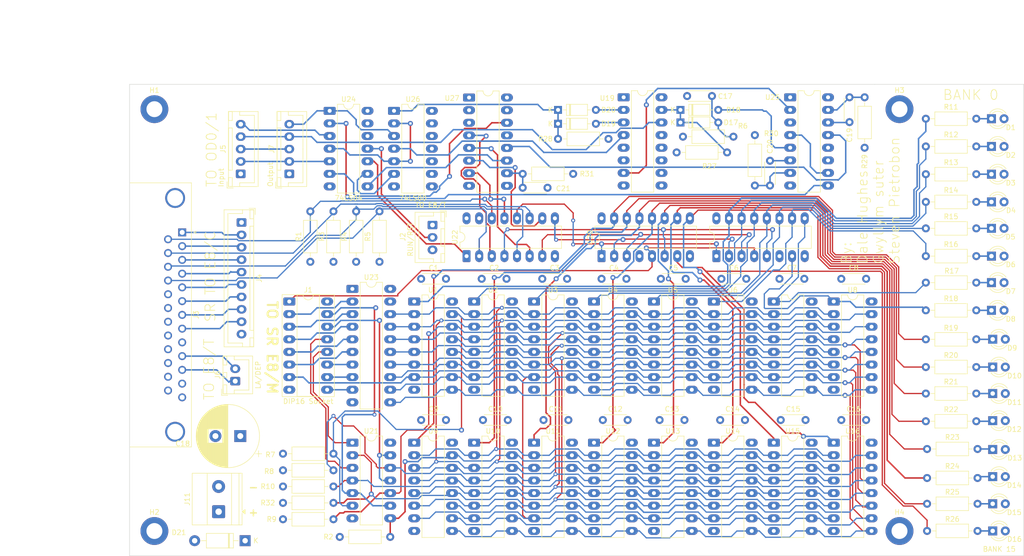
<source format=kicad_pcb>
(kicad_pcb (version 20241229) (generator "pcbnew") (generator_version "9.0")
  (layers (0 "F.Cu" signal) (4 "In1.Cu" signal) (6 "In2.Cu" signal) (2 "B.Cu" signal) (13 "F.Paste" user) (15 "B.Paste" user) (5 "F.SilkS" user "F.Silkscreen") (7 "B.SilkS" user "B.Silkscreen") (1 "F.Mask" user) (3 "B.Mask" user) (25 "Edge.Cuts" user))
  (net 0 "")
  (net 1 "~{CS}")
  (net 2 "/A3")
  (net 3 "/A2")
  (net 4 "/A1")
  (net 5 "/A0")
  (net 6 "/A4")
  (net 7 "D_OUT")
  (net 8 "GND")
  (net 9 "/A5")
  (net 10 "/A6")
  (net 11 "/A7")
  (net 12 "A9")
  (net 13 "A8")
  (net 14 "~{WE}")
  (net 15 "D_IN")
  (net 16 "+5V")
  (net 17 "~{WE1}")
  (net 18 "~{WE2}")
  (net 19 "D_IN1")
  (net 20 "D_IN2")
  (net 21 "~{CS0}")
  (net 22 "~{CS8}")
  (net 23 "Net-(D17-K)")
  (net 24 "~{CS1}")
  (net 25 "~{CS9}")
  (net 26 "~{CS2}")
  (net 27 "~{CS10}")
  (net 28 "~{CS3}")
  (net 29 "~{CS11}")
  (net 30 "~{CS7}")
  (net 31 "~{CS6}")
  (net 32 "~{CS5}")
  (net 33 "~{CS4}")
  (net 34 "~{CS12}")
  (net 35 "~{CS13}")
  (net 36 "~{CS14}")
  (net 37 "~{RUN}")
  (net 38 "~{RST}")
  (net 39 "8")
  (net 40 "4")
  (net 41 "2")
  (net 42 "1")
  (net 43 "Net-(U22-S)")
  (net 44 "~{CS15}")
  (net 45 "Net-(D17-A)")
  (net 46 "/Reset Counter")
  (net 47 "Net-(D19-K)")
  (net 48 "AD2")
  (net 49 "AD0")
  (net 50 "AD3")
  (net 51 "AD1")
  (net 52 "Net-(D19-A)")
  (net 53 "Net-(D20-A)")
  (net 56 "Net-(U19-Q3)")
  (net 57 "~{RESETFLAG_0_IN}")
  (net 60 "/A_3")
  (net 61 "/A_2")
  (net 62 "/A_9")
  (net 63 "/A_6")
  (net 64 "/A_5")
  (net 65 "/A_8")
  (net 66 "/A_4")
  (net 67 "/A_7")
  (net 68 "/A_1")
  (net 69 "/A_0")
  (net 70 "SR6")
  (net 71 "SR5")
  (net 74 "~{LA}")
  (net 75 "~{DEP}")
  (net 76 "SR0")
  (net 77 "SR3")
  (net 79 "SR7")
  (net 81 "SR2")
  (net 83 "SR1")
  (net 84 "SR4")
  (net 89 "Net-(U19-Q2)")
  (net 90 "Net-(U22-I1c)")
  (net 91 "Net-(U22-I1a)")
  (net 92 "Net-(U25A-Cext)")
  (net 93 "Net-(U22-I1b)")
  (net 94 "Net-(U25A-RCext)")
  (net 95 "Net-(U22-I1d)")
  (net 96 "Net-(U27-SER)")
  (net 97 "~{CLOCK_0_OUT}")
  (net 98 "~{CLK_0_IN}")
  (net 99 "/set BANK clock")
  (net 100 "Net-(U24-Pad4)")
  (net 101 "~{DATA_0_IN}")
  (net 102 "Net-(U25B-A)")
  (net 103 "Net-(U25A-~{Q})")
  (net 104 "Net-(U25B-RCext)")
  (net 105 "/Latch Bank")
  (net 107 "Net-(U25B-Cext)")
  (net 108 "~{FLAG_0_IN}")
  (net 109 "Net-(D1-K)")
  (net 110 "Net-(D2-K)")
  (net 111 "Net-(D3-K)")
  (net 112 "Net-(D4-K)")
  (net 113 "Net-(D5-K)")
  (net 114 "Net-(D6-K)")
  (net 115 "Net-(D7-K)")
  (net 116 "Net-(D8-K)")
  (net 117 "Net-(D9-K)")
  (net 118 "Net-(D10-K)")
  (net 119 "Net-(D11-K)")
  (net 120 "Net-(D12-K)")
  (net 121 "Net-(D13-K)")
  (net 122 "Net-(D14-K)")
  (net 123 "Net-(D15-K)")
  (net 124 "Net-(D16-K)")
  (net 127 "Net-(U27-~{SRCLR})")
  (net 128 "Net-(U24-Pad9)")
  (footprint "Package_DIP:DIP-16_W7.62mm_LongPads" (layer "F.Cu") (at 194.691 127.202)
    (property "Reference" "U15")
    (property "Value" "D2115")
  )
  (footprint "Package_DIP:DIP-16_W7.62mm_Socket_LongPads" (layer "F.Cu") (at 97.155 98.754)
    (property "Reference" "J1")
    (property "Value" "DIP16 Socket")
  )
  (footprint "Package_DIP:DIP-16_W7.62mm_LongPads" (layer "F.Cu") (at 206.756 98.754)
    (property "Reference" "U8")
    (property "Value" "D2115")
  )
  (footprint "LED_THT:LED_D3.0mm" (layer "F.Cu") (at 238.76 111.962)
    (property "Reference" "D10")
    (property "Value" "LED")
  )
  (footprint "Package_DIP:DIP-14_W7.62mm_LongPads" (layer "F.Cu") (at 109.855 127.202)
    (property "Reference" "U21")
    (property "Value" "74LS07")
  )
  (footprint "Diode_THT:D_DO-35_SOD27_P7.62mm_Horizontal" (layer "F.Cu") (at 175.895 62.686)
    (property "Reference" "D17")
    (property "Value" "BAT48")
  )
  (footprint "LED_THT:LED_D3.0mm" (layer "F.Cu") (at 238.76 117.296)
    (property "Reference" "D11")
    (property "Value" "LED")
  )
  (footprint "Diode_THT:D_DO-35_SOD27_P7.62mm_Horizontal" (layer "F.Cu") (at 151.257 60.146)
    (property "Reference" "D20")
    (property "Value" "BAT48")
  )
  (footprint "Package_DIP:DIP-16_W7.62mm_LongPads" (layer "F.Cu") (at 146.431 127.202)
    (property "Reference" "U11")
    (property "Value" "D2115")
  )
  (footprint "Resistor_THT:R_Axial_DIN0207_L6.3mm_D2.5mm_P10.16mm_Horizontal" (layer "F.Cu") (at 225.298 111.962)
    (property "Reference" "R20")
    (property "Value" "680R")
  )
  (footprint "Package_DIP:DIP-16_W7.62mm_LongPads" (layer "F.Cu") (at 160.02 89.61 90)
    (property "Reference" "U20")
    (property "Value" "74LS138")
  )
  (footprint "Resistor_THT:R_Axial_DIN0207_L6.3mm_D2.5mm_P10.16mm_Horizontal" (layer "F.Cu") (at 225.298 84.022)
    (property "Reference" "R15")
    (property "Value" "680R")
  )
  (footprint "Package_DIP:DIP-16_W7.62mm_LongPads" (layer "F.Cu") (at 122.301 98.754)
    (property "Reference" "U1")
    (property "Value" "D2115")
  )
  (footprint "Package_DIP:DIP-16_W7.62mm_LongPads" (layer "F.Cu") (at 194.691 98.754)
    (property "Reference" "U7" (hide yes))
    (property "Value" "D2115")
  )
  (footprint "Capacitor_THT:C_Disc_D4.3mm_W1.9mm_P5.00mm" (layer "F.Cu") (at 177.245 57.352)
    (property "Reference" "C17")
    (property "Value" "100nF")
  )
  (footprint "Capacitor_THT:C_Disc_D4.3mm_W1.9mm_P5.00mm" (layer "F.Cu") (at 209.931 57.606 -90)
    (property "Reference" "C19")
    (property "Value" "220pF")
  )
  (footprint "Resistor_THT:R_Axial_DIN0207_L6.3mm_D2.5mm_P10.16mm_Horizontal" (layer "F.Cu") (at 95.884 136.026)
    (property "Reference" "R10")
    (property "Value" "1k")
  )
  (footprint "Package_DIP:DIP-16_W7.62mm_LongPads" (layer "F.Cu") (at 206.756 127.202)
    (property "Reference" "U16")
    (property "Value" "D2115")
  )
  (footprint "Capacitor_THT:C_Disc_D4.3mm_W1.9mm_P5.00mm" (layer "F.Cu") (at 144.144 75.828)
    (property "Reference" "C21")
    (property "Value" "100nF")
  )
  (footprint "Resistor_THT:R_Axial_DIN0207_L6.3mm_D2.5mm_P10.16mm_Horizontal" (layer "F.Cu") (at 225.552 134.314)
    (property "Reference" "R24")
    (property "Value" "680R")
  )
  (footprint "Capacitor_THT:C_Disc_D4.3mm_W1.9mm_P5.00mm" (layer "F.Cu") (at 184.15 94.182)
    (property "Reference" "C6")
    (property "Value" "100nF")
  )
  (footprint "Capacitor_THT:C_Disc_D4.3mm_W1.9mm_P5.00mm" (layer "F.Cu") (at 195.834 94.182)
    (property "Reference" "C7")
    (property "Value" "100nF")
  )
  (footprint "Package_DIP:DIP-16_W7.62mm_LongPads" (layer "F.Cu") (at 170.561 98.754)
    (property "Reference" "U5")
    (property "Value" "D2115")
  )
  (footprint "Package_DIP:DIP-16_W7.62mm_LongPads" (layer "F.Cu") (at 132.842 89.61 90)
    (property "Reference" "U22")
    (property "Value" "74LS157")
  )
  (footprint "MountingHole:MountingHole_3.2mm_M3_DIN965_Pad" (layer "F.Cu") (at 70 145)
    (property "Reference" "H2")
    (property "Value" "M3")
  )
  (footprint "MountingHole:MountingHole_3.2mm_M3_DIN965_Pad" (layer "F.Cu") (at 70 60)
    (property "Reference" "H1")
    (property "Value" "M3")
  )
  (footprint "Package_DIP:DIP-16_W7.62mm_LongPads" (layer "F.Cu") (at 122.301 127.202)
    (property "Reference" "U9")
    (property "Value" "D2115")
  )
  (footprint "LED_THT:LED_D3.0mm" (layer "F.Cu") (at 238.506 78.688)
    (property "Reference" "D4")
    (property "Value" "LED")
  )
  (footprint "Package_DIP:DIP-16_W7.62mm_LongPads" (layer "F.Cu") (at 133.35 57.658)
    (property "Reference" "U27")
    (property "Value" "74LS595")
  )
  (footprint "LED_THT:LED_D3.0mm" (layer "F.Cu") (at 238.506 94.944)
    (property "Reference" "D7")
    (property "Value" "LED")
  )
  (footprint "Connector_JST:JST_XH_B10B-XH-A_1x10_P2.50mm_Vertical" (layer "F.Cu") (at 87.54 82.829 -90)
    (property "Reference" "J4")
    (property "Value" "SR REGISTER")
  )
  (footprint "Resistor_THT:R_Axial_DIN0207_L6.3mm_D2.5mm_P10.16mm_Horizontal" (layer "F.Cu") (at 95.884 142.63)
    (property "Reference" "R9")
    (property "Value" "1k")
  )
  (footprint "Resistor_THT:R_Axial_DIN0207_L6.3mm_D2.5mm_P10.16mm_Horizontal" (layer "F.Cu") (at 185.292 68.716 180)
    (property "Reference" "R27")
    (property "Value" "10k")
  )
  (footprint "Resistor_THT:R_Axial_DIN0207_L6.3mm_D2.5mm_P10.16mm_Horizontal" (layer "F.Cu") (at 190.881 65.226 -90)
    (property "Reference" "R30")
    (property "Value" "100k")
  )
  (footprint "Resistor_THT:R_Axial_DIN0207_L6.3mm_D2.5mm_P10.16mm_Horizontal" (layer "F.Cu") (at 225.298 117.296)
    (property "Reference" "R21")
    (property "Value" "680R")
  )
  (footprint "LED_THT:LED_D3.0mm" (layer "F.Cu") (at 238.76 122.766)
    (property "Reference" "D12")
    (property "Value" "LED")
  )
  (footprint "Resistor_THT:R_Axial_DIN0207_L6.3mm_D2.5mm_P10.16mm_Horizontal" (layer "F.Cu") (at 95.884 139.328)
    (property "Reference" "R32")
    (property "Value" "1k")
  )
  (footprint "Capacitor_THT:C_Disc_D4.3mm_W1.9mm_P5.00mm" (layer "F.Cu") (at 136.144 122.63)
    (property "Reference" "C10")
    (property "Value" "100nF")
  )
  (footprint "Resistor_THT:R_Axial_DIN0207_L6.3mm_D2.5mm_P10.16mm_Horizontal" (layer "F.Cu") (at 225.298 89.61)
    (property "Reference" "R16")
    (property "Value" "680R")
  )
  (footprint "Capacitor_THT:CP_Radial_D12.5mm_P5.00mm" (layer "F.Cu") (at 87.285959 125.866 180)
    (property "Reference" "C18")
    (property "Value" "100uF 16V")
  )
  (footprint "Package_DIP:DIP-14_W7.62mm_LongPads" (layer "F.Cu") (at 105.282 60.334)
    (property "Reference" "U24")
    (property "Value" "74LS04")
  )
  (footprint "Resistor_THT:R_Axial_DIN0207_L6.3mm_D2.5mm_P10.16mm_Horizontal" (layer "F.Cu") (at 225.298 78.688)
    (property "Reference" "R14")
    (property "Value" "680R")
  )
  (footprint "Resistor_THT:R_Axial_DIN0207_L6.3mm_D2.5mm_P10.16mm_Horizontal" (layer "F.Cu") (at 225.298 100.532)
    (property "Reference" "R18")
    (property "Value" "680R")
  )
  (footprint "Capacitor_THT:C_Disc_D4.3mm_W1.9mm_P5.00mm" (layer "F.Cu") (at 171.704 122.63)
    (property "Reference" "C13")
    (property "Value" "100nF")
  )
  (footprint "Package_DIP:DIP-16_W7.62mm_LongPads" (layer "F.Cu") (at 134.366 127.202)
    (property "Reference" "U10")
    (property "Value" "D2115")
  )
  (footprint "Capacitor_THT:C_Disc_D4.3mm_W1.9mm_P5.00mm" (layer "F.Cu") (at 148.336 122.63)
    (property "Reference" "C11")
    (property "Value" "100nF")
  )
  (footprint "LED_THT:LED_D3.0mm" (layer "F.Cu") (at 238.76 106.356)
    (property "Reference" "D9")
    (property "Value" "LED")
  )
  (footprint "Capacitor_THT:C_Disc_D4.3mm_W1.9mm_P5.00mm" (layer "F.Cu") (at 135.89 94.182)
    (property "Reference" "C2")
    (property "Value" "100nF")
  )
  (footprint "Connector_JST:JST_XH_B3B-XH-A_1x03_P2.50mm_Vertical" (layer "F.Cu") (at 125.984 83.34 -90)
    (property "Reference" "J2")
    (property "Value" "RUN/RST")
  )
  (footprint "Resistor_THT:R_Axial_DIN0207_L6.3mm_D2.5mm_P10.16mm_Horizontal" (layer "F.Cu") (at 110.617 90.753 90)
    (property "Reference" "R4")
    (property "Value" "4k7")
  )
  (footprint "Resistor_THT:R_Axial_DIN0207_L6.3mm_D2.5mm_P10.16mm_Horizontal" (layer "F.Cu") (at 225.298 106.374)
    (property "Reference" "R19")
    (property "Value" "680R")
  )
  (footprint "Package_DIP:DIP-14_W7.62mm_LongPads" (layer "F.Cu") (at 118.236 60.334)
    (property "Reference" "U26")
    (property "Value" "74LS00")
  )
  (footprint "Resistor_THT:R_Axial_DIN0207_L6.3mm_D2.5mm_P10.16mm_Horizontal" (layer "F.Cu") (at 95.884 129.422)
    (property "Reference" "R7")
    (property "Value" "1k")
  )
  (footprint "Package_DIP:DIP-16_W7.62mm_LongPads" (layer "F.Cu") (at 164.465 57.606)
    (property "Reference" "U19")
    (property "Value" "4017")
  )
  (footprint "Capacitor_THT:C_Disc_D4.3mm_W1.9mm_P5.00mm" (layer "F.Cu") (at 208.28 94.182)
    (property "Reference" "C8")
    (property "Value" "100nF")
  )
  (footprint "Capacitor_THT:C_Disc_D4.3mm_W1.9mm_P5.00mm" (layer "F.Cu") (at 171.958 94.182)
    (property "Reference" "C5")
    (property "Value" "100nF")
  )
  (footprint "Package_DIP:DIP-16_W7.62mm_LongPads" (layer "F.Cu") (at 158.496 98.754)
    (property "Reference" "U4")
    (property "Value" "D2115")
  )
  (footprint "LED_THT:LED_D3.0mm" (layer "F.Cu") (at 238.506 89.61)
    (property "Reference" "D6")
    (property "Value" "LED")
  )
  (footprint "Capacitor_THT:C_Disc_D4.3mm_W1.9mm_P5.00mm" (layer "F.Cu") (at 196.088 122.63)
    (property "Reference" "C15")
    (property "Value" "100nF")
  )
  (footprint "Package_DIP:DIP-16_W7.62mm_LongPads" (layer "F.Cu") (at 197.993 57.606)
    (property "Reference" "U25")
    (property "Value" "74LS123")
  )
  (footprint "Resistor_THT:R_Axial_DIN0207_L6.3mm_D2.5mm_P10.16mm_Horizontal" (layer "F.Cu") (at 101.388 90.753 90)
    (property "Reference" "R1")
    (property "Value" "4k7")
  )
  (footprint "LED_THT:LED_D3.0mm" (layer "F.Cu") (at 238.76 134.042)
    (property "Reference" "D14")
    (property "Value" "LED")
  )
  (footprint "Resistor_THT:R_Axial_DIN0207_L6.3mm_D2.5mm_P10.16mm_Horizontal" (layer "F.Cu") (at 225.298 94.944)
    (property "Reference" "R17")
    (property "Value" "680R")
  )
  (footprint "Package_DIP:DIP-16_W7.62mm_LongPads" (layer "F.Cu") (at 182.626 127.202)
    (property "Reference" "U14")
    (property "Value" "D2115")
  )
  (footprint "Diode_THT:D_DO-35_SOD27_P7.62mm_Horizontal" (layer "F.Cu") (at 175.895 60.146)
    (property "Reference" "D18")
    (property "Value" "BAT48")
  )
  (footprint "Resistor_THT:R_Axial_DIN0207_L6.3mm_D2.5mm_P10.16mm_Horizontal" (layer "F.Cu") (at 212.979 67.766 90)
    (property "Reference" "R29")
    (property "Value" "100k")
  )
  (footprint "Resistor_THT:R_Axial_DIN0207_L6.3mm_D2.5mm_P10.16mm_Horizontal" (layer "F.Cu") (at 154.304 73.034 180)
    (property "Reference" "R31")
    (property "Value" "10k")
  )
  (footprint "Capacitor_THT:C_Disc_D4.3mm_W1.9mm_P5.00mm" (layer "F.Cu") (at 148.082 94.182)
    (property "Reference" "C3")
    (property "Value" "100nF")
  )
  (footprint "Resistor_THT:R_Axial_DIN0207_L6.3mm_D2.5mm_P10.16mm_Horizontal" (layer "F.Cu") (at 225.298 67.512)
    (property "Reference" "R12")
    (property "Value" "680R")
  )
  (footprint "Diode_THT:D_DO-35_SOD27_P7.62mm_Horizontal" (layer "F.Cu") (at 151.257 62.94)
    (property "Reference" "D19")
    (property "Value" "BAT48")
  )
  (footprint "Capacitor_THT:C_Disc_D4.3mm_W1.9mm_P5.00mm" (layer "F.Cu") (at 123.698 122.63)
    (property "Reference" "C9")
    (property "Value" "100nF")
  )
  (footprint "Diode_THT:D_DO-41_SOD81_P10.16mm_Horizontal" (layer "F.Cu") (at 88.264 146.948 180)
    (property "Reference" "D21")
    (property "Value" "1N4007")
  )
  (footprint "Resistor_THT:R_Axial_DIN0207_L6.3mm_D2.5mm_P10.16mm_Horizontal" (layer "F.Cu") (at 225.552 128.472)
    (property "Reference" "R23")
    (property "Value" "680R")
  )
  (footprint "Connector_JST:JST_XH_B5B-XH-A_1x05_P2.50mm_Vertical" (layer "F.Cu") (at 97.154 73.034 90)
    (property "Reference" "J7")
    (property "Value" "Output")
  )
  (footprint "Capacitor_THT:C_Disc_D4.3mm_W1.9mm_P5.00mm" (layer "F.Cu") (at 160.02 94.182)
    (property "Reference" "C4")
    (property "Value" "100nF")
  )
  (footprint "Resistor_THT:R_Axial_DIN0207_L6.3mm_D2.5mm_P10.16mm_Horizontal" (layer "F.Cu") (at 151.257 65.988)
    (property "Reference" "R28")
    (property "Value" "2k")
  )
  (footprint "Capacitor_THT:C_Disc_D4.3mm_W1.9mm_P5.00mm" (layer "F.Cu") (at 183.896 122.63)
    (property "Reference" "C14")
    (property "Value" "100nF")
  )
  (footprint "Package_DIP:DIP-16_W7.62mm_LongPads" (layer "F.Cu") (at 170.561 127.202)
    (property "Reference" "U13")
    (property "Value" "D2115")
  )
  (footprint "Connector_JST:JST_XH_B5B-XH-A_1x05_P2.50mm_Vertical" (layer "F.Cu") (at 87.375 73.034 90)
    (property "Reference" "J5")
    (property "Value" "Input")
  )
  (footprint "Connector_Dsub:DSUB-25_Pins_Horizontal_P2.77x2.84mm_EdgePinOffset7.70mm_Housed_MountingHolesOffset9.12mm" (layer "F.Cu") (at 75.592 84.83 -90)
    (property "Reference" "J3")
    (property "Value" "DB25_Pins")
  )
  (footprint "Resistor_THT:R_Axial_DIN0207_L6.3mm_D2.5mm_P10.16mm_Horizontal" (layer "F.Cu") (at 225.298 122.884)
    (property "Reference" "R22")
    (property "Value" "680R")
  )
  (footprint "LED_THT:LED_D3.0mm" (layer "F.Cu") (at 238.506 73.1)
    (property "Reference" "D3")
    (property "Value" "LED")
  )
  (footprint "Resistor_THT:R_Axial_DIN0207_L6.3mm_D2.5mm_P10.16mm_Horizontal" (layer "F.Cu") (at 95.884 132.766)
    (property "Reference" "R8")
    (property "Value" "1k")
  )
  (footprint "Capacitor_THT:C_Disc_D4.3mm_W1.9mm_P5.00mm" (layer "F.Cu") (at 193.929 75.386 90)
    (property "Reference" "C20")
    (property "Value" "220pF")
  )
  (footprint "Package_DIP:DIP-20_W7.62mm_LongPads" (layer "F.Cu") (at 109.855 96.214)
    (property "Reference" "U23")
    (property "Value" "74LS541")
  )
  (footprint "LED_THT:LED_D3.0mm" (layer "F.Cu") (at 238.506 61.924)
    (property "Reference" "D1")
    (property "Value" "LED")
  )
  (footprint "LED_THT:LED_D3.0mm" (layer "F.Cu") (at 238.76 128.572)
    (property "Reference" "D13")
    (property "Value" "LED")
  )
  (footprint "Capacitor_THT:C_Disc_D4.3mm_W1.9mm_P5.00mm" (layer "F.Cu") (at 208.28 122.63)
    (property "Reference" "C16")
    (property "Value" "100nF")
  )
  (footprint "Resistor_THT:R_Axial_DIN0207_L6.3mm_D2.5mm_P10.16mm_Horizontal" (layer "F.Cu") (at 225.552 144.982)
    (property "Reference" "R26")
    (property "Value" "680R")
  )
  (footprint "LED_THT:LED_D3.0mm" (layer "F.Cu") (at 238.506 67.512)
    (property "Reference" "D2")
    (property "Value" "LED")
  )
  (footprint "Package_DIP:DIP-16_W7.62mm_LongPads" (layer "F.Cu") (at 146.431 98.754)
    (property "Reference" "U3")
    (property "Value" "D2115")
  )
  (footprint "Resistor_THT:R_Axial_DIN0207_L6.3mm_D2.5mm_P10.16mm_Horizontal" (layer "F.Cu") (at 225.298 61.924)
    (property "Reference" "R11")
    (property "Value" "680R")
  )
  (footprint "Capacitor_THT:C_Disc_D4.3mm_W1.9mm_P5.00mm" (layer "F.Cu") (at 160.274 122.63)
    (property "Reference" "C12")
    (property "Value" "100nF")
  )
  (footprint "MountingHole:MountingHole_3.2mm_M3_DIN965_Pad" (layer "F.Cu") (at 220 145)
    (property "Reference" "H4")
    (property "Value" "M3")
  )
  (footprint "LED_THT:LED_D3.0mm" (layer "F.Cu") (at 238.506 84.004)
    (property "Reference" "D5")
    (property "Value" "LED")
  )
  (footprint "LED_THT:LED_D3.0mm" (layer "F.Cu") (at 238.76 139.512)
    (property "Reference" "D15")
    (property "Value" "LED")
  )
  (footprint "Package_DIP:DIP-16_W7.62mm_LongPads" (layer "F.Cu") (at 183.134 89.61 90)
    (property "Reference" "U18" (hide yes))
    (property "Value" "74LS138")
  )
  (footprint "Resistor_THT:R_Axial_DIN0207_L6.3mm_D2.5mm_P10.16mm_Horizontal" (layer "F.Cu") (at 106.045 90.753 90)
    (property "Reference" "R3")
    (property "Value" "4k7")
  )
  (footprint "Resistor_THT:R_Axial_DIN0207_L6.3mm_D2.5mm_P10.16mm_Horizontal" (layer "F.Cu") (at 107.314 146.186)
    (property "Reference" "R2")
    (property "Value" "1k")
  )
  (footprint "TerminalBlock_Phoenix:TerminalBlock_Phoenix_MKDS-1,5-2-5.08_1x02_P5.08mm_Horizontal" (layer "F.Cu") (at 82.93 141.106 90)
    (property "Reference" "J11")
    (property "Value" "+5V IN")
  )
  (footprint "Connector_JST:JST_XH_B2B-XH-A_1x02_P2.50mm_Vertical" (layer "F.Cu") (at 86.27 114.8 90)
    (property "Reference" "J6")
    (property "Value" "LA/DEP")
  )
  (footprint "Package_DIP:DIP-16_W7.62mm_LongPads" (layer "F.Cu") (at 182.626 98.754)
    (property "Reference" "U6")
    (property "Value" "D2115")
  )
  (footprint "Package_DIP:DIP-16_W7.62mm_LongPads" (layer "F.Cu") (at 158.496 127.202)
    (property "Reference" "U12")
    (property "Value" "D2115")
  )
  (footprint "Package_DIP:DIP-16_W7.62mm_LongPads" (layer "F.Cu") (at 134.366 98.754)
    (property "Reference" "U2")
    (property "Value" "D2115")
  )
  (footprint "MountingHole:MountingHole_3.2mm_M3_DIN965_Pad" (layer "F.Cu") (at 220 60)
    (property "Reference" "H3")
    (property "Value" "M3")
  )
  (footprint "Resistor_THT:R_Axial_DIN0207_L6.3mm_D2.5mm_P10.16mm_Horizontal" (layer "F.Cu") (at 225.552 139.512)
    (property "Reference" "R25")
    (property "Value" "680R")
  )
  (footprint "Resistor_THT:R_Axial_DIN0207_L6.3mm_D2.5mm_P10.16mm_Horizontal" (layer "F.Cu") (at 225.298 73.1)
    (property "Reference" "R13")
    (property "Value" "680R")
  )
  (footprint "Resistor_THT:R_Axial_DIN0207_L6.3mm_D2.5mm_P10.16mm_Horizontal" (layer "F.Cu") (at 115.316 90.753 90)
    (property "Reference" "R5")
    (property "Value" "4k7")
  )
  (footprint "Capacitor_THT:C_Disc_D4.3mm_W1.9mm_P5.00mm" (layer "F.Cu") (at 123.698 94.182)
    (property "Reference" "C1")
    (property "Value" "100nF")
  )
  (footprint "Resistor_THT:R_Axial_DIN0207_L6.3mm_D2.5mm_P10.16mm_Horizontal" (layer "F.Cu") (at 186.562 65.541 180)
    (property "Reference" "R6")
    (property "Value" "10k")
  )
  (footprint "LED_THT:LED_D3.0mm" (layer "F.Cu") (at 238.506 100.532)
    (property "Reference" "D8")
    (property "Value" "LED")
  )
  (footprint "LED_THT:LED_D3.0mm" (layer "F.Cu") (at 238.76 144.982)
    (property "Reference" "D16")
    (property "Value" "LED")
  )
  (gr_line (start 215 55) (end 65 55) (stroke (width 0.1)) (layer "Edge.Cuts"))
  (gr_line (start 215 55) (end 245 55) (stroke (width 0.1)) (layer "Edge.Cuts"))
  (gr_line (start 245 55) (end 245 150) (stroke (width 0.1)) (layer "Edge.Cuts"))
  (gr_line (start 245 150) (end 65 150) (stroke (width 0.1)) (layer "Edge.Cuts"))
  (gr_line (start 65 55) (end 65 150) (stroke (width 0.1)) (layer "Edge.Cuts"))
  (gr_text "SR TO E8/C" (at 82.422 103.006 90) (layer "F.SilkS") (effects (font (size 2 2)) (justify left bottom)))
  (gr_text "TO E8/T" (at 122.427 79.892 0) (layer "F.SilkS") (effects (font (size 1 1)) (justify left bottom)))
  (gr_text "BANK 15" (at 236.7016 149.234 0) (layer "F.SilkS") (effects (font (size 1 1)) (justify left bottom)))
  (gr_text "BANK 0" (at 228.6244 58.302 0) (layer "F.SilkS") (effects (font (size 2 2)) (justify left bottom)))
  (gr_text "By:\nDale Hughes\nGwyllym suter\nSteven Pietrobon\n\n" (at 223.392 91.322 90) (layer "F.SilkS") (effects (font (size 2 2)) (justify left bottom)))
  (gr_text "+" (at 91.058 142.122 0) (layer "F.SilkS") (effects (font (size 1.5 1.5) (thickness 0.3) (bold yes)) (justify left bottom mirror)))
  (gr_text "TO SR E8/M" (at 92.5312 98.424 270) (layer "F.SilkS") (effects (font (size 2 2) (thickness 0.4) (bold yes)) (justify left bottom)))
  (gr_text "TO E8/T" (at 82.168 118.754 90) (layer "F.SilkS") (effects (font (size 2 2)) (justify left bottom)))
  (gr_text "TO OD0/1" (at 82.676 75.828 90) (layer "F.SilkS") (effects (font (size 2 2)) (justify left bottom)))
  (gr_text "-" (at 91.058 137.042 0) (layer "F.SilkS") (effects (font (size 1.5 1.5) (thickness 0.3) (bold yes)) (justify left bottom mirror)))
  (segment (start 123.756595 92.531) (end 118.999 97.288595) (width 0.25) (layer "F.Cu") (net 1))
  (segment (start 118.999 97.611) (end 98.298 97.611) (width 0.25) (layer "F.Cu") (net 1))
  (segment (start 118.999 97.288595) (end 118.999 97.611) (width 0.25) (layer "F.Cu") (net 1))
  (segment (start 169.418 92.531) (end 123.756595 92.531) (width 0.25) (layer "F.Cu") (net 1))
  (segment (start 170.18 89.61) (end 170.18 91.769) (width 0.25) (layer "F.Cu") (net 1))
  (segment (start 170.18 91.769) (end 169.418 92.531) (width 0.25) (layer "F.Cu") (net 1))
  (segment (start 169.037 87.958) (end 169.038 87.959) (width 0.25) (layer "F.Cu") (net 1))
  (segment (start 190.754 88.213) (end 190.754 89.61) (width 0.25) (layer "F.Cu") (net 1))
  (segment (start 190.754 87.959) (end 190.881 88.086) (width 0.25) (layer "F.Cu") (net 1))
  (segment (start 190.881 88.086) (end 190.754 88.213) (width 0.25) (layer "F.Cu") (net 1))
  (segment (start 98.298 97.611) (end 97.155 98.754) (width 0.25) (layer "F.Cu") (net 1))
  (segment (start 169.038 87.959) (end 190.754 87.959) (width 0.25) (layer "F.Cu") (net 1))
  (via (at 169.037 87.958) (size 1) (drill 0.5) (layers "F.Cu" "B.Cu") (net 1))
  (segment (start 170.18 89.101) (end 169.037 87.958) (width 0.25) (layer "B.Cu") (net 1))
  (segment (start 170.18 89.61) (end 170.18 89.101) (width 0.25) (layer "B.Cu") (net 1))
  (segment (start 149.859 109.356) (end 149.859 111.25819) (width 0.25) (layer "F.Cu") (net 2))
  (segment (start 151.2 112.59919) (end 151.2 113.42) (width 0.25) (layer "F.Cu") (net 2))
  (segment (start 151.475 135.366) (end 150.749 136.092) (width 0.25) (layer "F.Cu") (net 2))
  (segment (start 151.2 113.42) (end 151.475 113.695) (width 0.25) (layer "F.Cu") (net 2))
  (segment (start 151.475 113.695) (end 151.475 135.366) (width 0.25) (layer "F.Cu") (net 2))
  (segment (start 149.859 111.25819) (end 151.2 112.59919) (width 0.25) (layer "F.Cu") (net 2))
  (segment (start 152.018 107.644) (end 151.571 107.644) (width 0.25) (layer "F.Cu") (net 2))
  (segment (start 151.571 107.644) (end 149.859 109.356) (width 0.25) (layer "F.Cu") (net 2))
  (via (at 150.749 136.092) (size 0.8) (drill 0.4) (layers "F.Cu" "B.Cu") (net 2))
  (via (at 152.018 107.644) (size 0.8) (drill 0.4) (layers "F.Cu" "B.Cu") (net 2))
  (segment (start 199.009 136.092) (end 203.581 136.092) (width 0.25) (layer "B.Cu") (net 2))
  (segment (start 125.349 137.362) (end 126.619 136.092) (width 0.25) (layer "B.Cu") (net 2))
  (segment (start 170.561 137.362) (end 173.609 137.362) (width 0.25) (layer "B.Cu") (net 2))
  (segment (start 155.321 107.644) (end 156.591 108.914) (width 0.25) (layer "B.Cu") (net 2))
  (segment (start 186.817 136.092) (end 191.389 136.092) (width 0.25) (layer "B.Cu") (net 2))
  (segment (start 137.287 108.914) (end 138.557 107.644) (width 0.25) (layer "B.Cu") (net 2))
  (segment (start 134.239 137.362) (end 137.287 137.362) (width 0.25) (layer "B.Cu") (net 2))
  (segment (start 197.739 137.362) (end 199.009 136.092) (width 0.25) (layer "B.Cu") (net 2))
  (segment (start 173.609 137.362) (end 174.879 136.092) (width 0.25) (layer "B.Cu") (net 2))
  (segment (start 122.301 108.914) (end 125.857 108.914) (width 0.25) (layer "B.Cu") (net 2))
  (segment (start 132.461 137.362) (end 134.366 137.362) (width 0.25) (layer "B.Cu") (net 2))
  (segment (start 161.417 137.362) (end 162.687 136.092) (width 0.25) (layer "B.Cu") (net 2))
  (segment (start 185.547 108.914) (end 186.817 107.644) (width 0.25) (layer "B.Cu") (net 2))
  (segment (start 134.239 108.914) (end 137.287 108.914) (width 0.25) (layer "B.Cu") (net 2))
  (segment (start 126.619 136.092) (end 131.191 136.092) (width 0.25) (layer "B.Cu") (net 2))
  (segment (start 194.691 137.362) (end 197.739 137.362) (width 0.25) (layer "B.Cu") (net 2))
  (segment (start 152.018 107.644) (end 155.321 107.644) (width 0.25) (layer "B.Cu") (net 2))
  (segment (start 143.129 136.092) (end 144.399 137.362) (width 0.25) (layer "B.Cu") (net 2))
  (segment (start 170.561 108.914) (end 173.609 108.914) (width 0.25) (layer "B.Cu") (net 2))
  (segment (start 149.479 137.362) (end 150.749 136.092) (width 0.25) (layer "B.Cu") (net 2))
  (segment (start 203.581 136.092) (end 204.851 137.362) (width 0.25) (layer "B.Cu") (net 2))
  (segment (start 150.749 107.644) (end 152.018 107.644) (width 0.25) (layer "B.Cu") (net 2))
  (segment (start 131.445 107.644) (end 132.715 108.914) (width 0.25) (layer "B.Cu") (net 2))
  (segment (start 168.529 108.914) (end 170.434 108.914) (width 0.25) (layer "B.Cu") (net 2))
  (segment (start 138.557 107.644) (end 140.08 107.644) (width 0.25) (layer "B.Cu") (net 2))
  (segment (start 158.369 137.362) (end 161.417 137.362) (width 0.25) (layer "B.Cu") (net 2))
  (segment (start 192.659 137.362) (end 194.564 137.362) (width 0.25) (layer "B.Cu") (net 2))
  (segment (start 203.581 107.644) (end 204.851 108.914) (width 0.25) (layer "B.Cu") (net 2))
  (segment (start 204.851 137.362) (end 206.756 137.362) (width 0.25) (layer "B.Cu") (net 2))
  (segment (start 143.129 107.644) (end 144.399 108.914) (width 0.25) (layer "B.Cu") (net 2))
  (segment (start 185.547 137.362) (end 186.817 136.092) (width 0.25) (layer "B.Cu") (net 2))
  (segment (start 162.814 107.644) (end 167.259 107.644) (width 0.25) (layer "B.Cu") (net 2))
  (segment (start 150.749 136.092) (end 155.321 136.092) (width 0.25) (layer "B.Cu") (net 2))
  (segment (start 125.857 108.914) (end 127.127 107.644) (width 0.25) (layer "B.Cu") (net 2))
  (segment (start 156.591 137.362) (end 158.496 137.362) (width 0.25) (layer "B.Cu") (net 2))
  (segment (start 191.389 136.092) (end 192.659 137.362) (width 0.25) (layer "B.Cu") (net 2))
  (segment (start 192.659 108.914) (end 194.564 108.914) (width 0.25) (layer "B.Cu") (net 2))
  (segment (start 173.609 108.914) (end 174.879 107.644) (width 0.25) (layer "B.Cu") (net 2))
  (segment (start 180.721 137.362) (end 182.626 137.362) (width 0.25) (layer "B.Cu") (net 2))
  (segment (start 122.301 137.362) (end 125.349 137.362) (width 0.25) (layer "B.Cu") (net 2))
  (segment (start 182.499 108.914) (end 185.547 108.914) (width 0.25) (layer "B.Cu") (net 2))
  (segment (start 155.321 136.092) (end 156.591 137.362) (width 0.25) (layer "B.Cu") (net 2))
  (segment (start 146.431 108.914) (end 149.479 108.914) (width 0.25) (layer "B.Cu") (net 2))
  (segment (start 146.431 137.362) (end 149.479 137.362) (width 0.25) (layer "B.Cu") (net 2))
  (segment (start 197.739 108.914) (end 199.009 107.644) (width 0.25) (layer "B.Cu") (net 2))
  (segment (start 182.499 137.362) (end 185.547 137.362) (width 0.25) (layer "B.Cu") (net 2))
  (segment (start 191.389 107.644) (end 192.659 108.914) (width 0.25) (layer "B.Cu") (net 2))
  (segment (start 186.817 107.644) (end 191.389 107.644) (width 0.25) (layer "B.Cu") (net 2))
  (segment (start 149.479 108.914) (end 150.749 107.644) (width 0.25) (layer "B.Cu") (net 2))
  (segment (start 158.369 108.914) (end 161.544 108.914) (width 0.25) (layer "B.Cu") (net 2))
  (segment (start 127.127 107.644) (end 131.445 107.644) (width 0.25) (layer "B.Cu") (net 2))
  (segment (start 167.259 107.644) (end 168.529 108.914) (width 0.25) (layer "B.Cu") (net 2))
  (segment (start 162.687 136.092) (end 167.259 136.092) (width 0.25) (layer "B.Cu") (net 2))
  (segment (start 179.451 136.092) (end 180.721 137.362) (width 0.25) (layer "B.Cu") (net 2))
  (segment (start 199.009 107.644) (end 203.581 107.644) (width 0.25) (layer "B.Cu") (net 2))
  (segment (start 161.544 108.914) (end 162.814 107.644) (width 0.25) (layer "B.Cu") (net 2))
  (segment (start 156.591 108.914) (end 158.496 108.914) (width 0.25) (layer "B.Cu") (net 2))
  (segment (start 174.879 107.644) (end 179.451 107.644) (width 0.25) (layer "B.Cu") (net 2))
  (segment (start 168.529 137.362) (end 170.434 137.362) (width 0.25) (layer "B.Cu") (net 2))
  (segment (start 204.851 108.914) (end 206.756 108.914) (width 0.25) (layer "B.Cu") (net 2))
  (segment (start 131.191 136.092) (end 132.461 137.362) (width 0.25) (layer "B.Cu") (net 2))
  (segment (start 138.557 136.092) (end 143.129 136.092) (width 0.25) (layer "B.Cu") (net 2))
  (segment (start 179.451 107.644) (end 180.721 108.914) (width 0.25) (layer "B.Cu") (net 2))
  (segment (start 167.259 136.092) (end 168.529 137.362) (width 0.25) (layer "B.Cu") (net 2))
  (segment (start 122.301 108.914) (end 117.475 108.914) (width 0.25) (layer "B.Cu") (net 2))
  (segment (start 144.399 137.362) (end 146.304 137.362) (width 0.25) (layer "B.Cu") (net 2))
  (segment (start 137.287 137.362) (end 138.557 136.092) (width 0.25) (layer "B.Cu") (net 2))
  (segment (start 194.691 108.914) (end 197.739 108.914) (width 0.25) (layer "B.Cu") (net 2))
  (segment (start 132.715 108.914) (end 134.366 108.914) (width 0.25) (layer "B.Cu") (net 2))
  (segment (start 144.399 108.914) (end 146.304 108.914) (width 0.25) (layer "B.Cu") (net 2))
  (segment (start 140.08 107.644) (end 143.129 107.644) (width 0.25) (layer "B.Cu") (net 2))
  (segment (start 180.721 108.914) (end 182.626 108.914) (width 0.25) (layer "B.Cu") (net 2))
  (segment (start 174.879 136.092) (end 179.451 136.092) (width 0.25) (layer "B.Cu") (net 2))
  (segment (start 152.145 105.104) (end 149.351 107.898) (width 0.25) (layer "F.Cu") (net 3))
  (segment (start 149.351 111.388) (end 150.749 112.786) (width 0.25) (layer "F.Cu") (net 3))
  (segment (start 150.749 112.786) (end 150.749 133.552) (width 0.25) (layer "F.Cu") (net 3))
  (segment (start 149.351 107.898) (end 149.351 111.388) (width 0.25) (layer "F.Cu") (net 3))
  (via (at 152.145 105.104) (size 0.8) (drill 0.4) (layers "F.Cu" "B.Cu") (net 3))
  (via (at 150.749 133.552) (size 0.8) (drill 0.4) (layers "F.Cu" "B.Cu") (net 3))
  (segment (start 179.451 133.552) (end 180.721 134.822) (width 0.25) (layer "B.Cu") (net 3))
  (segment (start 158.369 134.822) (end 161.417 134.822) (width 0.25) (layer "B.Cu") (net 3))
  (segment (start 182.499 134.822) (end 185.547 134.822) (width 0.25) (layer "B.Cu") (net 3))
  (segment (start 137.287 134.822) (end 138.557 133.552) (width 0.25) (layer "B.Cu") (net 3))
  (segment (start 156.591 134.822) (end 158.496 134.822) (width 0.25) (layer "B.Cu") (net 3))
  (segment (start 131.646 133.552) (end 132.916 134.822) (width 0.25) (layer "B.Cu") (net 3))
  (segment (start 122.301 134.822) (end 125.349 134.822) (width 0.25) (layer "B.Cu") (net 3))
  (segment (start 143.129 105.104) (end 144.399 106.374) (width 0.25) (layer "B.Cu") (net 3))
  (segment (start 161.417 134.822) (end 162.687 133.552) (width 0.25) (layer "B.Cu") (net 3))
  (segment (start 127.507 105.104) (end 131.191 105.104) (width 0.25) (layer "B.Cu") (net 3))
  (segment (start 158.369 106.374) (end 161.671 106.374) (width 0.25) (layer "B.Cu") (net 3))
  (segment (start 197.739 106.374) (end 199.009 105.104) (width 0.25) (layer "B.Cu") (net 3))
  (segment (start 126.237 106.374) (end 127.507 105.104) (width 0.25) (layer "B.Cu") (net 3))
  (segment (start 138.557 133.552) (end 143.129 133.552) (width 0.25) (layer "B.Cu") (net 3))
  (segment (start 173.609 134.822) (end 174.879 133.552) (width 0.25) (layer "B.Cu") (net 3))
  (segment (start 197.739 134.822) (end 199.009 133.552) (width 0.25) (layer "B.Cu") (net 3))
  (segment (start 146.431 106.374) (end 149.479 106.374) (width 0.25) (layer "B.Cu") (net 3))
  (segment (start 132.461 106.374) (end 134.366 106.374) (width 0.25) (layer "B.Cu") (net 3))
  (segment (start 191.389 105.104) (end 192.659 106.374) (width 0.25) (layer "B.Cu") (net 3))
  (segment (start 170.561 106.374) (end 173.609 106.374) (width 0.25) (layer "B.Cu") (net 3))
  (segment (start 155.321 133.552) (end 156.591 134.822) (width 0.25) (layer "B.Cu") (net 3))
  (segment (start 203.581 105.104) (end 204.851 106.374) (width 0.25) (layer "B.Cu") (net 3))
  (segment (start 132.916 134.822) (end 134.366 134.822) (width 0.25) (layer "B.Cu") (net 3))
  (segment (start 168.529 134.822) (end 170.434 134.822) (width 0.25) (layer "B.Cu") (net 3))
  (segment (start 199.009 105.104) (end 203.581 105.104) (width 0.25) (layer "B.Cu") (net 3))
  (segment (start 180.721 106.374) (end 182.626 106.374) (width 0.25) (layer "B.Cu") (net 3))
  (segment (start 155.321 105.104) (end 156.591 106.374) (width 0.25) (layer "B.Cu") (net 3))
  (segment (start 161.671 106.374) (end 162.941 105.104) (width 0.25) (layer "B.Cu") (net 3))
  (segment (start 174.879 105.104) (end 179.451 105.104) (width 0.25) (layer "B.Cu") (net 3))
  (segment (start 150.749 105.104) (end 152.145 105.104) (width 0.25) (layer "B.Cu") (net 3))
  (segment (start 182.499 106.374) (end 185.547 106.374) (width 0.25) (layer "B.Cu") (net 3))
  (segment (start 192.659 106.374) (end 194.564 106.374) (width 0.25) (layer "B.Cu") (net 3))
  (segment (start 144.399 134.822) (end 146.304 134.822) (width 0.25) (layer "B.Cu") (net 3))
  (segment (start 167.259 133.552) (end 168.529 134.822) (width 0.25) (layer "B.Cu") (net 3))
  (segment (start 180.721 134.822) (end 182.626 134.822) (width 0.25) (layer "B.Cu") (net 3))
  (segment (start 150.749 133.552) (end 155.321 133.552) (width 0.25) (layer "B.Cu") (net 3))
  (segment (start 149.479 134.822) (end 150.749 133.552) (width 0.25) (layer "B.Cu") (net 3))
  (segment (start 204.851 134.822) (end 206.756 134.822) (width 0.25) (layer "B.Cu") (net 3))
  (segment (start 134.239 106.374) (end 137.287 106.374) (width 0.25) (layer "B.Cu") (net 3))
  (segment (start 170.561 134.822) (end 173.609 134.822) (width 0.25) (layer "B.Cu") (net 3))
  (segment (start 185.547 106.374) (end 186.817 105.104) (width 0.25) (layer "B.Cu") (net 3))
  (segment (start 138.557 105.104) (end 139.953 105.104) (width 0.25) (layer "B.Cu") (net 3))
  (segment (start 194.691 106.374) (end 197.739 106.374) (width 0.25) (layer "B.Cu") (net 3))
  (segment (start 139.953 105.104) (end 143.129 105.104) (width 0.25) (layer "B.Cu") (net 3))
  (segment (start 156.591 106.374) (end 158.496 106.374) (width 0.25) (layer "B.Cu") (net 3))
  (segment (start 199.009 133.552) (end 203.581 133.552) (width 0.25) (layer "B.Cu") (net 3))
  (segment (start 146.431 134.822) (end 149.479 134.822) (width 0.25) (layer "B.Cu") (net 3))
  (segment (start 137.287 106.374) (end 138.557 105.104) (width 0.25) (layer "B.Cu") (net 3))
  (segment (start 134.239 134.822) (end 137.287 134.822) (width 0.25) (layer "B.Cu") (net 3))
  (segment (start 204.851 106.374) (end 206.756 106.374) (width 0.25) (layer "B.Cu") (net 3))
  (segment (start 192.659 134.822) (end 194.564 134.822) (width 0.25) (layer "B.Cu") (net 3))
  (segment (start 203.581 133.552) (end 204.851 134.822) (width 0.25) (layer "B.Cu") (net 3))
  (segment (start 186.817 133.552) (end 191.389 133.552) (width 0.25) (layer "B.Cu") (net 3))
  (segment (start 125.349 134.822) (end 126.619 133.552) (width 0.25) (layer "B.Cu") (net 3))
  (segment (start 167.259 105.104) (end 168.529 106.374) (width 0.25) (layer "B.Cu") (net 3))
  (segment (start 126.619 133.552) (end 131.646 133.552) (width 0.25) (layer "B.Cu") (net 3))
  (segment (start 144.399 106.374) (end 146.304 106.374) (width 0.25) (layer "B.Cu") (net 3))
  (segment (start 173.609 106.374) (end 174.879 105.104) (width 0.25) (layer "B.Cu") (net 3))
  (segment (start 185.547 134.822) (end 186.817 133.552) (width 0.25) (layer "B.Cu") (net 3))
  (segment (start 152.145 105.104) (end 155.321 105.104) (width 0.25) (layer "B.Cu") (net 3))
  (segment (start 149.479 106.374) (end 150.749 105.104) (width 0.25) (layer "B.Cu") (net 3))
  (segment (start 162.687 133.552) (end 167.259 133.552) (width 0.25) (layer "B.Cu") (net 3))
  (segment (start 174.879 133.552) (end 179.451 133.552) (width 0.25) (layer "B.Cu") (net 3))
  (segment (start 122.301 106.374) (end 117.475 106.374) (width 0.25) (layer "B.Cu") (net 3))
  (segment (start 168.529 106.374) (end 170.434 106.374) (width 0.25) (layer "B.Cu") (net 3))
  (segment (start 186.817 105.104) (end 191.389 105.104) (width 0.25) (layer "B.Cu") (net 3))
  (segment (start 194.691 134.822) (end 197.739 134.822) (width 0.25) (layer "B.Cu") (net 3))
  (segment (start 143.129 133.552) (end 144.399 134.822) (width 0.25) (layer "B.Cu") (net 3))
  (segment (start 162.941 105.104) (end 167.259 105.104) (width 0.25) (layer "B.Cu") (net 3))
  (segment (start 179.451 105.104) (end 180.721 106.374) (width 0.25) (layer "B.Cu") (net 3))
  (segment (start 191.389 133.552) (end 192.659 134.822) (width 0.25) (layer "B.Cu") (net 3))
  (segment (start 131.191 105.104) (end 132.461 106.374) (width 0.25) (layer "B.Cu") (net 3))
  (segment (start 122.301 106.374) (end 126.237 106.374) (width 0.25) (layer "B.Cu") (net 3))
  (segment (start 139.536 104.074) (end 139.536 130.413) (width 0.25) (layer "F.Cu") (net 4))
  (segment (start 127.761 102.564) (end 126.714 103.611) (width 0.25) (layer "F.Cu") (net 4))
  (segment (start 126.714 103.611) (end 126.714 130.981) (width 0.25) (layer "F.Cu") (net 4))
  (segment (start 139.536 130.413) (end 138.937 131.012) (width 0.25) (layer "F.Cu") (net 4))
  (segment (start 126.714 130.981) (end 126.745 131.012) (width 0.25) (layer "F.Cu") (net 4))
  (segment (start 139.357 103.16) (end 139.357 103.895) (width 0.25) (layer "F.Cu") (net 4))
  (segment (start 139.953 102.564) (end 139.357 103.16) (width 0.25) (layer "F.Cu") (net 4))
  (segment (start 139.357 103.895) (end 139.536 104.074) (width 0.25) (layer "F.Cu") (net 4))
  (via (at 139.953 102.564) (size 0.8) (drill 0.4) (layers "F.Cu" "B.Cu") (net 4))
  (via (at 138.937 131.012) (size 0.8) (drill 0.4) (layers "F.Cu" "B.Cu") (net 4))
  (via (at 126.745 131.012) (size 0.8) (drill 0.4) (layers "F.Cu" "B.Cu") (net 4))
  (via (at 127.761 102.564) (size 0.8) (drill 0.4) (layers "F.Cu" "B.Cu") (net 4))
  (segment (start 185.547 103.834) (end 186.817 102.564) (width 0.25) (layer "B.Cu") (net 4))
  (segment (start 137.287 132.282) (end 138.557 131.012) (width 0.25) (layer "B.Cu") (net 4))
  (segment (start 180.721 132.282) (end 182.626 132.282) (width 0.25) (layer "B.Cu") (net 4))
  (segment (start 203.581 131.012) (end 204.851 132.282) (width 0.25) (layer "B.Cu") (net 4))
  (segment (start 156.591 132.282) (end 158.496 132.282) (width 0.25) (layer "B.Cu") (net 4))
  (segment (start 199.009 102.564) (end 203.581 102.564) (width 0.25) (layer "B.Cu") (net 4))
  (segment (start 122.301 132.282) (end 125.349 132.282) (width 0.25) (layer "B.Cu") (net 4))
  (segment (start 122.301 103.834) (end 117.475 103.834) (width 0.25) (layer "B.Cu") (net 4))
  (segment (start 161.671 103.834) (end 162.941 102.564) (width 0.25) (layer "B.Cu") (net 4))
  (segment (start 199.009 131.012) (end 203.581 131.012) (width 0.25) (layer "B.Cu") (net 4))
  (segment (start 134.239 103.834) (end 137.287 103.834) (width 0.25) (layer "B.Cu") (net 4))
  (segment (start 185.547 132.282) (end 186.817 131.012) (width 0.25) (layer "B.Cu") (net 4))
  (segment (start 194.691 103.834) (end 197.739 103.834) (width 0.25) (layer "B.Cu") (net 4))
  (segment (start 143.129 102.564) (end 144.399 103.834) (width 0.25) (layer "B.Cu") (net 4))
  (segment (start 126.745 131.012) (end 131.191 131.012) (width 0.25) (layer "B.Cu") (net 4))
  (segment (start 180.721 103.834) (end 182.626 103.834) (width 0.25) (layer "B.Cu") (net 4))
  (segment (start 126.619 131.012) (end 126.745 131.012) (width 0.25) (layer "B.Cu") (net 4))
  (segment (start 179.451 131.012) (end 180.721 132.282) (width 0.25) (layer "B.Cu") (net 4))
  (segment (start 155.321 102.564) (end 156.591 103.834) (width 0.25) (layer "B.Cu") (net 4))
  (segment (start 186.817 131.012) (end 191.389 131.012) (width 0.25) (layer "B.Cu") (net 4))
  (segment (start 137.287 103.834) (end 138.557 102.564) (width 0.25) (layer "B.Cu") (net 4))
  (segment (start 146.431 132.282) (end 149.479 132.282) (width 0.25) (layer "B.Cu") (net 4))
  (segment (start 138.557 131.012) (end 138.937 131.012) (width 0.25) (layer "B.Cu") (net 4))
  (segment (start 192.659 132.282) (end 194.564 132.282) (width 0.25) (layer "B.Cu") (net 4))
  (segment (start 168.529 132.282) (end 170.434 132.282) (width 0.25) (layer "B.Cu") (net 4))
  (segment (start 127.761 102.564) (end 131.191 102.564) (width 0.25) (layer "B.Cu") (net 4))
  (segment (start 192.659 103.834) (end 194.564 103.834) (width 0.25) (layer "B.Cu") (net 4))
  (segment (start 156.591 103.834) (end 158.496 103.834) (width 0.25) (layer "B.Cu") (net 4))
  (segment (start 146.431 103.834) (end 149.479 103.834) (width 0.25) (layer "B.Cu") (net 4))
  (segment (start 161.417 132.282) (end 162.687 131.012) (width 0.25) (layer "B.Cu") (net 4))
  (segment (start 167.259 102.564) (end 168.529 103.834) (width 0.25) (layer "B.Cu") (net 4))
  (segment (start 131.191 102.564) (end 132.461 103.834) (width 0.25) (layer "B.Cu") (net 4))
  (segment (start 191.389 102.564) (end 192.659 103.834) (width 0.25) (layer "B.Cu") (net 4))
  (segment (start 139.953 102.564) (end 143.129 102.564) (width 0.25) (layer "B.Cu") (net 4))
  (segment (start 150.749 102.564) (end 155.321 102.564) (width 0.25) (layer "B.Cu") (net 4))
  (segment (start 158.369 103.834) (end 161.671 103.834) (width 0.25) (layer "B.Cu") (net 4))
  (segment (start 125.349 132.282) (end 126.619 131.012) (width 0.25) (layer "B.Cu") (net 4))
  (segment (start 138.557 102.564) (end 139.953 102.564) (width 0.25) (layer "B.Cu") (net 4))
  (segment (start 186.817 102.564) (end 191.389 102.564) (width 0.25) (layer "B.Cu") (net 4))
  (segment (start 191.389 131.012) (end 192.659 132.282) (width 0.25) (layer "B.Cu") (net 4))
  (segment (start 143.129 131.012) (end 144.399 132.282) (width 0.25) (layer "B.Cu") (net 4))
  (segment (start 167.259 131.012) (end 168.529 132.282) (width 0.25) (layer "B.Cu") (net 4))
  (segment (start 182.499 103.834) (end 185.547 103.834) (width 0.25) (layer "B.Cu") (net 4))
  (segment (start 170.561 132.282) (end 173.609 132.282) (width 0.25) (layer "B.Cu") (net 4))
  (segment (start 170.561 103.834) (end 173.609 103.834) (width 0.25) (layer "B.Cu") (net 4))
  (segment (start 197.739 132.282) (end 199.009 131.012) (width 0.25) (layer "B.Cu") (net 4))
  (segment (start 203.581 102.564) (end 204.851 103.834) (width 0.25) (layer "B.Cu") (net 4))
  (segment (start 131.191 131.012) (end 132.461 132.282) (width 0.25) (layer "B.Cu") (net 4))
  (segment (start 179.451 102.564) (end 180.721 103.834) (width 0.25) (layer "B.Cu") (net 4))
  (segment (start 158.369 132.282) (end 161.417 132.282) (width 0.25) (layer "B.Cu") (net 4))
  (segment (start 174.879 131.012) (end 179.451 131.012) (width 0.25) (layer "B.Cu") (net 4))
  (segment (start 182.499 132.282) (end 185.547 132.282) (width 0.25) (layer "B.Cu") (net 4))
  (segment (start 132.461 103.834) (end 134.366 103.834) (width 0.25) (layer "B.Cu") (net 4))
  (segment (start 122.301 103.834) (end 125.603 103.834) (width 0.25) (layer "B.Cu") (net 4))
  (segment (start 162.687 131.012) (end 167.259 131.012) (width 0.25) (layer "B.Cu") (net 4))
  (segment (start 150.749 131.012) (end 155.321 131.012) (width 0.25) (layer "B.Cu") (net 4))
  (segment (start 125.603 103.834) (end 126.873 102.564) (width 0.25) (layer "B.Cu") (net 4))
  (segment (start 149.479 132.282) (end 150.749 131.012) (width 0.25) (layer "B.Cu") (net 4))
  (segment (start 197.739 103.834) (end 199.009 102.564) (width 0.25) (layer "B.Cu") (net 4))
  (segment (start 134.239 132.282) (end 137.287 132.282) (width 0.25) (layer "B.Cu") (net 4))
  (segment (start 174.879 102.564) (end 179.451 102.564) (width 0.25) (layer "B.Cu") (net 4))
  (segment (start 173.609 132.282) (end 174.879 131.012) (width 0.25) (layer "B.Cu") (net 4))
  (segment (start 162.941 102.564) (end 167.259 102.564) (width 0.25) (layer "B.Cu") (net 4))
  (segment (start 168.529 103.834) (end 170.434 103.834) (width 0.25) (layer "B.Cu") (net 4))
  (segment (start 173.609 103.834) (end 174.879 102.564) (width 0.25) (layer "B.Cu") (net 4))
  (segment (start 149.479 103.834) (end 150.749 102.564) (width 0.25) (layer "B.Cu") (net 4))
  (segment (start 144.399 103.834) (end 146.304 103.834) (width 0.25) (layer "B.Cu") (net 4))
  (segment (start 155.321 131.012) (end 156.591 132.282) (width 0.25) (layer "B.Cu") (net 4))
  (segment (start 144.399 132.282) (end 146.304 132.282) (width 0.25) (layer "B.Cu") (net 4))
  (segment (start 204.851 103.834) (end 206.756 103.834) (width 0.25) (layer "B.Cu") (net 4))
  (segment (start 204.851 132.282) (end 206.756 132.282) (width 0.25) (layer "B.Cu") (net 4))
  (segment (start 126.873 102.564) (end 127.761 102.564) (width 0.25) (layer "B.Cu") (net 4))
  (segment (start 194.691 132.282) (end 197.739 132.282) (width 0.25) (layer "B.Cu") (net 4))
  (segment (start 138.937 131.012) (end 143.129 131.012) (width 0.25) (layer "B.Cu") (net 4))
  (segment (start 132.461 132.282) (end 134.366 132.282) (width 0.25) (layer "B.Cu") (net 4))
  (segment (start 138.906 128.376) (end 138.81 128.472) (width 0.25) (layer "F.Cu") (net 5))
  (segment (start 139.953 100.024) (end 139.633 100.024) (width 0.25) (layer "F.Cu") (net 5))
  (segment (start 138.906 100.751) (end 138.906 128.376) (width 0.25) (layer "F.Cu") (net 5))
  (segment (start 139.633 100.024) (end 138.906 100.751) (width 0.25) (layer "F.Cu") (net 5))
  (via (at 138.81 128.472) (size 0.8) (drill 0.4) (layers "F.Cu" "B.Cu") (net 5))
  (via (at 139.953 100.024) (size 0.8) (drill 0.4) (layers "F.Cu" "B.Cu") (net 5))
  (segment (start 174.879 128.472) (end 179.451 128.472) (width 0.25) (layer "B.Cu") (net 5))
  (segment (start 194.437 129.742) (end 197.485 129.742) (width 0.25) (layer "B.Cu") (net 5))
  (segment (start 170.561 129.742) (end 173.609 129.742) (width 0.25) (layer "B.Cu") (net 5))
  (segment (start 125.349 101.294) (end 126.619 100.024) (width 0.25) (layer "B.Cu") (net 5))
  (segment (start 126.619 128.472) (end 131.191 128.472) (width 0.25) (layer "B.Cu") (net 5))
  (segment (start 192.659 129.742) (end 194.564 129.742) (width 0.25) (layer "B.Cu") (net 5))
  (segment (start 180.721 129.742) (end 182.626 129.742) (width 0.25) (layer "B.Cu") (net 5))
  (segment (start 138.557 128.472) (end 138.81 128.472) (width 0.25) (layer "B.Cu") (net 5))
  (segment (start 180.721 101.294) (end 182.626 101.294) (width 0.25) (layer "B.Cu") (net 5))
  (segment (start 126.619 100.024) (end 131.191 100.024) (width 0.25) (layer "B.Cu") (net 5))
  (segment (start 132.461 129.742) (end 134.366 129.742) (width 0.25) (layer "B.Cu") (net 5))
  (segment (start 199.009 100.024) (end 203.581 100.024) (width 0.25) (layer "B.Cu") (net 5))
  (segment (start 161.417 101.294) (end 162.687 100.024) (width 0.25) (layer "B.Cu") (net 5))
  (segment (start 192.659 101.294) (end 194.564 101.294) (width 0.25) (layer "B.Cu") (net 5))
  (segment (start 158.369 101.294) (end 161.417 101.294) (width 0.25) (layer "B.Cu") (net 5))
  (segment (start 186.817 100.024) (end 191.389 100.024) (width 0.25) (layer "B.Cu") (net 5))
  (segment (start 203.327 128.472) (end 204.597 129.742) (width 0.25) (layer "B.Cu") (net 5))
  (segment (start 134.239 129.742) (end 137.287 129.742) (width 0.25) (layer "B.Cu") (net 5))
  (segment (start 131.191 128.472) (end 132.461 129.742) (width 0.25) (layer "B.Cu") (net 5))
  (segment (start 185.547 129.742) (end 186.817 128.472) (width 0.25) (layer "B.Cu") (net 5))
  (segment (start 167.259 100.024) (end 168.529 101.294) (width 0.25) (layer "B.Cu") (net 5))
  (segment (start 150.749 128.472) (end 155.321 128.472) (width 0.25) (layer "B.Cu") (net 5))
  (segment (start 161.417 129.742) (end 162.687 128.472) (width 0.25) (layer "B.Cu") (net 5))
  (segment (start 143.129 100.024) (end 144.399 101.294) (width 0.25) (layer "B.Cu") (net 5))
  (segment (start 204.851 101.294) (end 206.756 101.294) (width 0.25) (layer "B.Cu") (net 5))
  (segment (start 132.461 101.294) (end 134.366 101.294) (width 0.25) (layer "B.Cu") (net 5))
  (segment (start 168.529 101.294) (end 170.434 101.294) (width 0.25) (layer "B.Cu") (net 5))
  (segment (start 158.369 129.742) (end 161.417 129.742) (width 0.25) (layer "B.Cu") (net 5))
  (segment (start 185.547 101.294) (end 186.817 100.024) (width 0.25) (layer "B.Cu") (net 5))
  (segment (start 170.561 101.294) (end 173.609 101.294) (width 0.25) (layer "B.Cu") (net 5))
  (segment (start 204.597 129.742) (end 206.502 129.742) (width 0.25) (layer "B.Cu") (net 5))
  (segment (start 194.691 101.294) (end 197.739 101.294) (width 0.25) (layer "B.Cu") (net 5))
  (segment (start 125.349 129.742) (end 126.619 128.472) (width 0.25) (layer "B.Cu") (net 5))
  (segment (start 182.499 101.294) (end 185.547 101.294) (width 0.25) (layer "B.Cu") (net 5))
  (segment (start 182.499 129.742) (end 185.547 129.742) (width 0.25) (layer "B.Cu") (net 5))
  (segment (start 146.431 101.294) (end 149.479 101.294) (width 0.25) (layer "B.Cu") (net 5))
  (segment (start 197.739 101.294) (end 199.009 100.024) (width 0.25) (layer "B.Cu") (net 5))
  (segment (start 173.609 101.294) (end 174.879 100.024) (width 0.25) (layer "B.Cu") (net 5))
  (segment (start 134.239 101.294) (end 137.287 101.294) (width 0.25) (layer "B.Cu") (net 5))
  (segment (start 156.591 129.742) (end 158.496 129.742) (width 0.25) (layer "B.Cu") (net 5))
  (segment (start 179.451 100.024) (end 180.721 101.294) (width 0.25) (layer "B.Cu") (net 5))
  (segment (start 137.287 101.294) (end 138.557 100.024) (width 0.25) (layer "B.Cu") (net 5))
  (segment (start 167.259 128.472) (end 168.529 129.742) (width 0.25) (layer "B.Cu") (net 5))
  (segment (start 198.755 128.472) (end 203.327 128.472) (width 0.25) (layer "B.Cu") (net 5))
  (segment (start 122.301 101.294) (end 125.349 101.294) (width 0.25) (layer "B.Cu") (net 5))
  (segment (start 137.287 129.742) (end 138.557 128.472) (width 0.25) (layer "B.Cu") (net 5))
  (segment (start 139.953 100.024) (end 143.129 100.024) (width 0.25) (layer "B.Cu") (net 5))
  (segment (start 149.479 129.742) (end 150.749 128.472) (width 0.25) (layer "B.Cu") (net 5))
  (segment (start 155.321 128.472) (end 156.591 129.742) (width 0.25) (layer "B.Cu") (net 5))
  (segment (start 203.581 100.024) (end 204.851 101.294) (width 0.25) (layer "B.Cu") (net 5))
  (segment (start 122.301 129.742) (end 125.349 129.742) (width 0.25) (layer "B.Cu") (net 5))
  (segment (start 191.389 128.472) (end 192.659 129.742) (width 0.25) (layer "B.Cu") (net 5))
  (segment (start 162.687 128.472) (end 167.259 128.472) (width 0.25) (layer "B.Cu") (net 5))
  (segment (start 156.591 101.294) (end 158.496 101.294) (width 0.25) (layer "B.Cu") (net 5))
  (segment (start 131.191 100.024) (end 132.461 101.294) (width 0.25) (layer "B.Cu") (net 5))
  (segment (start 150.749 100.024) (end 155.321 100.024) (width 0.25) (layer "B.Cu") (net 5))
  (segment (start 173.609 129.742) (end 174.879 128.472) (width 0.25) (layer "B.Cu") (net 5))
  (segment (start 179.451 128.472) (end 180.721 129.742) (width 0.25) (layer "B.Cu") (net 5))
  (segment (start 138.557 100.024) (end 139.953 100.024) (width 0.25) (layer "B.Cu") (net 5))
  (segment (start 174.879 100.024) (end 179.451 100.024) (width 0.25) (layer "B.Cu") (net 5))
  (segment (start 149.479 101.294) (end 150.749 100.024) (width 0.25) (layer "B.Cu") (net 5))
  (segment (start 191.389 100.024) (end 192.659 101.294) (width 0.25) (layer "B.Cu") (net 5))
  (segment (start 155.321 100.024) (end 156.591 101.294) (width 0.25) (layer "B.Cu") (net 5))
  (segment (start 197.485 129.742) (end 198.755 128.472) (width 0.25) (layer "B.Cu") (net 5))
  (segment (start 144.399 129.742) (end 146.304 129.742) (width 0.25) (layer "B.Cu") (net 5))
  (segment (start 122.301 101.294) (end 117.475 101.294) (width 0.25) (layer "B.Cu") (net 5))
  (segment (start 146.431 129.742) (end 149.479 129.742) (width 0.25) (layer "B.Cu") (net 5))
  (segment (start 138.81 128.472) (end 143.129 128.472) (width 0.25) (layer "B.Cu") (net 5))
  (segment (start 186.817 128.472) (end 191.389 128.472) (width 0.25) (layer "B.Cu") (net 5))
  (segment (start 144.399 101.294) (end 146.304 101.294) (width 0.25) (layer "B.Cu") (net 5))
  (segment (start 162.687 100.024) (end 167.259 100.024) (width 0.25) (layer "B.Cu") (net 5))
  (segment (start 168.529 129.742) (end 170.434 129.742) (width 0.25) (layer "B.Cu") (net 5))
  (segment (start 143.129 128.472) (end 144.399 129.742) (width 0.25) (layer "B.Cu") (net 5))
  (segment (start 152.018 137.363) (end 150.749 138.632) (width 0.25) (layer "F.Cu") (net 6))
  (segment (start 152.018 110.184) (end 152.018 137.363) (width 0.25) (layer "F.Cu") (net 6))
  (via (at 152.018 110.184) (size 0.8) (drill 0.4) (layers "F.Cu" "B.Cu") (net 6))
  (via (at 150.749 138.632) (size 0.8) (drill 0.4) (layers "F.Cu" "B.Cu") (net 6))
  (segment (start 146.431 139.902) (end 149.479 139.902) (width 0.25) (layer "B.Cu") (net 6))
  (segment (start 180.721 139.902) (end 182.626 139.902) (width 0.25) (layer "B.Cu") (net 6))
  (segment (start 191.389 138.632) (end 192.659 139.902) (width 0.25) (layer "B.Cu") (net 6))
  (segment (start 199.009 138.632) (end 203.581 138.632) (width 0.25) (layer "B.Cu") (net 6))
  (segment (start 162.941 110.184) (end 167.259 110.184) (width 0.25) (layer "B.Cu") (net 6))
  (segment (start 134.239 111.454) (end 137.287 111.454) (width 0.25) (layer "B.Cu") (net 6))
  (segment (start 126.619 138.632) (end 131.191 138.632) (width 0.25) (layer "B.Cu") (net 6))
  (segment (start 168.529 111.454) (end 170.434 111.454) (width 0.25) (layer "B.Cu") (net 6))
  (segment (start 132.715 111.454) (end 134.366 111.454) (width 0.25) (layer "B.Cu") (net 6))
  (segment (start 156.591 139.902) (end 158.496 139.902) (width 0.25) (layer "B.Cu") (net 6))
  (segment (start 179.451 110.184) (end 180.721 111.454) (width 0.25) (layer "B.Cu") (net 6))
  (segment (start 199.009 110.184) (end 203.581 110.184) (width 0.25) (layer "B.Cu") (net 6))
  (segment (start 192.659 111.454) (end 194.564 111.454) (width 0.25) (layer "B.Cu") (net 6))
  (segment (start 137.287 139.902) (end 138.557 138.632) (width 0.25) (layer "B.Cu") (net 6))
  (segment (start 150.749 138.632) (end 155.321 138.632) (width 0.25) (layer "B.Cu") (net 6))
  (segment (start 203.581 110.184) (end 204.851 111.454) (width 0.25) (layer "B.Cu") (net 6))
  (segment (start 122.301 139.902) (end 125.349 139.902) (width 0.25) (layer "B.Cu") (net 6))
  (segment (start 167.259 138.632) (end 168.529 139.902) (width 0.25) (layer "B.Cu") (net 6))
  (segment (start 191.389 110.184) (end 192.659 111.454) (width 0.25) (layer "B.Cu") (net 6))
  (segment (start 146.431 111.454) (end 149.479 111.454) (width 0.25) (layer "B.Cu") (net 6))
  (segment (start 134.239 139.902) (end 137.287 139.902) (width 0.25) (layer "B.Cu") (net 6))
  (segment (start 203.581 138.632) (end 204.851 139.902) (width 0.25) (layer "B.Cu") (net 6))
  (segment (start 197.739 139.902) (end 199.009 138.632) (width 0.25) (layer "B.Cu") (net 6))
  (segment (start 144.399 139.902) (end 146.304 139.902) (width 0.25) (layer "B.Cu") (net 6))
  (segment (start 167.259 110.184) (end 168.529 111.454) (width 0.25) (layer "B.Cu") (net 6))
  (segment (start 158.369 139.902) (end 161.417 139.902) (width 0.25) (layer "B.Cu") (net 6))
  (segment (start 143.129 110.184) (end 144.399 111.454) (width 0.25) (layer "B.Cu") (net 6))
  (segment (start 192.659 139.902) (end 194.564 139.902) (width 0.25) (layer "B.Cu") (net 6))
  (segment (start 179.451 138.632) (end 180.721 139.902) (width 0.25) (layer "B.Cu") (net 6))
  (segment (start 185.547 139.902) (end 186.817 138.632) (width 0.25) (layer "B.Cu") (net 6))
  (segment (start 150.749 110.184) (end 152.018 110.184) (width 0.25) (layer "B.Cu") (net 6))
  (segment (start 125.349 139.902) (end 126.619 138.632) (width 0.25) (layer "B.Cu") (net 6))
  (segment (start 152.018 110.184) (end 155.321 110.184) (width 0.25) (layer "B.Cu") (net 6))
  (segment (start 155.321 110.184) (end 156.591 111.454) (width 0.25) (layer "B.Cu") (net 6))
  (segment (start 186.817 138.632) (end 191.389 138.632) (width 0.25) (layer "B.Cu") (net 6))
  (segment (start 131.445 110.184) (end 132.715 111.454) (width 0.25) (layer "B.Cu") (net 6))
  (segment (start 149.479 139.902) (end 150.749 138.632) (width 0.25) (layer "B.Cu") (net 6))
  (segment (start 194.691 111.454) (end 197.739 111.454) (width 0.25) (layer "B.Cu") (net 6))
  (segment (start 204.851 111.454) (end 206.756 111.454) (width 0.25) (layer "B.Cu") (net 6))
  (segment (start 155.321 138.632) (end 156.591 139.902) (width 0.25) (layer "B.Cu") (net 6))
  (segment (start 204.851 139.902) (end 206.756 139.902) (width 0.25) (layer "B.Cu") (net 6))
  (segment (start 174.879 110.184) (end 179.451 110.184) (width 0.25) (layer "B.Cu") (net 6))
  (segment (start 138.557 138.632) (end 143.129 138.632) (width 0.25) (layer "B.Cu") (net 6))
  (segment (start 170.561 139.902) (end 173.609 139.902) (width 0.25) (layer "B.Cu") (net 6))
  (segment (start 185.547 111.454) (end 186.817 110.184) (width 0.25) (layer "B.Cu") (net 6))
  (segment (start 149.479 111.454) (end 150.749 110.184) (width 0.25) (layer "B.Cu") (net 6))
  (segment (start 168.529 139.902) (end 170.434 139.902) (width 0.25) (layer "B.Cu") (net 6))
  (segment (start 162.687 138.632) (end 167.259 138.632) (width 0.25) (layer "B.Cu") (net 6))
  (segment (start 173.609 111.454) (end 174.879 110.184) (width 0.25) (layer "B.Cu") (net 6))
  (segment (start 144.399 111.454) (end 146.304 111.454) (width 0.25) (layer "B.Cu") (net 6))
  (segment (start 170.561 111.454) (end 173.609 111.454) (width 0.25) (layer "B.Cu") (net 6))
  (segment (start 180.721 111.454) (end 182.626 111.454) (width 0.25) (layer "B.Cu") (net 6))
  (segment (start 186.817 110.184) (end 191.389 110.184) (width 0.25) (layer "B.Cu") (net 6))
  (segment (start 182.499 139.902) (end 185.547 139.902) (width 0.25) (layer "B.Cu") (net 6))
  (segment (start 143.129 138.632) (end 144.399 139.902) (width 0.25) (layer "B.Cu") (net 6))
  (segment (start 161.417 139.902) (end 162.687 138.632) (width 0.25) (layer "B.Cu") (net 6))
  (segment (start 194.691 139.902) (end 197.739 139.902) (width 0.25) (layer "B.Cu") (net 6))
  (segment (start 158.369 111.454) (end 161.671 111.454) (width 0.25) (layer "B.Cu") (net 6))
  (segment (start 137.287 111.454) (end 138.557 110.184) (width 0.25) (layer "B.Cu") (net 6))
  (segment (start 182.499 111.454) (end 185.547 111.454) (width 0.25) (layer "B.Cu") (net 6))
  (segment (start 122.301 111.454) (end 117.475 111.454) (width 0.25) (layer "B.Cu") (net 6))
  (segment (start 138.557 110.184) (end 143.129 110.184) (width 0.25) (layer "B.Cu") (net 6))
  (segment (start 127.381 110.184) (end 131.445 110.184) (width 0.25) (layer "B.Cu") (net 6))
  (segment (start 161.671 111.454) (end 162.941 110.184) (width 0.25) (layer "B.Cu") (net 6))
  (segment (start 156.591 111.454) (end 158.496 111.454) (width 0.25) (layer "B.Cu") (net 6))
  (segment (start 126.111 111.454) (end 127.381 110.184) (width 0.25) (layer "B.Cu") (net 6))
  (segment (start 173.609 139.902) (end 174.879 138.632) (width 0.25) (layer "B.Cu") (net 6))
  (segment (start 122.301 111.454) (end 126.111 111.454) (width 0.25) (layer "B.Cu") (net 6))
  (segment (start 131.191 138.632) (end 132.461 139.902) (width 0.25) (layer "B.Cu") (net 6))
  (segment (start 132.461 139.902) (end 134.366 139.902) (width 0.25) (layer "B.Cu") (net 6))
  (segment (start 197.739 111.454) (end 199.009 110.184) (width 0.25) (layer "B.Cu") (net 6))
  (segment (start 174.879 138.632) (end 179.451 138.632) (width 0.25) (layer "B.Cu") (net 6))
  (segment (start 144.78 142.442) (end 146.431 142.442) (width 0.25) (layer "F.Cu") (net 7))
  (segment (start 146.431 113.994) (end 144.907 113.994) (width 0.25) (layer "F.Cu") (net 7))
  (segment (start 144.145 141.807) (end 144.78 142.442) (width 0.25) (layer "F.Cu") (net 7))
  (segment (start 144.907 113.994) (end 144.145 114.756) (width 0.25) (layer "F.Cu") (net 7))
  (segment (start 144.145 114.756) (end 144.145 141.807) (width 0.25) (layer "F.Cu") (net 7))
  (segment (start 162.941 112.724) (end 167.259 112.724) (width 0.25) (layer "B.Cu") (net 7))
  (segment (start 194.691 113.994) (end 197.739 113.994) (width 0.25) (layer "B.Cu") (net 7))
  (segment (start 144.399 113.994) (end 146.304 113.994) (width 0.25) (layer "B.Cu") (net 7))
  (segment (start 203.581 141.172) (end 204.851 142.442) (width 0.25) (layer "B.Cu") (net 7))
  (segment (start 161.671 113.994) (end 162.941 112.724) (width 0.25) (layer "B.Cu") (net 7))
  (segment (start 146.431 142.442) (end 149.479 142.442) (width 0.25) (layer "B.Cu") (net 7))
  (segment (start 199.009 141.172) (end 203.581 141.172) (width 0.25) (layer "B.Cu") (net 7))
  (segment (start 204.851 113.994) (end 206.756 113.994) (width 0.25) (layer "B.Cu") (net 7))
  (segment (start 167.259 141.172) (end 168.529 142.442) (width 0.25) (layer "B.Cu") (net 7))
  (segment (start 122.301 142.442) (end 125.349 142.442) (width 0.25) (layer "B.Cu") (net 7))
  (segment (start 179.451 112.724) (end 180.721 113.994) (width 0.25) (layer "B.Cu") (net 7))
  (segment (start 137.287 113.994) (end 138.557 112.724) (width 0.25) (layer "B.Cu") (net 7))
  (segment (start 204.851 142.442) (end 206.756 142.442) (width 0.25) (layer "B.Cu") (net 7))
  (segment (start 173.609 113.994) (end 174.879 112.724) (width 0.25) (layer "B.Cu") (net 7))
  (segment (start 132.461 142.442) (end 134.366 142.442) (width 0.25) (layer "B.Cu") (net 7))
  (segment (start 137.287 142.442) (end 138.557 141.172) (width 0.25) (layer "B.Cu") (net 7))
  (segment (start 192.659 113.994) (end 194.564 113.994) (width 0.25) (layer "B.Cu") (net 7))
  (segment (start 131.699 112.724) (end 132.969 113.994) (width 0.25) (layer "B.Cu") (net 7))
  (segment (start 122.301 113.994) (end 126.111 113.994) (width 0.25) (layer "B.Cu") (net 7))
  (segment (start 156.591 113.994) (end 158.496 113.994) (width 0.25) (layer "B.Cu") (net 7))
  (segment (start 203.581 112.724) (end 204.851 113.994) (width 0.25) (layer "B.Cu") (net 7))
  (segment (start 155.321 141.172) (end 156.591 142.442) (width 0.25) (layer "B.Cu") (net 7))
  (segment (start 99.949 113.994) (end 101.1 115.145) (width 0.3) (layer "B.Cu") (net 7))
  (segment (start 120.777 113.994) (end 122.301 113.994) (width 0.3) (layer "B.Cu") (net 7))
  (segment (start 194.691 142.442) (end 197.739 142.442) (width 0.25) (layer "B.Cu") (net 7))
  (segment (start 144.399 142.442) (end 146.304 142.442) (width 0.25) (layer "B.Cu") (net 7))
  (segment (start 101.1 115.145) (end 119.626 115.145) (width 0.3) (layer "B.Cu") (net 7))
  (segment (start 126.111 113.994) (end 127.381 112.724) (width 0.25) (layer "B.Cu") (net 7))
  (segment (start 143.129 141.172) (end 144.399 142.442) (width 0.25) (layer "B.Cu") (net 7))
  (segment (start 149.479 113.994) (end 150.749 112.724) (width 0.25) (layer "B.Cu") (net 7))
  (segment (start 182.499 142.442) (end 185.547 142.442) (width 0.25) (layer "B.Cu") (net 7))
  (segment (start 127.381 112.724) (end 131.699 112.724) (width 0.25) (layer "B.Cu") (net 7))
  (segment (start 199.009 112.724) (end 203.581 112.724) (width 0.25) (layer "B.Cu") (net 7))
  (segment (start 168.529 113.994) (end 170.434 113.994) (width 0.25) (layer "B.Cu") (net 7))
  (segment (start 162.687 141.172) (end 167.259 141.172) (width 0.25) (layer "B.Cu") (net 7))
  (segment (start 174.879 141.172) (end 179.451 141.172) (width 0.25) (layer "B.Cu") (net 7))
  (segment (start 191.389 141.172) (end 192.659 142.442) (width 0.25) (layer "B.Cu") (net 7))
  (segment (start 132.969 113.994) (end 134.366 113.994) (width 0.25) (layer "B.Cu") (net 7))
  (segment (start 119.626 115.145) (end 120.777 113.994) (width 0.3) (layer "B.Cu") (net 7))
  (segment (start 197.739 142.442) (end 199.009 141.172) (width 0.25) (layer "B.Cu") (net 7))
  (segment (start 126.619 141.172) (end 131.191 141.172) (width 0.25) (layer "B.Cu") (net 7))
  (segment (start 173.609 142.442) (end 174.879 141.172) (width 0.25) (layer "B.Cu") (net 7))
  (segment (start 155.321 112.724) (end 156.591 113.994) (width 0.25) (layer "B.Cu") (net 7))
  (segment (start 125.349 142.442) (end 126.619 141.172) (width 0.25) (layer "B.Cu") (net 7))
  (segment (start 197.739 113.994) (end 199.009 112.724) (width 0.25) (layer "B.Cu") (net 7))
  (segment (start 185.547 113.994) (end 186.817 112.724) (width 0.25) (layer "B.Cu") (net 7))
  (segment (start 192.659 142.442) (end 194.564 142.442) (width 0.25) (layer "B.Cu") (net 7))
  (segment (start 150.749 141.172) (end 155.321 141.172) (width 0.25) (layer "B.Cu") (net 7))
  (segment (start 158.369 113.994) (end 161.671 113.994) (width 0.25) (layer "B.Cu") (net 7))
  (segment (start 156.591 142.442) (end 158.496 142.442) (width 0.25) (layer "B.Cu") (net 7))
  (segment (start 185.547 142.442) (end 186.817 141.172) (width 0.25) (layer "B.Cu") (net 7))
  (segment (start 186.817 112.724) (end 191.389 112.724) (width 0.25) (layer "B.Cu") (net 7))
  (segment (start 143.129 112.724) (end 144.399 113.994) (width 0.25) (layer "B.Cu") (net 7))
  (segment (start 97.155 113.994) (end 99.949 113.994) (width 0.3) (layer "B.Cu") (net 7))
  (segment (start 170.561 142.442) (end 173.609 142.442) (width 0.25) (layer "B.Cu") (net 7))
  (segment (start 134.239 142.442) (end 137.287 142.442) (width 0.25) (layer "B.Cu") (net 7))
  (segment (start 158.369 142.442) (end 161.417 142.442) (width 0.25) (layer "B.Cu") (net 7))
  (segment (start 150.749 112.724) (end 155.321 112.724) (width 0.25) (layer "B.Cu") (net 7))
  (segment (start 170.561 113.994) (end 173.609 113.994) (width 0.25) (layer "B.Cu") (net 7))
  (segment (start 174.879 112.724) (end 179.451 112.724) (width 0.25) (layer "B.Cu") (net 7))
  (segment (start 179.451 141.172) (end 180.721 142.442) (width 0.25) (layer "B.Cu") (net 7))
  (segment (start 186.817 141.172) (end 191.389 141.172) (width 0.25) (layer "B.Cu") (net 7))
  (segment (start 161.417 142.442) (end 162.687 141.172) (width 0.25) (layer "B.Cu") (net 7))
  (segment (start 191.389 112.724) (end 192.659 113.994) (width 0.25) (layer "B.Cu") (net 7))
  (segment (start 138.557 112.724) (end 143.129 112.724) (width 0.25) (layer "B.Cu") (net 7))
  (segment (start 146.431 113.994) (end 149.479 113.994) (width 0.25) (layer "B.Cu") (net 7))
  (segment (start 149.479 142.442) (end 150.749 141.172) (width 0.25) (layer "B.Cu") (net 7))
  (segment (start 138.557 141.172) (end 143.129 141.172) (width 0.25) (layer "B.Cu") (net 7))
  (segment (start 180.721 142.442) (end 182.626 142.442) (width 0.25) (layer "B.Cu") (net 7))
  (segment (start 182.499 113.994) (end 185.547 113.994) (width 0.25) (layer "B.Cu") (net 7))
  (segment (start 180.721 113.994) (end 182.626 113.994) (width 0.25) (layer "B.Cu") (net 7))
  (segment (start 131.191 141.172) (end 132.461 142.442) (width 0.25) (layer "B.Cu") (net 7))
  (segment (start 167.259 112.724) (end 168.529 113.994) (width 0.25) (layer "B.Cu") (net 7))
  (segment (start 168.529 142.442) (end 170.434 142.442) (width 0.25) (layer "B.Cu") (net 7))
  (segment (start 134.239 113.994) (end 137.287 113.994) (width 0.25) (layer "B.Cu") (net 7))
  (segment (start 158.369 116.534) (end 161.671 116.534) (width 0.25) (layer "B.Cu") (net 8))
  (segment (start 167.259 115.264) (end 168.529 116.534) (width 0.25) (layer "B.Cu") (net 8))
  (segment (start 161.671 116.534) (end 162.941 115.264) (width 0.25) (layer "B.Cu") (net 8))
  (segment (start 162.941 115.264) (end 167.259 115.264) (width 0.25) (layer "B.Cu") (net 8))
  (segment (start 168.529 116.534) (end 170.434 116.534) (width 0.25) (layer "B.Cu") (net 8))
  (segment (start 210.058 142.442) (end 212.598 144.982) (width 0.25) (layer "F.Cu") (net 9))
  (segment (start 209.914 117.66) (end 210.058 117.804) (width 0.25) (layer "F.Cu") (net 9))
  (segment (start 210.058 117.804) (end 210.058 142.442) (width 0.25) (layer "F.Cu") (net 9))
  (segment (start 209.042 117.66) (end 209.914 117.66) (width 0.25) (layer "F.Cu") (net 9))
  (segment (start 212.598 144.982) (end 214.376 144.982) (width 0.25) (layer "F.Cu") (net 9))
  (via (at 209.042 117.66) (size 1) (drill 0.5) (layers "F.Cu" "B.Cu") (net 9))
  (segment (start 178.054 116.534) (end 179.324 116.534) (width 0.25) (layer "B.Cu") (net 9))
  (segment (start 179.324 116.534) (end 180.45 117.66) (width 0.25) (layer "B.Cu") (net 9))
  (segment (start 129.921 116.534) (end 131.445 116.534) (width 0.25) (layer "B.Cu") (net 9))
  (segment (start 127.635 116.534) (end 129.921 116.534) (width 0.25) (layer "B.Cu") (net 9))
  (segment (start 143.51 144.999) (end 144.636 146.125) (width 0.25) (layer "B.Cu") (net 9))
  (segment (start 154.051 116.534) (end 155.321 116.534) (width 0.25) (layer "B.Cu") (net 9))
  (segment (start 210.1385 146.125) (end 211.2645 144.999) (width 0.25) (layer "B.Cu") (net 9))
  (segment (start 150.749 116.534) (end 153.924 116.534) (width 0.25) (layer "B.Cu") (net 9))
  (segment (start 180.958 146.125) (end 186.1355 146.125) (width 0.25) (layer "B.Cu") (net 9))
  (segment (start 175.006 116.534) (end 178.181 116.534) (width 0.25) (layer "B.Cu") (net 9))
  (segment (start 202.184 116.534) (end 203.454 116.534) (width 0.25) (layer "B.Cu") (net 9))
  (segment (start 143.129 116.534) (end 144.255 117.66) (width 0.25) (layer "B.Cu") (net 9))
  (segment (start 156.701 146.125) (end 161.8785 146.125) (width 0.25) (layer "B.Cu") (net 9))
  (segment (start 131.445 116.534) (end 132.571 117.66) (width 0.25) (layer "B.Cu") (net 9))
  (segment (start 166.116 144.982) (end 167.64 144.982) (width 0.25) (layer "B.Cu") (net 9))
  (segment (start 161.8785 146.125) (end 163.0045 144.999) (width 0.25) (layer "B.Cu") (net 9))
  (segment (start 211.2645 144.999) (end 214.376 144.999) (width 0.25) (layer "B.Cu") (net 9))
  (segment (start 154.051 144.999) (end 155.575 144.999) (width 0.25) (layer "B.Cu") (net 9))
  (segment (start 204.58 117.66) (end 209.042 117.66) (width 0.25) (layer "B.Cu") (net 9))
  (segment (start 193.04 146.252) (end 197.866 146.252) (width 0.25) (layer "B.Cu") (net 9))
  (segment (start 141.859 116.534) (end 143.129 116.534) (width 0.25) (layer "B.Cu") (net 9))
  (segment (start 211.074 116.534) (end 214.249 116.534) (width 0.25) (layer "B.Cu") (net 9))
  (segment (start 187.2615 144.999) (end 190.373 144.999) (width 0.25) (layer "B.Cu") (net 9))
  (segment (start 191.516 116.534) (end 192.642 117.66) (width 0.25) (layer "B.Cu") (net 9))
  (segment (start 137.7485 117.66) (end 138.8745 116.534) (width 0.25) (layer "B.Cu") (net 9))
  (segment (start 120.523 118.058) (end 126.111 118.058) (width 0.25) (layer "B.Cu") (net 9))
  (segment (start 168.512 117.66) (end 173.88 117.66) (width 0.25) (layer "B.Cu") (net 9))
  (segment (start 138.8745 116.534) (end 141.986 116.534) (width 0.25) (layer "B.Cu") (net 9))
  (segment (start 144.255 117.66) (end 149.623 117.66) (width 0.25) (layer "B.Cu") (net 9))
  (segment (start 163.0045 144.999) (end 166.116 144.999) (width 0.25) (layer "B.Cu") (net 9))
  (segment (start 141.986 144.999) (end 143.51 144.999) (width 0.25) (layer "B.Cu") (net 9))
  (segment (start 169.037 146.379) (end 173.736 146.379) (width 0.25) (layer "B.Cu") (net 9))
  (segment (start 137.7485 146.125) (end 138.8745 144.999) (width 0.25) (layer "B.Cu") (net 9))
  (segment (start 209.042 117.66) (end 209.948 117.66) (width 0.25) (layer "B.Cu") (net 9))
  (segment (start 191.77 144.982) (end 193.04 146.252) (width 0.25) (layer "B.Cu") (net 9))
  (segment (start 117.475 119.074) (end 119.507 119.074) (width 0.25) (layer "B.Cu") (net 9))
  (segment (start 167.64 144.982) (end 169.037 146.379) (width 0.25) (layer "B.Cu") (net 9))
  (segment (start 156.447 117.66) (end 161.815 117.66) (width 0.25) (layer "B.Cu") (net 9))
  (segment (start 190.246 116.534) (end 191.516 116.534) (width 0.25) (layer "B.Cu") (net 9))
  (segment (start 126.111 118.058) (end 127.635 116.534) (width 0.25) (layer "B.Cu") (net 9))
  (segment (start 173.88 117.66) (end 175.006 116.534) (width 0.25) (layer "B.Cu") (net 9))
  (segment (start 149.8135 146.125) (end 150.9395 144.999) (width 0.25) (layer "B.Cu") (net 9))
  (segment (start 144.636 146.125) (end 149.8135 146.125) (width 0.25) (layer "B.Cu") (net 9))
  (segment (start 186.1355 146.125) (end 187.2615 144.999) (width 0.25) (layer "B.Cu") (net 9))
  (segment (start 173.736 146.379) (end 175.133 144.982) (width 0.25) (layer "B.Cu") (net 9))
  (segment (start 199.136 116.534) (end 202.311 116.534) (width 0.25) (layer "B.Cu") (net 9))
  (segment (start 155.575 144.999) (end 156.701 146.125) (width 0.25) (layer "B.Cu") (net 9))
  (segment (start 186.944 116.534) (end 190.119 116.534) (width 0.25) (layer "B.Cu") (net 9))
  (segment (start 192.642 117.66) (end 198.01 117.66) (width 0.25) (layer "B.Cu") (net 9))
  (segment (start 129.921 144.999) (end 131.445 144.999) (width 0.25) (layer "B.Cu") (net 9))
  (segment (start 199.136 144.982) (end 202.311 144.982) (width 0.25) (layer "B.Cu") (net 9))
  (segment (start 149.623 117.66) (end 150.749 116.534) (width 0.25) (layer "B.Cu") (net 9))
  (segment (start 203.454 116.534) (end 204.58 117.66) (width 0.25) (layer "B.Cu") (net 9))
  (segment (start 155.321 116.534) (end 156.447 117.66) (width 0.25) (layer "B.Cu") (net 9))
  (segment (start 202.311 144.999) (end 203.835 144.999) (width 0.25) (layer "B.Cu") (net 9))
  (segment (start 179.832 144.999) (end 180.958 146.125) (width 0.25) (layer "B.Cu") (net 9))
  (segment (start 166.116 116.534) (end 167.386 116.534) (width 0.25) (layer "B.Cu") (net 9))
  (segment (start 203.835 144.999) (end 204.961 146.125) (width 0.25) (layer "B.Cu") (net 9))
  (segment (start 161.815 117.66) (end 162.941 116.534) (width 0.25) (layer "B.Cu") (net 9))
  (segment (start 197.866 146.252) (end 199.136 144.982) (width 0.25) (layer "B.Cu") (net 9))
  (segment (start 131.445 144.999) (end 132.571 146.125) (width 0.25) (layer "B.Cu") (net 9))
  (segment (start 180.45 117.66) (end 185.818 117.66) (width 0.25) (layer "B.Cu") (net 9))
  (segment (start 175.133 144.982) (end 178.181 144.982) (width 0.25) (layer "B.Cu") (net 9))
  (segment (start 138.8745 144.999) (end 141.986 144.999) (width 0.25) (layer "B.Cu") (net 9))
  (segment (start 132.571 146.125) (end 137.7485 146.125) (width 0.25) (layer "B.Cu") (net 9))
  (segment (start 198.01 117.66) (end 199.136 116.534) (width 0.25) (layer "B.Cu") (net 9))
  (segment (start 185.818 117.66) (end 186.944 116.534) (width 0.25) (layer "B.Cu") (net 9))
  (segment (start 204.961 146.125) (end 210.1385 146.125) (width 0.25) (layer "B.Cu") (net 9))
  (segment (start 119.507 119.074) (end 120.523 118.058) (width 0.25) (layer "B.Cu") (net 9))
  (segment (start 167.386 116.534) (end 168.512 117.66) (width 0.25) (layer "B.Cu") (net 9))
  (segment (start 150.9395 144.999) (end 154.051 144.999) (width 0.25) (layer "B.Cu") (net 9))
  (segment (start 132.571 117.66) (end 137.7485 117.66) (width 0.25) (layer "B.Cu") (net 9))
  (segment (start 178.308 144.999) (end 179.832 144.999) (width 0.25) (layer "B.Cu") (net 9))
  (segment (start 190.246 144.982) (end 191.77 144.982) (width 0.25) (layer "B.Cu") (net 9))
  (segment (start 162.941 116.534) (end 166.116 116.534) (width 0.25) (layer "B.Cu") (net 9))
  (segment (start 209.948 117.66) (end 211.074 116.534) (width 0.25) (layer "B.Cu") (net 9))
  (segment (start 212.598 142.442) (end 214.376 142.442) (width 0.25) (layer "F.Cu") (net 10))
  (segment (start 209.042 115.12) (end 210.168 115.12) (width 0.25) (layer "F.Cu") (net 10))
  (segment (start 210.566 140.41) (end 212.598 142.442) (width 0.25) (layer "F.Cu") (net 10))
  (segment (start 210.566 115.518) (end 210.566 140.41) (width 0.25) (layer "F.Cu") (net 10))
  (segment (start 210.168 115.12) (end 210.566 115.518) (width 0.25) (layer "F.Cu") (net 10))
  (via (at 209.042 115.12) (size 1) (drill 0.5) (layers "F.Cu" "B.Cu") (net 10))
  (segment (start 155.6385 142.442) (end 156.9085 143.712) (width 0.25) (layer "B.Cu") (net 10))
  (segment (start 132.7785 143.712) (end 137.668 143.712) (width 0.25) (layer "B.Cu") (net 10))
  (segment (start 167.386 113.994) (end 168.512 115.12) (width 0.25) (layer "B.Cu") (net 10))
  (segment (start 144.255 115.12) (end 149.623 115.12) (width 0.25) (layer "B.Cu") (net 10))
  (segment (start 131.5085 142.442) (end 132.7785 143.712) (width 0.25) (layer "B.Cu") (net 10))
  (segment (start 149.623 115.12) (end 150.749 113.994) (width 0.25) (layer "B.Cu") (net 10))
  (segment (start 129.9845 142.442) (end 131.5085 142.442) (width 0.25) (layer "B.Cu") (net 10))
  (segment (start 154.051 113.994) (end 155.321 113.994) (width 0.25) (layer "B.Cu") (net 10))
  (segment (start 155.321 113.994) (end 156.447 115.12) (width 0.25) (layer "B.Cu") (net 10))
  (segment (start 162.941 113.994) (end 166.116 113.994) (width 0.25) (layer "B.Cu") (net 10))
  (segment (start 141.859 113.994) (end 143.129 113.994) (width 0.25) (layer "B.Cu") (net 10))
  (segment (start 178.054 113.994) (end 179.324 113.994) (width 0.25) (layer "B.Cu") (net 10))
  (segment (start 189.992 113.994) (end 191.262 113.994) (width 0.25) (layer "B.Cu") (net 10))
  (segment (start 185.818 115.12) (end 186.944 113.994) (width 0.25) (layer "B.Cu") (net 10))
  (segment (start 138.938 142.442) (end 143.5735 142.442) (width 0.25) (layer "B.Cu") (net 10))
  (segment (start 149.733 143.712) (end 151.003 142.442) (width 0.25) (layer "B.Cu") (net 10))
  (segment (start 197.805 143.773) (end 199.136 142.442) (width 0.25) (layer "B.Cu") (net 10))
  (segment (start 163.068 142.442) (end 167.7035 142.442) (width 0.25) (layer "B.Cu") (net 10))
  (segment (start 137.668 143.712) (end 138.938 142.442) (width 0.25) (layer "B.Cu") (net 10))
  (segment (start 202.184 113.994) (end 203.454 113.994) (width 0.25) (layer "B.Cu") (net 10))
  (segment (start 168.9735 143.712) (end 173.6725 143.712) (width 0.25) (layer "B.Cu") (net 10))
  (segment (start 117.475 116.534) (end 119.507 116.534) (width 0.25) (layer "B.Cu") (net 10))
  (segment (start 179.6415 142.442) (end 180.9115 143.712) (width 0.25) (layer "B.Cu") (net 10))
  (segment (start 156.9085 143.712) (end 161.798 143.712) (width 0.25) (layer "B.Cu") (net 10))
  (segment (start 199.136 142.442) (end 202.2475 142.442) (width 0.25) (layer "B.Cu") (net 10))
  (segment (start 138.811 113.994) (end 141.986 113.994) (width 0.25) (layer "B.Cu") (net 10))
  (segment (start 174.9425 142.442) (end 178.2445 142.442) (width 0.25) (layer "B.Cu") (net 10))
  (segment (start 197.756 115.12) (end 198.882 113.994) (width 0.25) (layer "B.Cu") (net 10))
  (segment (start 168.512 115.12) (end 173.88 115.12) (width 0.25) (layer "B.Cu") (net 10))
  (segment (start 143.5735 142.442) (end 144.8435 143.712) (width 0.25) (layer "B.Cu") (net 10))
  (segment (start 178.1175 142.442) (end 179.6415 142.442) (width 0.25) (layer "B.Cu") (net 10))
  (segment (start 167.7035 142.442) (end 168.9735 143.712) (width 0.25) (layer "B.Cu") (net 10))
  (segment (start 211.074 113.994) (end 214.249 113.994) (width 0.25) (layer "B.Cu") (net 10))
  (segment (start 161.798 143.712) (end 163.068 142.442) (width 0.25) (layer "B.Cu") (net 10))
  (segment (start 132.859 115.408) (end 137.397 115.408) (width 0.25) (layer "B.Cu") (net 10))
  (segment (start 131.445 113.994) (end 132.859 115.408) (width 0.25) (layer "B.Cu") (net 10))
  (segment (start 173.6725 143.712) (end 174.9425 142.442) (width 0.25) (layer "B.Cu") (net 10))
  (segment (start 179.324 113.994) (end 180.45 115.12) (width 0.25) (layer "B.Cu") (net 10))
  (segment (start 120.633 115.408) (end 126.221 115.408) (width 0.25) (layer "B.Cu") (net 10))
  (segment (start 205.2295 143.773) (end 209.997 143.773) (width 0.25) (layer "B.Cu") (net 10))
  (segment (start 127.635 113.994) (end 129.921 113.994) (width 0.25) (layer "B.Cu") (net 10))
  (segment (start 211.328 142.442) (end 214.4395 142.442) (width 0.25) (layer "B.Cu") (net 10))
  (segment (start 126.221 115.408) (end 127.635 113.994) (width 0.25) (layer "B.Cu") (net 10))
  (segment (start 185.801 143.712) (end 187.071 142.442) (width 0.25) (layer "B.Cu") (net 10))
  (segment (start 180.45 115.12) (end 185.818 115.12) (width 0.25) (layer "B.Cu") (net 10))
  (segment (start 191.7065 142.442) (end 193.0375 143.773) (width 0.25) (layer "B.Cu") (net 10))
  (segment (start 193.0375 143.773) (end 197.805 143.773) (width 0.25) (layer "B.Cu") (net 10))
  (segment (start 137.397 115.408) (end 138.811 113.994) (width 0.25) (layer "B.Cu") (net 10))
  (segment (start 204.58 115.12) (end 209.042 115.12) (width 0.25) (layer "B.Cu") (net 10))
  (segment (start 161.815 115.12) (end 162.941 113.994) (width 0.25) (layer "B.Cu") (net 10))
  (segment (start 175.006 113.994) (end 178.181 113.994) (width 0.25) (layer "B.Cu") (net 10))
  (segment (start 166.116 113.994) (end 167.386 113.994) (width 0.25) (layer "B.Cu") (net 10))
  (segment (start 180.9115 143.712) (end 185.801 143.712) (width 0.25) (layer "B.Cu") (net 10))
  (segment (start 192.388 115.12) (end 197.756 115.12) (width 0.25) (layer "B.Cu") (net 10))
  (segment (start 187.071 142.442) (end 191.7065 142.442) (width 0.25) (layer "B.Cu") (net 10))
  (segment (start 156.447 115.12) (end 161.815 115.12) (width 0.25) (layer "B.Cu") (net 10))
  (segment (start 119.507 116.534) (end 120.633 115.408) (width 0.25) (layer "B.Cu") (net 10))
  (segment (start 191.262 113.994) (end 192.388 115.12) (width 0.25) (layer "B.Cu") (net 10))
  (segment (start 144.8435 143.712) (end 149.733 143.712) (width 0.25) (layer "B.Cu") (net 10))
  (segment (start 186.944 113.994) (end 190.119 113.994) (width 0.25) (layer "B.Cu") (net 10))
  (segment (start 202.3745 142.442) (end 203.8985 142.442) (width 0.25) (layer "B.Cu") (net 10))
  (segment (start 151.003 142.442) (end 155.6385 142.442) (width 0.25) (layer "B.Cu") (net 10))
  (segment (start 173.88 115.12) (end 175.006 113.994) (width 0.25) (layer "B.Cu") (net 10))
  (segment (start 129.921 113.994) (end 131.445 113.994) (width 0.25) (layer "B.Cu") (net 10))
  (segment (start 203.8985 142.442) (end 205.2295 143.773) (width 0.25) (layer "B.Cu") (net 10))
  (segment (start 203.454 113.994) (end 204.58 115.12) (width 0.25) (layer "B.Cu") (net 10))
  (segment (start 198.882 113.994) (end 202.057 113.994) (width 0.25) (layer "B.Cu") (net 10))
  (segment (start 143.129 113.994) (end 144.255 115.12) (width 0.25) (layer "B.Cu") (net 10))
  (segment (start 150.749 113.994) (end 153.924 113.994) (width 0.25) (layer "B.Cu") (net 10))
  (segment (start 209.042 115.12) (end 209.948 115.12) (width 0.25) (layer "B.Cu") (net 10))
  (segment (start 209.948 115.12) (end 211.074 113.994) (width 0.25) (layer "B.Cu") (net 10))
  (segment (start 209.997 143.773) (end 211.328 142.442) (width 0.25) (layer "B.Cu") (net 10))
  (segment (start 211.188 138.746) (end 212.598 140.156) (width 0.25) (layer "F.Cu") (net 11))
  (segment (start 209.042 112.58) (end 210.676 112.58) (width 0.25) (layer "F.Cu") (net 11))
  (segment (start 212.598 140.156) (end 214.122 140.156) (width 0.25) (layer "F.Cu") (net 11))
  (segment (start 211.188 113.092) (end 211.188 138.746) (width 0.25) (layer "F.Cu") (net 11))
  (segment (start 214.122 140.156) (end 214.376 139.902) (width 0.25) (layer "F.Cu") (net 11))
  (segment (start 210.676 112.58) (end 211.188 113.092) (width 0.25) (layer "F.Cu") (net 11))
  (via (at 209.042 112.58) (size 1) (drill 0.5) (layers "F.Cu" "B.Cu") (net 11))
  (segment (start 149.606 141.189) (end 150.876 139.919) (width 0.25) (layer "B.Cu") (net 11))
  (segment (start 129.921 139.919) (end 131.445 139.919) (width 0.25) (layer "B.Cu") (net 11))
  (segment (start 143.51 139.919) (end 144.78 141.189) (width 0.25) (layer "B.Cu") (net 11))
  (segment (start 199.136 139.902) (end 202.311 139.902) (width 0.25) (layer "B.Cu") (net 11))
  (segment (start 131.445 139.919) (end 132.715 141.189) (width 0.25) (layer "B.Cu") (net 11))
  (segment (start 211.074 111.454) (end 214.249 111.454) (width 0.25) (layer "B.Cu") (net 11))
  (segment (start 187.198 139.919) (end 190.373 139.919) (width 0.25) (layer "B.Cu") (net 11))
  (segment (start 173.481 141.233) (end 174.878 139.836) (width 0.3) (layer "B.Cu") (net 11))
  (segment (start 203.454 111.454) (end 204.58 112.58) (width 0.25) (layer "B.Cu") (net 11))
  (segment (start 186.944 111.454) (end 190.119 111.454) (width 0.25) (layer "B.Cu") (net 11))
  (segment (start 161.815 112.58) (end 162.941 111.454) (width 0.25) (layer "B.Cu") (net 11))
  (segment (start 178.115 139.836) (end 178.181 139.902) (width 0.3) (layer "B.Cu") (net 11))
  (segment (start 156.447 112.58) (end 161.815 112.58) (width 0.25) (layer "B.Cu") (net 11))
  (segment (start 165.862 111.454) (end 167.132 111.454) (width 0.25) (layer "B.Cu") (net 11))
  (segment (start 178.308 139.919) (end 179.832 139.919) (width 0.25) (layer "B.Cu") (net 11))
  (segment (start 149.623 112.58) (end 150.749 111.454) (width 0.25) (layer "B.Cu") (net 11))
  (segment (start 127.381 111.454) (end 126.111 112.724) (width 0.25) (layer "B.Cu") (net 11))
  (segment (start 144.255 112.58) (end 149.623 112.58) (width 0.25) (layer "B.Cu") (net 11))
  (segment (start 141.859 111.454) (end 143.129 111.454) (width 0.25) (layer "B.Cu") (net 11))
  (segment (start 121.031 112.724) (end 119.761 113.994) (width 0.25) (layer "B.Cu") (net 11))
  (segment (start 150.749 111.454) (end 153.924 111.454) (width 0.25) (layer "B.Cu") (net 11))
  (segment (start 189.992 111.454) (end 191.262 111.454) (width 0.25) (layer "B.Cu") (net 11))
  (segment (start 197.866 141.172) (end 199.136 139.902) (width 0.25) (layer "B.Cu") (net 11))
  (segment (start 185.928 141.189) (end 187.198 139.919) (width 0.25) (layer "B.Cu") (net 11))
  (segment (start 202.184 111.454) (end 203.454 111.454) (width 0.25) (layer "B.Cu") (net 11))
  (segment (start 144.78 141.189) (end 149.606 141.189) (width 0.25) (layer "B.Cu") (net 11))
  (segment (start 179.324 111.454) (end 180.45 112.58) (width 0.25) (layer "B.Cu") (net 11))
  (segment (start 198.882 111.454) (end 202.057 111.454) (width 0.25) (layer "B.Cu") (net 11))
  (segment (start 143.129 111.454) (end 144.255 112.58) (width 0.25) (layer "B.Cu") (net 11))
  (segment (start 174.878 139.836) (end 178.115 139.836) (width 0.3) (layer "B.Cu") (net 11))
  (segment (start 137.541 141.189) (end 138.811 139.919) (width 0.25) (layer "B.Cu") (net 11))
  (segment (start 168.528 141.233) (end 173.481 141.233) (width 0.3) (layer "B.Cu") (net 11))
  (segment (start 150.876 139.919) (end 154.051 139.919) (width 0.25) (layer "B.Cu") (net 11))
  (segment (start 192.966 141.172) (end 197.866 141.172) (width 0.25) (layer "B.Cu") (net 11))
  (segment (start 191.696 139.902) (end 192.966 141.172) (width 0.25) (layer "B.Cu") (net 11))
  (segment (start 209.948 112.58) (end 211.074 111.454) (width 0.25) (layer "B.Cu") (net 11))
  (segment (start 129.921 111.454) (end 131.445 111.454) (width 0.25) (layer "B.Cu") (net 11))
  (segment (start 167.197 139.902) (end 168.528 141.233) (width 0.3) (layer "B.Cu") (net 11))
  (segment (start 204.58 112.58) (end 209.042 112.58) (width 0.25) (layer "B.Cu") (net 11))
  (segment (start 138.811 139.919) (end 141.986 139.919) (width 0.25) (layer "B.Cu") (net 11))
  (segment (start 167.132 111.454) (end 168.258 112.58) (width 0.25) (layer "B.Cu") (net 11))
  (segment (start 173.626 112.58) (end 174.752 111.454) (width 0.25) (layer "B.Cu") (net 11))
  (segment (start 162.941 139.919) (end 166.116 139.919) (width 0.25) (layer "B.Cu") (net 11))
  (segment (start 141.986 139.919) (end 143.51 139.919) (width 0.25) (layer "B.Cu") (net 11))
  (segment (start 209.931 141.189) (end 211.201 139.919) (width 0.25) (layer "B.Cu") (net 11))
  (segment (start 205.105 141.189) (end 209.931 141.189) (width 0.25) (layer "B.Cu") (net 11))
  (segment (start 211.201 139.919) (end 214.376 139.919) (width 0.25) (layer "B.Cu") (net 11))
  (segment (start 209.042 112.58) (end 209.948 112.58) (width 0.25) (layer "B.Cu") (net 11))
  (segment (start 131.445 111.454) (end 132.715 112.724) (width 0.25) (layer "B.Cu") (net 11))
  (segment (start 161.671 141.189) (end 162.941 139.919) (width 0.25) (layer "B.Cu") (net 11))
  (segment (start 178.054 111.454) (end 179.324 111.454) (width 0.25) (layer "B.Cu") (net 11))
  (segment (start 197.756 112.58) (end 198.882 111.454) (width 0.25) (layer "B.Cu") (net 11))
  (segment (start 132.715 112.724) (end 137.541 112.724) (width 0.25) (layer "B.Cu") (net 11))
  (segment (start 119.761 113.994) (end 117.475 113.994) (width 0.25) (layer "B.Cu") (net 11))
  (segment (start 180.45 112.58) (end 185.818 112.58) (width 0.25) (layer "B.Cu") (net 11))
  (segment (start 179.832 139.919) (end 181.102 141.189) (width 0.25) (layer "B.Cu") (net 11))
  (segment (start 137.541 112.724) (end 138.811 111.454) (width 0.25) (layer "B.Cu") (net 11))
  (segment (start 154.051 139.919) (end 155.575 139.919) (width 0.25) (layer "B.Cu") (net 11))
  (segment (start 138.811 111.454) (end 141.986 111.454) (width 0.25) (layer "B.Cu") (net 11))
  (segment (start 126.111 112.724) (end 121.031 112.724) (width 0.25) (layer "B.Cu") (net 11))
  (segment (start 181.102 141.189) (end 185.928 141.189) (width 0.25) (layer "B.Cu") (net 11))
  (segment (start 132.715 141.189) (end 137.541 141.189) (width 0.25) (layer "B.Cu") (net 11))
  (segment (start 192.388 112.58) (end 197.756 112.58) (width 0.25) (layer "B.Cu") (net 11))
  (segment (start 203.835 139.919) (end 205.105 141.189) (width 0.25) (layer "B.Cu") (net 11))
  (segment (start 174.752 111.454) (end 177.927 111.454) (width 0.25) (layer "B.Cu") (net 11))
  (segment (start 129.921 111.454) (end 127.381 111.454) (width 0.25) (layer "B.Cu") (net 11))
  (segment (start 155.321 111.454) (end 156.447 112.58) (width 0.25) (layer "B.Cu") (net 11))
  (segment (start 156.845 141.189) (end 161.671 141.189) (width 0.25) (layer "B.Cu") (net 11))
  (segment (start 168.258 112.58) (end 173.626 112.58) (width 0.25) (layer "B.Cu") (net 11))
  (segment (start 202.311 139.919) (end 203.835 139.919) (width 0.25) (layer "B.Cu") (net 11))
  (segment (start 155.575 139.919) (end 156.845 141.189) (width 0.25) (layer "B.Cu") (net 11))
  (segment (start 162.941 111.454) (end 166.116 111.454) (width 0.25) (layer "B.Cu") (net 11))
  (segment (start 166.116 139.902) (end 167.197 139.902) (width 0.3) (layer "B.Cu") (net 11))
  (segment (start 191.262 111.454) (end 192.388 112.58) (width 0.25) (layer "B.Cu") (net 11))
  (segment (start 185.818 112.58) (end 186.944 111.454) (width 0.25) (layer "B.Cu") (net 11))
  (segment (start 154.051 111.454) (end 155.321 111.454) (width 0.25) (layer "B.Cu") (net 11))
  (segment (start 190.246 139.902) (end 191.696 139.902) (width 0.25) (layer "B.Cu") (net 11))
  (segment (start 212.09 108.66) (end 212.09 134.314) (width 0.25) (layer "F.Cu") (net 12))
  (segment (start 108.264 134.822) (end 107.06 136.026) (width 0.25) (layer "F.Cu") (net 12))
  (segment (start 209.042 107.5) (end 210.93 107.5) (width 0.25) (layer "F.Cu") (net 12))
  (segment (start 212.09 134.314) (end 212.598 134.822) (width 0.25) (layer "F.Cu") (net 12))
  (segment (start 109.855 134.822) (end 108.264 134.822) (width 0.25) (layer "F.Cu") (net 12))
  (segment (start 210.93 107.5) (end 212.09 108.66) (width 0.25) (layer "F.Cu") (net 12))
  (segment (start 212.598 134.822) (end 214.376 134.822) (width 0.25) (layer "F.Cu") (net 12))
  (segment (start 107.06 136.026) (end 106.044 136.026) (width 0.25) (layer "F.Cu") (net 12))
  (via (at 209.042 107.5) (size 1) (drill 0.5) (layers "F.Cu" "B.Cu") (net 12))
  (segment (start 132.378 136.026) (end 137.624 136.026) (width 0.25) (layer "B.Cu") (net 12))
  (segment (start 156.508 136.026) (end 161.754 136.026) (width 0.25) (layer "B.Cu") (net 12))
  (segment (start 144.443 136.026) (end 149.689 136.026) (width 0.25) (layer "B.Cu") (net 12))
  (segment (start 179.324 106.374) (end 180.45 107.5) (width 0.25) (layer "B.Cu") (net 12))
  (segment (start 192.466 136.026) (end 197.678 136.026) (width 0.25) (layer "B.Cu") (net 12))
  (segment (start 173.626 107.5) (end 174.752 106.374) (width 0.25) (layer "B.Cu") (net 12))
  (segment (start 202.311 134.839) (end 203.581 134.839) (width 0.25) (layer "B.Cu") (net 12))
  (segment (start 137.397 107.788) (end 138.811 106.374) (width 0.25) (layer "B.Cu") (net 12))
  (segment (start 186.944 106.374) (end 190.119 106.374) (width 0.25) (layer "B.Cu") (net 12))
  (segment (start 149.623 107.5) (end 150.749 106.374) (width 0.25) (layer "B.Cu") (net 12))
  (segment (start 131.191 134.839) (end 132.378 136.026) (width 0.25) (layer "B.Cu") (net 12))
  (segment (start 129.921 134.822) (end 126.552 134.822) (width 0.25) (layer "B.Cu") (net 12))
  (segment (start 161.815 107.5) (end 162.941 106.374) (width 0.25) (layer "B.Cu") (net 12))
  (segment (start 204.768 136.026) (end 210.014 136.026) (width 0.25) (layer "B.Cu") (net 12))
  (segment (start 178.054 106.374) (end 179.324 106.374) (width 0.25) (layer "B.Cu") (net 12))
  (segment (start 192.642 107.5) (end 198.01 107.5) (width 0.25) (layer "B.Cu") (net 12))
  (segment (start 155.321 134.839) (end 156.508 136.026) (width 0.25) (layer "B.Cu") (net 12))
  (segment (start 191.516 106.374) (end 192.642 107.5) (width 0.25) (layer "B.Cu") (net 12))
  (segment (start 154.051 106.374) (end 155.321 106.374) (width 0.25) (layer "B.Cu") (net 12))
  (segment (start 141.859 106.374) (end 143.129 106.374) (width 0.25) (layer "B.Cu") (net 12))
  (segment (start 210.014 136.026) (end 211.201 134.839) (width 0.25) (layer "B.Cu") (net 12))
  (segment (start 187.198 134.839) (end 190.373 134.839) (width 0.25) (layer "B.Cu") (net 12))
  (segment (start 161.754 136.026) (end 162.941 134.839) (width 0.25) (layer "B.Cu") (net 12))
  (segment (start 179.578 134.839) (end 180.765 136.026) (width 0.25) (layer "B.Cu") (net 12))
  (segment (start 211.328 106.374) (end 214.503 106.374) (width 0.25) (layer "B.Cu") (net 12))
  (segment (start 204.834 107.5) (end 209.042 107.5) (width 0.25) (layer "B.Cu") (net 12))
  (segment (start 137.624 136.026) (end 138.811 134.839) (width 0.25) (layer "B.Cu") (net 12))
  (segment (start 138.811 106.374) (end 141.986 106.374) (width 0.25) (layer "B.Cu") (net 12))
  (segment (start 186.011 136.026) (end 187.198 134.839) (width 0.25) (layer "B.Cu") (net 12))
  (segment (start 178.308 134.839) (end 179.578 134.839) (width 0.25) (layer "B.Cu") (net 12))
  (segment (start 191.262 134.822) (end 192.466 136.026) (width 0.25) (layer "B.Cu") (net 12))
  (segment (start 112.902 134.756) (end 112.836 134.822) (width 0.25) (layer "B.Cu") (net 12))
  (segment (start 155.321 106.374) (end 156.447 107.5) (width 0.25) (layer "B.Cu") (net 12))
  (segment (start 173.481 136.026) (end 174.751 134.756) (width 0.3) (layer "B.Cu") (net 12))
  (segment (start 203.581 134.839) (end 204.768 136.026) (width 0.25) (layer "B.Cu") (net 12))
  (segment (start 156.447 107.5) (end 161.815 107.5) (width 0.25) (layer "B.Cu") (net 12))
  (segment (start 143.129 106.374) (end 144.255 107.5) (width 0.25) (layer "B.Cu") (net 12))
  (segment (start 129.921 134.839) (end 131.191 134.839) (width 0.25) (layer "B.Cu") (net 12))
  (segment (start 167.132 106.374) (end 168.258 107.5) (width 0.25) (layer "B.Cu") (net 12))
  (segment (start 174.817 134.822) (end 178.181 134.822) (width 0.3) (layer "B.Cu") (net 12))
  (segment (start 150.876 134.839) (end 155.321 134.839) (width 0.25) (layer "B.Cu") (net 12))
  (segment (start 114.172 136.026) (end 112.902 134.756) (width 0.25) (layer "B.Cu") (net 12))
  (segment (start 210.202 107.5) (end 211.328 106.374) (width 0.25) (layer "B.Cu") (net 12))
  (segment (start 144.255 107.5) (end 149.623 107.5) (width 0.25) (layer "B.Cu") (net 12))
  (segment (start 190.246 106.374) (end 191.516 106.374) (width 0.25) (layer "B.Cu") (net 12))
  (segment (start 180.45 107.5) (end 185.818 107.5) (width 0.25) (layer "B.Cu") (net 12))
  (segment (start 209.042 107.5) (end 210.202 107.5) (width 0.25) (layer "B.Cu") (net 12))
  (segment (start 112.836 134.822) (end 109.855 134.822) (width 0.25) (layer "B.Cu") (net 12))
  (segment (start 166.116 134.822) (end 167.324 134.822) (width 0.3) (layer "B.Cu") (net 12))
  (segment (start 185.818 107.5) (end 186.944 106.374) (width 0.25) (layer "B.Cu") (net 12))
  (segment (start 168.258 107.5) (end 173.626 107.5) (width 0.25) (layer "B.Cu") (net 12))
  (segment (start 168.528 136.026) (end 173.481 136.026) (width 0.3) (layer "B.Cu") (net 12))
  (segment (start 174.751 134.756) (end 174.817 134.822) (width 0.3) (layer "B.Cu") (net 12))
  (segment (start 131.191 106.374) (end 132.605 107.788) (width 0.25) (layer "B.Cu") (net 12))
  (segment (start 198.882 134.822) (end 202.311 134.822) (width 0.25) (layer "B.Cu") (net 12))
  (segment (start 180.765 136.026) (end 186.011 136.026) (width 0.25) (layer "B.Cu") (net 12))
  (segment (start 203.708 106.374) (end 204.834 107.5) (width 0.25) (layer "B.Cu") (net 12))
  (segment (start 129.921 106.374) (end 131.191 106.374) (width 0.25) (layer "B.Cu") (net 12))
  (segment (start 126.552 134.822) (end 125.348 136.026) (width 0.25) (layer "B.Cu") (net 12))
  (segment (start 125.348 136.026) (end 114.172 136.026) (width 0.25) (layer "B.Cu") (net 12))
  (segment (start 162.941 134.839) (end 166.116 134.839) (width 0.25) (layer "B.Cu") (net 12))
  (segment (start 149.689 136.026) (end 150.876 134.839) (width 0.25) (layer "B.Cu") (net 12))
  (segment (start 138.811 134.839) (end 143.256 134.839) (width 0.25) (layer "B.Cu") (net 12))
  (segment (start 198.01 107.5) (end 199.136 106.374) (width 0.25) (layer "B.Cu") (net 12))
  (segment (start 162.941 106.374) (end 166.116 106.374) (width 0.25) (layer "B.Cu") (net 12))
  (segment (start 202.438 106.374) (end 203.708 106.374) (width 0.25) (layer "B.Cu") (net 12))
  (segment (start 190.246 134.822) (end 191.262 134.822) (width 0.25) (layer "B.Cu") (net 12))
  (segment (start 174.752 106.374) (end 177.927 106.374) (width 0.25) (layer "B.Cu") (net 12))
  (segment (start 132.605 107.788) (end 137.397 107.788) (width 0.25) (layer "B.Cu") (net 12))
  (segment (start 167.324 134.822) (end 168.528 136.026) (width 0.3) (layer "B.Cu") (net 12))
  (segment (start 165.862 106.374) (end 167.132 106.374) (width 0.25) (layer "B.Cu") (net 12))
  (segment (start 150.749 106.374) (end 153.924 106.374) (width 0.25) (layer "B.Cu") (net 12))
  (segment (start 211.201 134.839) (end 214.376 134.839) (width 0.25) (layer "B.Cu") (net 12))
  (segment (start 197.678 136.026) (end 198.882 134.822) (width 0.25) (layer "B.Cu") (net 12))
  (segment (start 143.256 134.839) (end 144.443 136.026) (width 0.25) (layer "B.Cu") (net 12))
  (segment (start 199.136 106.374) (end 202.311 106.374) (width 0.25) (layer "B.Cu") (net 12))
  (segment (start 211.184 110.04) (end 211.639 110.495) (width 0.25) (layer "F.Cu") (net 13))
  (segment (start 211.639 136.403) (end 212.598 137.362) (width 0.25) (layer "F.Cu") (net 13))
  (segment (start 113.664 137.55) (end 113.664 131.2) (width 0.25) (layer "F.Cu") (net 13))
  (segment (start 113.664 131.2) (end 112.267 129.803) (width 0.25) (layer "F.Cu") (net 13))
  (segment (start 108.076 139.328) (end 108.838 138.566) (width 0.3) (layer "F.Cu") (net 13))
  (segment (start 112.267 129.803) (end 112.206 129.742) (width 0.25) (layer "F.Cu") (net 13))
  (segment (start 106.044 139.328) (end 108.076 139.328) (width 0.3) (layer "F.Cu") (net 13))
  (segment (start 112.206 129.742) (end 109.855 129.742) (width 0.25) (layer "F.Cu") (net 13))
  (segment (start 108.838 138.566) (end 112.648 138.566) (width 0.3) (layer "F.Cu") (net 13))
  (segment (start 112.648 138.566) (end 113.664 137.55) (width 0.3) (layer "F.Cu") (net 13))
  (segment (start 212.598 137.362) (end 214.376 137.362) (width 0.25) (layer "F.Cu") (net 13))
  (segment (start 209.042 110.04) (end 211.184 110.04) (width 0.25) (layer "F.Cu") (net 13))
  (segment (start 211.639 110.495) (end 211.639 136.403) (width 0.25) (layer "F.Cu") (net 13))
  (via (at 113.664 137.55) (size 1) (drill 0.5) (layers "F.Cu" "B.Cu") (net 13))
  (via (at 209.042 110.04) (size 1) (drill 0.5) (layers "F.Cu" "B.Cu") (net 13))
  (segment (start 131.445 108.914) (end 132.715 110.184) (width 0.25) (layer "B.Cu") (net 13))
  (segment (start 167.132 108.914) (end 168.258 110.04) (width 0.25) (layer "B.Cu") (net 13))
  (segment (start 174.752 108.914) (end 177.927 108.914) (width 0.25) (layer "B.Cu") (net 13))
  (segment (start 173.608 138.566) (end 174.812 137.362) (width 0.3) (layer "B.Cu") (net 13))
  (segment (start 202.184 108.914) (end 203.454 108.914) (width 0.25) (layer "B.Cu") (net 13))
  (segment (start 131.445 137.379) (end 132.715 138.649) (width 0.25) (layer "B.Cu") (net 13))
  (segment (start 141.859 108.914) (end 143.129 108.914) (width 0.25) (layer "B.Cu") (net 13))
  (segment (start 168.401 138.566) (end 173.608 138.566) (width 0.3) (layer "B.Cu") (net 13))
  (segment (start 179.832 137.379) (end 181.102 138.649) (width 0.25) (layer "B.Cu") (net 13))
  (segment (start 161.815 110.04) (end 162.941 108.914) (width 0.25) (layer "B.Cu") (net 13))
  (segment (start 138.811 108.914) (end 141.986 108.914) (width 0.25) (layer "B.Cu") (net 13))
  (segment (start 114.602 138.488) (end 113.664 137.55) (width 0.25) (layer "B.Cu") (net 13))
  (segment (start 190.246 137.362) (end 191.696 137.362) (width 0.25) (layer "B.Cu") (net 13))
  (segment (start 132.715 110.184) (end 137.541 110.184) (width 0.25) (layer "B.Cu") (net 13))
  (segment (start 180.447407 110.07469) (end 185.815407 110.07469) (width 0.25) (layer "B.Cu") (net 13))
  (segment (start 150.749 108.914) (end 153.924 108.914) (width 0.25) (layer "B.Cu") (net 13))
  (segment (start 166.116 137.362) (end 167.197 137.362) (width 0.3) (layer "B.Cu") (net 13))
  (segment (start 143.51 137.379) (end 144.78 138.649) (width 0.25) (layer "B.Cu") (net 13))
  (segment (start 129.921 137.379) (end 131.445 137.379) (width 0.25) (layer "B.Cu") (net 13))
  (segment (start 161.671 138.649) (end 162.941 137.379) (width 0.25) (layer "B.Cu") (net 13))
  (segment (start 155.321 108.914) (end 156.447 110.04) (width 0.25) (layer "B.Cu") (net 13))
  (segment (start 185.815407 110.07469) (end 186.941407 108.94869) (width 0.25) (layer "B.Cu") (net 13))
  (segment (start 198.882 108.914) (end 202.057 108.914) (width 0.25) (layer "B.Cu") (net 13))
  (segment (start 185.928 138.649) (end 187.198 137.379) (width 0.25) (layer "B.Cu") (net 13))
  (segment (start 156.447 110.04) (end 161.815 110.04) (width 0.25) (layer "B.Cu") (net 13))
  (segment (start 187.198 137.379) (end 190.373 137.379) (width 0.25) (layer "B.Cu") (net 13))
  (segment (start 150.876 137.379) (end 154.051 137.379) (width 0.25) (layer "B.Cu") (net 13))
  (segment (start 203.454 108.914) (end 204.58 110.04) (width 0.25) (layer "B.Cu") (net 13))
  (segment (start 165.862 108.914) (end 167.132 108.914) (width 0.25) (layer "B.Cu") (net 13))
  (segment (start 191.696 137.362) (end 193.027 138.693) (width 0.25) (layer "B.Cu") (net 13))
  (segment (start 144.255 110.04) (end 149.623 110.04) (width 0.25) (layer "B.Cu") (net 13))
  (segment (start 203.835 137.379) (end 205.105 138.649) (width 0.25) (layer "B.Cu") (net 13))
  (segment (start 129.921 108.914) (end 131.445 108.914) (width 0.25) (layer "B.Cu") (net 13))
  (segment (start 179.321407 108.94869) (end 180.447407 110.07469) (width 0.25) (layer "B.Cu") (net 13))
  (segment (start 155.575 137.379) (end 156.845 138.649) (width 0.25) (layer "B.Cu") (net 13))
  (segment (start 129.454596 137.828404) (end 123.827 137.828404) (width 0.25) (layer "B.Cu") (net 13))
  (segment (start 154.051 137.379) (end 155.575 137.379) (width 0.25) (layer "B.Cu") (net 13))
  (segment (start 211.201 137.379) (end 214.376 137.379) (width 0.25) (layer "B.Cu") (net 13))
  (segment (start 178.308 137.379) (end 179.832 137.379) (width 0.25) (layer "B.Cu") (net 13))
  (segment (start 154.051 108.914) (end 155.321 108.914) (width 0.25) (layer "B.Cu") (net 13))
  (segment (start 156.845 138.649) (end 161.671 138.649) (width 0.25) (layer "B.Cu") (net 13))
  (segment (start 137.541 138.649) (end 138.811 137.379) (width 0.25) (layer "B.Cu") (net 13))
  (segment (start 168.258 110.04) (end 173.626 110.04) (width 0.25) (layer "B.Cu") (net 13))
  (segment (start 205.105 138.649) (end 209.931 138.649) (width 0.25) (layer "B.Cu") (net 13))
  (segment (start 129.921 137.362) (end 129.454596 137.828404) (width 0.25) (layer "B.Cu") (net 13))
  (segment (start 189.992 108.914) (end 191.262 108.914) (width 0.25) (layer "B.Cu") (net 13))
  (segment (start 211.074 108.914) (end 214.249 108.914) (width 0.25) (layer "B.Cu") (net 13))
  (segment (start 162.941 108.914) (end 166.116 108.914) (width 0.25) (layer "B.Cu") (net 13))
  (segment (start 186.941407 108.94869) (end 190.116407 108.94869) (width 0.25) (layer "B.Cu") (net 13))
  (segment (start 209.948 110.04) (end 211.074 108.914) (width 0.25) (layer "B.Cu") (net 13))
  (segment (start 209.931 138.649) (end 211.201 137.379) (width 0.25) (layer "B.Cu") (net 13))
  (segment (start 149.606 138.649) (end 150.876 137.379) (width 0.25) (layer "B.Cu") (net 13))
  (segment (start 174.812 137.362) (end 178.181 137.362) (width 0.3) (layer "B.Cu") (net 13))
  (segment (start 191.262 108.914) (end 192.388 110.04) (width 0.25) (layer "B.Cu") (net 13))
  (segment (start 202.311 137.379) (end 203.835 137.379) (width 0.25) (layer "B.Cu") (net 13))
  (segment (start 141.986 137.379) (end 143.51 137.379) (width 0.25) (layer "B.Cu") (net 13))
  (segment (start 149.623 110.04) (end 150.749 108.914) (width 0.25) (layer "B.Cu") (net 13))
  (segment (start 197.756 110.04) (end 198.882 108.914) (width 0.25) (layer "B.Cu") (net 13))
  (segment (start 167.197 137.362) (end 168.401 138.566) (width 0.3) (layer "B.Cu") (net 13))
  (segment (start 209.042 110.04) (end 209.948 110.04) (width 0.25) (layer "B.Cu") (net 13))
  (segment (start 193.027 138.693) (end 197.678 138.693) (width 0.25) (layer "B.Cu") (net 13))
  (segment (start 143.129 108.914) (end 144.255 110.04) (width 0.25) (layer "B.Cu") (net 13))
  (segment (start 199.009 137.362) (end 202.311 137.362) (width 0.25) (layer "B.Cu") (net 13))
  (segment (start 178.051407 108.94869) (end 179.321407 108.94869) (width 0.25) (layer "B.Cu") (net 13))
  (segment (start 137.541 110.184) (end 138.811 108.914) (width 0.25) (layer "B.Cu") (net 13))
  (segment (start 138.811 137.379) (end 141.986 137.379) (width 0.25) (layer "B.Cu") (net 13))
  (segment (start 123.827 137.828404) (end 123.167404 138.488) (width 0.25) (layer "B.Cu") (net 13))
  (segment (start 132.715 138.649) (end 137.541 138.649) (width 0.25) (layer "B.Cu") (net 13))
  (segment (start 204.58 110.04) (end 209.042 110.04) (width 0.25) (layer "B.Cu") (net 13))
  (segment (start 162.941 137.379) (end 166.116 137.379) (width 0.25) (layer "B.Cu") (net 13))
  (segment (start 192.388 110.04) (end 197.756 110.04) (width 0.25) (layer "B.Cu") (net 13))
  (segment (start 197.678 138.693) (end 199.009 137.362) (width 0.25) (layer "B.Cu") (net 13))
  (segment (start 173.626 110.04) (end 174.752 108.914) (width 0.25) (layer "B.Cu") (net 13))
  (segment (start 181.102 138.649) (end 185.928 138.649) (width 0.25) (layer "B.Cu") (net 13))
  (segment (start 123.167404 138.488) (end 114.602 138.488) (width 0.25) (layer "B.Cu") (net 13))
  (segment (start 144.78 138.649) (end 149.606 138.649) (width 0.25) (layer "B.Cu") (net 13))
  (segment (start 115.316 102.564) (end 115.316 129.742) (width 0.3) (layer "F.Cu") (net 14))
  (via (at 115.316 102.564) (size 1) (drill 0.5) (layers "F.Cu" "B.Cu") (net 14))
  (via (at 115.316 129.742) (size 1) (drill 0.5) (layers "F.Cu" "B.Cu") (net 14))
  (segment (start 115.824 134.822) (end 117.475 134.822) (width 0.3) (layer "B.Cu") (net 14))
  (segment (start 106.275 103.834) (end 107.545 102.564) (width 0.3) (layer "B.Cu") (net 14))
  (segment (start 104.775 103.834) (end 106.275 103.834) (width 0.3) (layer "B.Cu") (net 14))
  (segment (start 117.475 129.742) (end 115.316 129.742) (width 0.3) (layer "B.Cu") (net 14))
  (segment (start 107.545 102.564) (end 115.316 102.564) (width 0.3) (layer "B.Cu") (net 14))
  (segment (start 115.316 134.314) (end 115.824 134.822) (width 0.3) (layer "B.Cu") (net 14))
  (segment (start 115.316 129.742) (end 115.316 134.314) (width 0.3) (layer "B.Cu") (net 14))
  (segment (start 114.3 100.278) (end 114.3 121.548) (width 0.3) (layer "F.Cu") (net 15))
  (segment (start 114.554 100.024) (end 114.3 100.278) (width 0.3) (layer "F.Cu") (net 15))
  (via (at 114.554 100.024) (size 1) (drill 0.5) (layers "F.Cu" "B.Cu") (net 15))
  (via (at 114.3 121.548) (size 0.8) (drill 0.4) (layers "F.Cu" "B.Cu") (net 15))
  (segment (start 107.545 100.024) (end 114.554 100.024) (width 0.3) (layer "B.Cu") (net 15))
  (segment (start 106.275 101.294) (end 107.545 100.024) (width 0.3) (layer "B.Cu") (net 15))
  (segment (start 113.984 139.902) (end 117.475 139.902) (width 0.3) (layer "B.Cu") (net 15))
  (segment (start 107.822 136.788) (end 108.396 137.362) (width 0.3) (layer "B.Cu") (net 15))
  (segment (start 108.33 121.548) (end 107.822 122.056) (width 0.3) (layer "B.Cu") (net 15))
  (segment (start 109.855 137.362) (end 111.444 137.362) (width 0.3) (layer "B.Cu") (net 15))
  (segment (start 108.396 137.362) (end 109.855 137.362) (width 0.3) (layer "B.Cu") (net 15))
  (segment (start 111.444 137.362) (end 113.984 139.902) (width 0.3) (layer "B.Cu") (net 15))
  (segment (start 114.3 121.548) (end 108.33 121.548) (width 0.3) (layer "B.Cu") (net 15))
  (segment (start 107.822 122.056) (end 107.822 136.788) (width 0.3) (layer "B.Cu") (net 15))
  (segment (start 104.775 101.294) (end 106.275 101.294) (width 0.3) (layer "B.Cu") (net 15))
  (segment (start 120.904 124.662) (end 119.634 125.932) (width 0.25) (layer "F.Cu") (net 17))
  (segment (start 119.634 125.932) (end 119.634 136.981) (width 0.25) (layer "F.Cu") (net 17))
  (segment (start 107.314 141.36) (end 108.076 141.36) (width 0.3) (layer "F.Cu") (net 17))
  (segment (start 106.044 142.63) (end 107.314 141.36) (width 0.3) (layer "F.Cu") (net 17))
  (segment (start 111.632 141.106) (end 115.376 137.362) (width 0.3) (layer "F.Cu") (net 17))
  (segment (start 108.33 141.106) (end 111.632 141.106) (width 0.3) (layer "F.Cu") (net 17))
  (segment (start 125.222 123.519) (end 124.079 124.662) (width 0.25) (layer "F.Cu") (net 17))
  (segment (start 119.253 137.362) (end 117.475 137.362) (width 0.25) (layer "F.Cu") (net 17))
  (segment (start 108.076 141.36) (end 108.33 141.106) (width 0.3) (layer "F.Cu") (net 17))
  (segment (start 115.376 137.362) (end 117.475 137.362) (width 0.3) (layer "F.Cu") (net 17))
  (segment (start 125.222 105.231) (end 125.222 123.519) (width 0.25) (layer "F.Cu") (net 17))
  (segment (start 119.634 136.981) (end 119.253 137.362) (width 0.25) (layer "F.Cu") (net 17))
  (segment (start 124.079 124.662) (end 120.904 124.662) (width 0.25) (layer "F.Cu") (net 17))
  (via (at 125.222 105.231) (size 1) (drill 0.5) (layers "F.Cu" "B.Cu") (net 17))
  (segment (start 180.45 104.96) (end 185.818 104.96) (width 0.25) (layer "B.Cu") (net 17))
  (segment (start 204.58 104.96) (end 209.948 104.96) (width 0.25) (layer "B.Cu") (net 17))
  (segment (start 173.626 104.96) (end 174.752 103.834) (width 0.25) (layer "B.Cu") (net 17))
  (segment (start 168.258 104.96) (end 173.626 104.96) (width 0.25) (layer "B.Cu") (net 17))
  (segment (start 129.921 103.834) (end 131.191 103.834) (width 0.25) (layer "B.Cu") (net 17))
  (segment (start 161.815 104.96) (end 162.941 103.834) (width 0.25) (layer "B.Cu") (net 17))
  (segment (start 202.184 103.834) (end 203.454 103.834) (width 0.25) (layer "B.Cu") (net 17))
  (segment (start 178.054 103.834) (end 179.324 103.834) (width 0.25) (layer "B.Cu") (net 17))
  (segment (start 198.01 104.96) (end 199.136 103.834) (width 0.25) (layer "B.Cu") (net 17))
  (segment (start 165.862 103.834) (end 167.132 103.834) (width 0.25) (layer "B.Cu") (net 17))
  (segment (start 174.752 103.834) (end 177.927 103.834) (width 0.25) (layer "B.Cu") (net 17))
  (segment (start 191.516 103.834) (end 192.642 104.96) (width 0.25) (layer "B.Cu") (net 17))
  (segment (start 125.73 105.231) (end 125.222 105.231) (width 0.25) (layer "B.Cu") (net 17))
  (segment (start 127.127 103.834) (end 125.73 105.231) (width 0.25) (layer "B.Cu") (net 17))
  (segment (start 129.921 103.834) (end 127.127 103.834) (width 0.25) (layer "B.Cu") (net 17))
  (segment (start 149.623 104.96) (end 150.749 103.834) (width 0.25) (layer "B.Cu") (net 17))
  (segment (start 143.129 103.834) (end 144.255 104.96) (width 0.25) (layer "B.Cu") (net 17))
  (segment (start 167.132 103.834) (end 168.258 104.96) (width 0.25) (layer "B.Cu") (net 17))
  (segment (start 192.642 104.96) (end 198.01 104.96) (width 0.25) (layer "B.Cu") (net 17))
  (segment (start 185.818 104.96) (end 186.944 103.834) (width 0.25) (layer "B.Cu") (net 17))
  (segment (start 144.255 104.96) (end 149.623 104.96) (width 0.25) (layer "B.Cu") (net 17))
  (segment (start 137.685 104.96) (end 138.811 103.834) (width 0.25) (layer "B.Cu") (net 17))
  (segment (start 199.136 103.834) (end 202.311 103.834) (width 0.25) (layer "B.Cu") (net 17))
  (segment (start 211.074 103.834) (end 214.249 103.834) (width 0.25) (layer "B.Cu") (net 17))
  (segment (start 141.859 103.834) (end 143.129 103.834) (width 0.25) (layer "B.Cu") (net 17))
  (segment (start 150.749 103.834) (end 153.924 103.834) (width 0.25) (layer "B.Cu") (net 17))
  (segment (start 209.948 104.96) (end 211.074 103.834) (width 0.25) (layer "B.Cu") (net 17))
  (segment (start 138.811 103.834) (end 141.986 103.834) (width 0.25) (layer "B.Cu") (net 17))
  (segment (start 156.447 104.96) (end 161.815 104.96) (width 0.25) (layer "B.Cu") (net 17))
  (segment (start 155.321 103.834) (end 156.447 104.96) (width 0.25) (layer "B.Cu") (net 17))
  (segment (start 203.454 103.834) (end 204.58 104.96) (width 0.25) (layer "B.Cu") (net 17))
  (segment (start 190.246 103.834) (end 191.516 103.834) (width 0.25) (layer "B.Cu") (net 17))
  (segment (start 131.191 103.834) (end 132.317 104.96) (width 0.25) (layer "B.Cu") (net 17))
  (segment (start 132.317 104.96) (end 137.685 104.96) (width 0.25) (layer "B.Cu") (net 17))
  (segment (start 179.324 103.834) (end 180.45 104.96) (width 0.25) (layer "B.Cu") (net 17))
  (segment (start 162.941 103.834) (end 166.116 103.834) (width 0.25) (layer "B.Cu") (net 17))
  (segment (start 186.944 103.834) (end 190.119 103.834) (width 0.25) (layer "B.Cu") (net 17))
  (segment (start 154.051 103.834) (end 155.321 103.834) (width 0.25) (layer "B.Cu") (net 17))
  (segment (start 115 132.282) (end 117.475 132.282) (width 0.25) (layer "F.Cu") (net 18))
  (segment (start 112.394 129.29219) (end 114.68 131.57819) (width 0.25) (layer "F.Cu") (net 18))
  (segment (start 110.108 123.834) (end 112.394 126.12) (width 0.25) (layer "F.Cu") (net 18))
  (segment (start 112.394 126.12) (end 112.394 129.29219) (width 0.25) (layer "F.Cu") (net 18))
  (segment (start 114.68 131.57819) (end 114.68 131.962) (width 0.25) (layer "F.Cu") (net 18))
  (segment (start 106.044 121.802) (end 108.076 123.834) (width 0.25) (layer "F.Cu") (net 18))
  (segment (start 108.076 123.834) (end 110.108 123.834) (width 0.25) (layer "F.Cu") (net 18))
  (segment (start 114.68 131.962) (end 115 132.282) (width 0.25) (layer "F.Cu") (net 18))
  (via (at 106.044 121.802) (size 0.8) (drill 0.4) (layers "F.Cu" "B.Cu") (net 18))
  (segment (start 202.311 132.299) (end 203.581 132.299) (width 0.25) (layer "B.Cu") (net 18))
  (segment (start 211.201 132.299) (end 214.376 132.299) (width 0.25) (layer "B.Cu") (net 18))
  (segment (start 190.246 132.282) (end 191.516 132.282) (width 0.25) (layer "B.Cu") (net 18))
  (segment (start 149.75 133.425) (end 150.876 132.299) (width 0.25) (layer "B.Cu") (net 18))
  (segment (start 199.009 132.282) (end 202.311 132.282) (width 0.25) (layer "B.Cu") (net 18))
  (segment (start 126.619 132.282) (end 129.9845 132.282) (width 0.25) (layer "B.Cu") (net 18))
  (segment (start 167.197 132.282) (end 168.348 133.433) (width 0.3) (layer "B.Cu") (net 18))
  (segment (start 119.4435 132.282) (end 120.5695 133.408) (width 0.25) (layer "B.Cu") (net 18))
  (segment (start 203.581 132.299) (end 204.895 133.613) (width 0.25) (layer "B.Cu") (net 18))
  (segment (start 120.5695 133.408) (end 125.493 133.408) (width 0.25) (layer "B.Cu") (net 18))
  (segment (start 117.475 132.282) (end 119.4435 132.282) (width 0.25) (layer "B.Cu") (net 18))
  (segment (start 155.321 132.299) (end 156.447 133.425) (width 0.25) (layer "B.Cu") (net 18))
  (segment (start 125.493 133.408) (end 126.619 132.282) (width 0.25) (layer "B.Cu") (net 18))
  (segment (start 162.941 132.299) (end 166.116 132.299) (width 0.25) (layer "B.Cu") (net 18))
  (segment (start 180.892 133.613) (end 185.884 133.613) (width 0.25) (layer "B.Cu") (net 18))
  (segment (start 104.774 123.072) (end 104.774 131.496) (width 0.25) (layer "B.Cu") (net 18))
  (segment (start 132.317 133.425) (end 137.685 133.425) (width 0.25) (layer "B.Cu") (net 18))
  (segment (start 166.116 132.282) (end 167.197 132.282) (width 0.3) (layer "B.Cu") (net 18))
  (segment (start 168.348 133.433) (end 173.788 133.433) (width 0.3) (layer "B.Cu") (net 18))
  (segment (start 106.044 121.802) (end 104.774 123.072) (width 0.25) (layer "B.Cu") (net 18))
  (segment (start 141.986 132.299) (end 143.256 132.299) (width 0.25) (layer "B.Cu") (net 18))
  (segment (start 191.516 132.282) (end 192.847 133.613) (width 0.25) (layer "B.Cu") (net 18))
  (segment (start 156.447 133.425) (end 161.815 133.425) (width 0.25) (layer "B.Cu") (net 18))
  (segment (start 204.895 133.613) (end 209.887 133.613) (width 0.25) (layer "B.Cu") (net 18))
  (segment (start 137.685 133.425) (end 138.811 132.299) (width 0.25) (layer "B.Cu") (net 18))
  (segment (start 197.678 133.613) (end 199.009 132.282) (width 0.25) (layer "B.Cu") (net 18))
  (segment (start 179.578 132.299) (end 180.892 133.613) (width 0.25) (layer "B.Cu") (net 18))
  (segment (start 161.815 133.425) (end 162.941 132.299) (width 0.25) (layer "B.Cu") (net 18))
  (segment (start 138.811 132.299) (end 141.986 132.299) (width 0.25) (layer "B.Cu") (net 18))
  (segment (start 185.884 133.613) (end 187.198 132.299) (width 0.25) (layer "B.Cu") (net 18))
  (segment (start 192.847 133.613) (end 197.678 133.613) (width 0.25) (layer "B.Cu") (net 18))
  (segment (start 131.191 132.299) (end 132.317 133.425) (width 0.25) (layer "B.Cu") (net 18))
  (segment (start 150.876 132.299) (end 154.051 132.299) (width 0.25) (layer "B.Cu") (net 18))
  (segment (start 143.256 132.299) (end 144.382 133.425) (width 0.25) (layer "B.Cu") (net 18))
  (segment (start 129.921 132.299) (end 131.191 132.299) (width 0.25) (layer "B.Cu") (net 18))
  (segment (start 173.788 133.433) (end 174.939 132.282) (width 0.3) (layer "B.Cu") (net 18))
  (segment (start 178.308 132.299) (end 179.578 132.299) (width 0.25) (layer "B.Cu") (net 18))
  (segment (start 174.939 132.282) (end 178.181 132.282) (width 0.3) (layer "B.Cu") (net 18))
  (segment (start 187.198 132.299) (end 190.373 132.299) (width 0.25) (layer "B.Cu") (net 18))
  (segment (start 144.382 133.425) (end 149.75 133.425) (width 0.25) (layer "B.Cu") (net 18))
  (segment (start 209.887 133.613) (end 211.201 132.299) (width 0.25) (layer "B.Cu") (net 18))
  (segment (start 104.774 131.496) (end 106.044 132.766) (width 0.25) (layer "B.Cu") (net 18))
  (segment (start 154.051 132.299) (end 155.321 132.299) (width 0.25) (layer "B.Cu") (net 18))
  (segment (start 131.826 101.929) (end 131.191 101.294) (width 0.25) (layer "F.Cu") (net 19))
  (segment (start 131.826 124.662) (end 131.826 101.929) (width 0.25) (layer "F.Cu") (net 19))
  (segment (start 131.191 101.294) (end 129.921 101.294) (width 0.25) (layer "F.Cu") (net 19))
  (via (at 131.826 124.662) (size 1) (drill 0.5) (layers "F.Cu" "B.Cu") (net 19))
  (segment (start 155.321 101.294) (end 156.447 102.42) (width 0.25) (layer "B.Cu") (net 19))
  (segment (start 186.944 101.294) (end 190.119 101.294) (width 0.25) (layer "B.Cu") (net 19))
  (segment (start 131.699 124.535) (end 131.826 124.662) (width 0.25) (layer "B.Cu") (net 19))
  (segment (start 141.859 101.294) (end 143.129 101.294) (width 0.25) (layer "B.Cu") (net 19))
  (segment (start 150.749 101.294) (end 153.924 101.294) (width 0.25) (layer "B.Cu") (net 19))
  (segment (start 185.818 102.42) (end 186.944 101.294) (width 0.25) (layer "B.Cu") (net 19))
  (segment (start 132.317 102.42) (end 137.685 102.42) (width 0.25) (layer "B.Cu") (net 19))
  (segment (start 114.97 120.822) (end 118.683 124.535) (width 0.25) (layer "B.Cu") (net 19))
  (segment (start 165.862 101.294) (end 167.132 101.294) (width 0.25) (layer "B.Cu") (net 19))
  (segment (start 131.191 101.294) (end 132.317 102.42) (width 0.25) (layer "B.Cu") (net 19))
  (segment (start 118.683 124.535) (end 131.699 124.535) (width 0.25) (layer "B.Cu") (net 19))
  (segment (start 192.642 102.42) (end 198.01 102.42) (width 0.25) (layer "B.Cu") (net 19))
  (segment (start 161.815 102.42) (end 162.941 101.294) (width 0.25) (layer "B.Cu") (net 19))
  (segment (start 203.454 101.294) (end 204.58 102.42) (width 0.25) (layer "B.Cu") (net 19))
  (segment (start 211.074 101.294) (end 214.249 101.294) (width 0.25) (layer "B.Cu") (net 19))
  (segment (start 198.01 102.42) (end 199.136 101.294) (width 0.25) (layer "B.Cu") (net 19))
  (segment (start 138.811 101.294) (end 141.986 101.294) (width 0.25) (layer "B.Cu") (net 19))
  (segment (start 137.685 102.42) (end 138.811 101.294) (width 0.25) (layer "B.Cu") (net 19))
  (segment (start 199.136 101.294) (end 202.311 101.294) (width 0.25) (layer "B.Cu") (net 19))
  (segment (start 149.623 102.42) (end 150.749 101.294) (width 0.25) (layer "B.Cu") (net 19))
  (segment (start 167.132 101.294) (end 168.258 102.42) (width 0.25) (layer "B.Cu") (net 19))
  (segment (start 107.314 139.328) (end 107.314 130.692) (width 0.25) (layer "B.Cu") (net 19))
  (segment (start 202.184 101.294) (end 203.454 101.294) (width 0.25) (layer "B.Cu") (net 19))
  (segment (start 191.516 101.294) (end 192.642 102.42) (width 0.25) (layer "B.Cu") (net 19))
  (segment (start 162.941 101.294) (end 166.116 101.294) (width 0.25) (layer "B.Cu") (net 19))
  (segment (start 107.314 121.890834) (end 108.382834 120.822) (width 0.25) (layer "B.Cu") (net 19))
  (segment (start 129.921 101.294) (end 131.191 101.294) (width 0.25) (layer "B.Cu") (net 19))
  (segment (start 108.382834 120.822) (end 114.97 120.822) (width 0.25) (layer "B.Cu") (net 19))
  (segment (start 106.044 123.160834) (end 107.314 121.890834) (width 0.25) (layer "B.Cu") (net 19))
  (segment (start 180.45 102.42) (end 185.818 102.42) (width 0.25) (layer "B.Cu") (net 19))
  (segment (start 168.258 102.42) (end 173.626 102.42) (width 0.25) (layer "B.Cu") (net 19))
  (segment (start 109.855 139.902) (end 108.904 139.902) (width 0.25) (layer "B.Cu") (net 19))
  (segment (start 106.044 129.422) (end 106.044 123.160834) (width 0.25) (layer "B.Cu") (net 19))
  (segment (start 144.255 102.42) (end 149.623 102.42) (width 0.25) (layer "B.Cu") (net 19))
  (segment (start 107.314 130.692) (end 106.044 129.422) (width 0.25) (layer "B.Cu") (net 19))
  (segment (start 204.58 102.42) (end 209.948 102.42) (width 0.25) (layer "B.Cu") (net 19))
  (segment (start 174.752 101.294) (end 177.927 101.294) (width 0.25) (layer "B.Cu") (net 19))
  (segment (start 173.626 102.42) (end 174.752 101.294) (width 0.25) (layer "B.Cu") (net 19))
  (segment (start 154.051 101.294) (end 155.321 101.294) (width 0.25) (layer "B.Cu") (net 19))
  (segment (start 190.246 101.294) (end 191.516 101.294) (width 0.25) (layer "B.Cu") (net 19))
  (segment (start 209.948 102.42) (end 211.074 101.294) (width 0.25) (layer "B.Cu") (net 19))
  (segment (start 156.447 102.42) (end 161.815 102.42) (width 0.25) (layer "B.Cu") (net 19))
  (segment (start 107.888 139.902) (end 107.314 139.328) (width 0.25) (layer "B.Cu") (net 19))
  (segment (start 143.129 101.294) (end 144.255 102.42) (width 0.25) (layer "B.Cu") (net 19))
  (segment (start 109.855 139.902) (end 107.888 139.902) (width 0.25) (layer "B.Cu") (net 19))
  (segment (start 179.324 101.294) (end 180.45 102.42) (width 0.25) (layer "B.Cu") (net 19))
  (segment (start 178.054 101.294) (end 179.324 101.294) (width 0.25) (layer "B.Cu") (net 19))
  (segment (start 120.459 131.012) (end 120.459 141.109) (width 0.3) (layer "F.Cu") (net 20))
  (segment (start 117.475 142.442) (end 117.475 146.185) (width 0.3) (layer "F.Cu") (net 20))
  (segment (start 120.459 141.109) (end 119.126 142.442) (width 0.3) (layer "F.Cu") (net 20))
  (segment (start 117.475 146.185) (end 117.474 146.186) (width 0.3) (layer "F.Cu") (net 20))
  (segment (start 119.126 142.442) (end 117.475 142.442) (width 0.3) (layer "F.Cu") (net 20))
  (via (at 120.459 131.012) (size 1) (drill 0.5) (layers "F.Cu" "B.Cu") (net 20))
  (segment (start 154.051 129.759) (end 155.321 129.759) (width 0.25) (layer "B.Cu") (net 20))
  (segment (start 162.941 129.759) (end 166.116 129.759) (width 0.25) (layer "B.Cu") (net 20))
  (segment (start 167.578 129.742) (end 168.782 130.946) (width 0.3) (layer "B.Cu") (net 20))
  (segment (start 156.447 130.885) (end 161.815 130.885) (width 0.25) (layer "B.Cu") (net 20))
  (segment (start 174.939 129.742) (end 178.181 129.742) (width 0.3) (layer "B.Cu") (net 20))
  (segment (start 179.578 129.759) (end 180.892 131.073) (width 0.25) (layer "B.Cu") (net 20))
  (segment (start 141.986 129.759) (end 143.256 129.759) (width 0.25) (layer "B.Cu") (net 20))
  (segment (start 161.815 130.885) (end 162.941 129.759) (width 0.25) (layer "B.Cu") (net 20))
  (segment (start 178.308 129.759) (end 179.578 129.759) (width 0.25) (layer "B.Cu") (net 20))
  (segment (start 185.884 131.073) (end 187.198 129.759) (width 0.25) (layer "B.Cu") (net 20))
  (segment (start 129.44424 130.21876) (end 123.852 130.21876) (width 0.3) (layer "B.Cu") (net 20))
  (segment (start 149.75 130.885) (end 150.876 129.759) (width 0.25) (layer "B.Cu") (net 20))
  (segment (start 144.382 130.885) (end 149.75 130.885) (width 0.25) (layer "B.Cu") (net 20))
  (segment (start 202.311 129.759) (end 203.581 129.759) (width 0.25) (layer "B.Cu") (net 20))
  (segment (start 166.116 129.742) (end 167.578 129.742) (width 0.3) (layer "B.Cu") (net 20))
  (segment (start 190.246 129.742) (end 191.262 129.742) (width 0.25) (layer "B.Cu") (net 20))
  (segment (start 204.768 130.946) (end 210.014 130.946) (width 0.25) (layer "B.Cu") (net 20))
  (segment (start 129.921 129.759) (end 131.191 129.759) (width 0.25) (layer "B.Cu") (net 20))
  (segment (start 210.014 130.946) (end 211.201 129.759) (width 0.25) (layer "B.Cu") (net 20))
  (segment (start 132.317 130.885) (end 137.685 130.885) (width 0.25) (layer "B.Cu") (net 20))
  (segment (start 198.882 129.742) (end 202.311 129.742) (width 0.25) (layer "B.Cu") (net 20))
  (segment (start 191.262 129.742) (end 192.532 131.012) (width 0.25) (layer "B.Cu") (net 20))
  (segment (start 197.612 131.012) (end 198.882 129.742) (width 0.25) (layer "B.Cu") (net 20))
  (segment (start 203.581 129.759) (end 204.768 130.946) (width 0.25) (layer "B.Cu") (net 20))
  (segment (start 123.05876 131.012) (end 120.459 131.012) (width 0.3) (layer "B.Cu") (net 20))
  (segment (start 150.876 129.759) (end 154.051 129.759) (width 0.25) (layer "B.Cu") (net 20))
  (segment (start 187.198 129.759) (end 190.373 129.759) (width 0.25) (layer "B.Cu") (net 20))
  (segment (start 129.921 129.742) (end 129.44424 130.21876) (width 0.3) (layer "B.Cu") (net 20))
  (segment (start 123.852 130.21876) (end 123.05876 131.012) (width 0.3) (layer "B.Cu") (net 20))
  (segment (start 173.735 130.946) (end 174.939 129.742) (width 0.3) (layer "B.Cu") (net 20))
  (segment (start 137.685 130.885) (end 138.811 129.759) (width 0.25) (layer "B.Cu") (net 20))
  (segment (start 138.811 129.759) (end 141.986 129.759) (width 0.25) (layer "B.Cu") (net 20))
  (segment (start 211.201 129.759) (end 214.376 129.759) (width 0.25) (layer "B.Cu") (net 20))
  (segment (start 192.532 131.012) (end 197.612 131.012) (width 0.25) (layer "B.Cu") (net 20))
  (segment (start 131.191 129.759) (end 132.317 130.885) (width 0.25) (layer "B.Cu") (net 20))
  (segment (start 168.782 130.946) (end 173.735 130.946) (width 0.3) (layer "B.Cu") (net 20))
  (segment (start 143.256 129.759) (end 144.382 130.885) (width 0.25) (layer "B.Cu") (net 20))
  (segment (start 155.321 129.759) (end 156.447 130.885) (width 0.25) (layer "B.Cu") (net 20))
  (segment (start 180.892 131.073) (end 185.884 131.073) (width 0.25) (layer "B.Cu") (net 20))
  (segment (start 222.91419 76.24581) (end 223.552 75.608) (width 0.3) (layer "B.Cu") (net 21))
  (segment (start 185.674 81.99) (end 185.674 80.466) (width 0.3) (layer "B.Cu") (net 21))
  (segment (start 184.658 95.706) (end 185.42 94.944) (width 0.3) (layer "B.Cu") (net 21))
  (segment (start 225.298 64.464) (end 225.298 61.924) (width 0.3) (layer "B.Cu") (net 21))
  (segment (start 128.143 95.706) (end 184.658 95.706) (width 0.3) (layer "B.Cu") (net 21))
  (segment (start 188.214 77.926) (end 203.2 77.926) (width 0.3) (layer "B.Cu") (net 21))
  (segment (start 207.264 81.99) (end 222.333214 81.99) (width 0.3) (layer "B.Cu") (net 21))
  (segment (start 222.333214 81.99) (end 222.91419 81.409024) (width 0.3) (layer "B.Cu") (net 21))
  (segment (start 185.42 94.944) (end 185.42 91.38376) (width 0.3) (layer "B.Cu") (net 21))
  (segment (start 184.523 86.697) (end 185.674 85.546) (width 0.3) (layer "B.Cu") (net 21))
  (segment (start 222.91419 81.409024) (end 222.91419 76.24581) (width 0.3) (layer "B.Cu") (net 21))
  (segment (start 125.095 98.754) (end 128.143 95.706) (width 0.3) (layer "B.Cu") (net 21))
  (segment (start 185.674 85.546) (end 185.674 81.99) (width 0.3) (layer "B.Cu") (net 21))
  (segment (start 122.301 98.754) (end 125.095 98.754) (width 0.3) (layer "B.Cu") (net 21))
  (segment (start 223.552 75.608) (end 223.552 71.124834) (width 0.3) (layer "B.Cu") (net 21))
  (segment (start 223.830834 70.846) (end 223.830834 65.931166) (width 0.3) (layer "B.Cu") (net 21))
  (segment (start 223.830834 65.931166) (end 225.298 64.464) (width 0.3) (layer "B.Cu") (net 21))
  (segment (start 184.523 90.48676) (end 184.523 86.697) (width 0.3) (layer "B.Cu") (net 21))
  (segment (start 185.674 80.466) (end 188.214 77.926) (width 0.3) (layer "B.Cu") (net 21))
  (segment (start 185.42 91.38376) (end 184.523 90.48676) (width 0.3) (layer "B.Cu") (net 21))
  (segment (start 203.2 77.926) (end 207.264 81.99) (width 0.3) (layer "B.Cu") (net 21))
  (segment (start 223.552 71.124834) (end 223.830834 70.846) (width 0.3) (layer "B.Cu") (net 21))
  (segment (start 220.98 106.374) (end 219.831 105.225) (width 0.25) (layer "F.Cu") (net 22))
  (segment (start 225.298 106.374) (end 220.98 106.374) (width 0.25) (layer "F.Cu") (net 22))
  (segment (start 219.831 105.225) (end 219.831 91.799618) (width 0.25) (layer "F.Cu") (net 22))
  (segment (start 162.56 80.593) (end 162.56 81.99) (width 0.25) (layer "F.Cu") (net 22))
  (segment (start 126.238 123.265) (end 126.238 93.674) (width 0.3) (layer "F.Cu") (net 22))
  (segment (start 203.706572 77.583) (end 165.57 77.583) (width 0.25) (layer "F.Cu") (net 22))
  (segment (start 165.57 77.583) (end 162.56 80.593) (width 0.25) (layer "F.Cu") (net 22))
  (segment (start 122.301 127.202) (end 126.238 123.265) (width 0.3) (layer "F.Cu") (net 22))
  (segment (start 219.831 91.799618) (end 217.378072 89.34669) (width 0.25) (layer "F.Cu") (net 22))
  (segment (start 206.51131 88.721) (end 206.51131 80.387738) (width 0.25) (layer "F.Cu") (net 22))
  (segment (start 217.378072 89.34669) (end 207.137 89.34669) (width 0.25) (layer "F.Cu") (net 22))
  (segment (start 206.51131 80.387738) (end 203.706572 77.583) (width 0.25) (layer "F.Cu") (net 22))
  (segment (start 207.137 89.34669) (end 206.51131 88.721) (width 0.25) (layer "F.Cu") (net 22))
  (via (at 126.238 93.674) (size 1) (drill 0.5) (layers "F.Cu" "B.Cu") (net 22))
  (segment (start 126.746 93.674) (end 126.238 93.674) (width 0.3) (layer "B.Cu") (net 22))
  (segment (start 156.556959 85.707041) (end 156.556959 87.084) (width 0.3) (layer "B.Cu") (net 22))
  (segment (start 162.052 84.022) (end 158.242 84.022) (width 0.3) (layer "B.Cu") (net 22))
  (segment (start 151.23696 92.404) (end 128.016 92.404) (width 0.3) (layer "B.Cu") (net 22))
  (segment (start 156.556959 87.084) (end 151.23696 92.404) (width 0.3) (layer "B.Cu") (net 22))
  (segment (start 158.242 84.022) (end 156.556959 85.707041) (width 0.3) (layer "B.Cu") (net 22))
  (segment (start 128.016 92.404) (end 126.746 93.674) (width 0.3) (layer "B.Cu") (net 22))
  (segment (start 162.56 81.99) (end 162.56 83.514) (width 0.3) (layer "B.Cu") (net 22))
  (segment (start 162.56 83.514) (end 162.052 84.022) (width 0.3) (layer "B.Cu") (net 22))
  (segment (start 185.227 68.716) (end 179.197 62.686) (width 0.3) (layer "B.Cu") (net 23))
  (segment (start 185.292 68.716) (end 185.227 68.716) (width 0.3) (layer "B.Cu") (net 23))
  (segment (start 172.085 60.146) (end 175.895 60.146) (width 0.3) (layer "B.Cu") (net 23))
  (segment (start 179.197 62.686) (end 175.895 62.686) (width 0.3) (layer "B.Cu") (net 23))
  (segment (start 175.895 60.146) (end 175.895 62.686) (width 0.3) (layer "B.Cu") (net 23))
  (segment (start 223.39019 81.60619) (end 223.39019 76.53181) (width 0.25) (layer "B.Cu") (net 24))
  (segment (start 185.896 95.23) (end 185.896 91.42) (width 0.25) (layer "B.Cu") (net 24))
  (segment (start 224.028 75.894) (end 224.028 71.322) (width 0.25) (layer "B.Cu") (net 24))
  (segment (start 202.914 78.402) (end 207.01 82.498) (width 0.25) (layer "B.Cu") (net 24))
  (segment (start 223.39019 76.53181) (end 224.028 75.894) (width 0.25) (layer "B.Cu") (net 24))
  (segment (start 185.896 91.42) (end 186.8 90.516) (width 0.25) (layer "B.Cu") (net 24))
  (segment (start 222.49838 82.498) (end 223.39019 81.60619) (width 0.25) (layer "B.Cu") (net 24))
  (segment (start 136.938 96.182) (end 184.944 96.182) (width 0.25) (layer "B.Cu") (net 24))
  (segment (start 134.366 98.754) (end 136.938 96.182) (width 0.25) (layer "B.Cu") (net 24))
  (segment (start 207.01 82.498) (end 222.49838 82.498) (width 0.25) (layer "B.Cu") (net 24))
  (segment (start 184.944 96.182) (end 185.896 95.23) (width 0.25) (layer "B.Cu") (net 24))
  (segment (start 188.214 80.339) (end 190.151 78.402) (width 0.25) (layer "B.Cu") (net 24))
  (segment (start 225.298 70.052) (end 225.298 67.512) (width 0.25) (layer "B.Cu") (net 24))
  (segment (start 190.151 78.402) (end 202.914 78.402) (width 0.25) (layer "B.Cu") (net 24))
  (segment (start 188.214 81.99) (end 188.214 80.339) (width 0.25) (layer "B.Cu") (net 24))
  (segment (start 186.8 86.96) (end 188.214 85.546) (width 0.25) (layer "B.Cu") (net 24))
  (segment (start 188.214 85.546) (end 188.214 81.99) (width 0.25) (layer "B.Cu") (net 24))
  (segment (start 224.028 71.322) (end 225.298 70.052) (width 0.25) (layer "B.Cu") (net 24))
  (segment (start 186.8 90.516) (end 186.8 86.96) (width 0.25) (layer "B.Cu") (net 24))
  (segment (start 134.366 127.202) (end 137.414 127.202) (width 0.3) (layer "F.Cu") (net 25))
  (segment (start 225.298 111.962) (end 220.904 111.962) (width 0.25) (layer "F.Cu") (net 25))
  (segment (start 219.38 110.438) (end 219.38 91.986428) (width 0.25) (layer "F.Cu") (net 25))
  (segment (start 206.95019 89.79769) (end 206.06031 88.90781) (width 0.25) (layer "F.Cu") (net 25))
  (segment (start 206.06031 80.574548) (end 203.519762 78.034) (width 0.25) (layer "F.Cu") (net 25))
  (segment (start 217.191262 89.79769) (end 206.95019 89.79769) (width 0.25) (layer "F.Cu") (net 25))
  (segment (start 220.904 111.962) (end 219.38 110.438) (width 0.25) (layer "F.Cu") (net 25))
  (segment (start 167.532 78.034) (end 165.1 80.466) (width 0.25) (layer "F.Cu") (net 25))
  (segment (start 137.414 127.202) (end 138.43 126.186) (width 0.3) (layer "F.Cu") (net 25))
  (segment (start 138.43 126.186) (end 138.43 93.928) (width 0.3) (layer "F.Cu") (net 25))
  (segment (start 219.38 91.986428) (end 217.191262 89.79769) (width 0.25) (layer "F.Cu") (net 25))
  (segment (start 165.1 80.466) (end 165.1 81.99) (width 0.25) (layer "F.Cu") (net 25))
  (segment (start 206.06031 88.90781) (end 206.06031 80.574548) (width 0.25) (layer "F.Cu") (net 25))
  (segment (start 203.519762 78.034) (end 167.532 78.034) (width 0.25) (layer "F.Cu") (net 25))
  (via (at 138.43 93.928) (size 1) (drill 0.5) (layers "F.Cu" "B.Cu") (net 25))
  (segment (start 165.1 81.99) (end 165.1 83.768) (width 0.3) (layer "B.Cu") (net 25))
  (segment (start 157.70726 86.64222) (end 151.43748 92.912) (width 0.3) (layer "B.Cu") (net 25))
  (segment (start 140.462 92.912) (end 139.446 93.928) (width 0.3) (layer "B.Cu") (net 25))
  (segment (start 165.1 83.768) (end 164.084 84.784) (width 0.3) (layer "B.Cu") (net 25))
  (segment (start 151.43748 92.912) (end 140.462 92.912) (width 0.3) (layer "B.Cu") (net 25))
  (segment (start 139.446 93.928) (end 138.43 93.928) (width 0.3) (layer "B.Cu") (net 25))
  (segment (start 164.084 84.784) (end 158.18852 84.784) (width 0.3) (layer "B.Cu") (net 25))
  (segment (start 157.70726 85.26526) (end 157.70726 86.64222) (width 0.3) (layer "B.Cu") (net 25))
  (segment (start 158.18852 84.784) (end 157.70726 85.26526) (width 0.3) (layer "B.Cu") (net 25))
  (segment (start 188.024 93.73981) (end 188.024 91.792404) (width 0.25) (layer "B.Cu") (net 26))
  (segment (start 224.028 76.91) (end 225.298 75.64) (width 0.25) (layer "B.Cu") (net 26))
  (segment (start 190.754 85.546) (end 190.754 81.99) (width 0.25) (layer "B.Cu") (net 26))
  (segment (start 185.13081 96.633) (end 188.024 93.73981) (width 0.25) (layer "B.Cu") (net 26))
  (segment (start 148.552 96.633) (end 185.13081 96.633) (width 0.25) (layer "B.Cu") (net 26))
  (segment (start 206.813 83.063) (end 222.57119 83.063) (width 0.25) (layer "B.Cu") (net 26))
  (segment (start 202.603 78.853) (end 206.813 83.063) (width 0.25) (layer "B.Cu") (net 26))
  (segment (start 190.754 81.99) (end 190.754 80.339) (width 0.25) (layer "B.Cu") (net 26))
  (segment (start 190.754 80.339) (end 192.24 78.853) (width 0.25) (layer "B.Cu") (net 26))
  (segment (start 189.34 86.96) (end 190.754 85.546) (width 0.25) (layer "B.Cu") (net 26))
  (segment (start 224.028 81.60619) (end 224.028 76.91) (width 0.25) (layer "B.Cu") (net 26))
  (segment (start 225.298 75.64) (end 225.298 73.1) (width 0.25) (layer "B.Cu") (net 26))
  (segment (start 192.24 78.853) (end 202.603 78.853) (width 0.25) (layer "B.Cu") (net 26))
  (segment (start 146.431 98.754) (end 148.552 96.633) (width 0.25) (layer "B.Cu") (net 26))
  (segment (start 189.34 90.476404) (end 189.34 86.96) (width 0.25) (layer "B.Cu") (net 26))
  (segment (start 222.57119 83.063) (end 224.028 81.60619) (width 0.25) (layer "B.Cu") (net 26))
  (segment (start 188.024 91.792404) (end 189.34 90.476404) (width 0.25) (layer "B.Cu") (net 26))
  (segment (start 218.929 92.173238) (end 217.019762 90.264) (width 0.25) (layer "F.Cu") (net 27))
  (segment (start 206.775 90.264) (end 205.550905 89.039905) (width 0.25) (layer "F.Cu") (net 27))
  (segment (start 220.98 117.296) (end 218.929 115.245) (width 0.25) (layer "F.Cu") (net 27))
  (segment (start 205.550905 80.702953) (end 203.332952 78.485) (width 0.25) (layer "F.Cu") (net 27))
  (segment (start 146.431 125.611) (end 147.7 124.342) (width 0.3) (layer "F.Cu") (net 27))
  (segment (start 217.019762 90.264) (end 206.775 90.264) (width 0.25) (layer "F.Cu") (net 27))
  (segment (start 148.843 121.167) (end 148.843 96.215) (width 0.3) (layer "F.Cu") (net 27))
  (segment (start 225.298 117.296) (end 220.98 117.296) (width 0.25) (layer "F.Cu") (net 27))
  (segment (start 149.732 123.453) (end 149.732 122.056) (width 0.3) (layer "F.Cu") (net 27))
  (segment (start 148.843 96.215) (end 150.876 94.182) (width 0.3) (layer "F.Cu") (net 27))
  (segment (start 148.843 124.342) (end 149.732 123.453) (width 0.3) (layer "F.Cu") (net 27))
  (segment (start 146.431 127.202) (end 146.431 125.611) (width 0.3) (layer "F.Cu") (net 27))
  (segment (start 149.732 122.056) (end 148.843 121.167) (width 0.3) (layer "F.Cu") (net 27))
  (segment (start 167.64 80.466) (end 167.64 81.99) (width 0.25) (layer "F.Cu") (net 27))
  (segment (start 169.621 78.485) (end 167.64 80.466) (width 0.25) (layer "F.Cu") (net 27))
  (segment (start 203.332952 78.485) (end 169.621 78.485) (width 0.25) (layer "F.Cu") (net 27))
  (segment (start 218.929 115.245) (end 218.929 92.173238) (width 0.25) (layer "F.Cu") (net 27))
  (segment (start 147.7 124.342) (end 148.843 124.342) (width 0.3) (layer "F.Cu") (net 27))
  (segment (start 205.550905 89.039905) (end 205.550905 80.702953) (width 0.25) (layer "F.Cu") (net 27))
  (via (at 150.876 94.182) (size 1) (drill 0.5) (layers "F.Cu" "B.Cu") (net 27))
  (segment (start 158.75 86.054) (end 158.75 87.197) (width 0.3) (layer "B.Cu") (net 27))
  (segment (start 165.989 85.419) (end 159.385 85.419) (width 0.3) (layer "B.Cu") (net 27))
  (segment (start 165.989 85.419) (end 167.64 83.768) (width 0.3) (layer "B.Cu") (net 27))
  (segment (start 167.64 83.768) (end 167.64 81.99) (width 0.3) (layer "B.Cu") (net 27))
  (segment (start 158.75 87.197) (end 157.861 88.086) (width 0.3) (layer "B.Cu") (net 27))
  (segment (start 159.385 85.419) (end 158.75 86.054) (width 0.3) (layer "B.Cu") (net 27))
  (segment (start 156.972 88.086) (end 157.861 88.086) (width 0.3) (layer "B.Cu") (net 27))
  (segment (start 150.876 94.182) (end 156.972 88.086) (width 0.3) (layer "B.Cu") (net 27))
  (segment (start 159.766 97.484) (end 161.29 97.484) (width 0.25) (layer "B.Cu") (net 28))
  (segment (start 202.2635 79.304) (end 206.5305 83.571) (width 0.25) (layer "B.Cu") (net 28))
  (segment (start 194.456 79.304) (end 202.2635 79.304) (width 0.25) (layer "B.Cu") (net 28))
  (segment (start 161.69 97.084) (end 188.106 97.084) (width 0.25) (layer "B.Cu") (net 28))
  (segment (start 158.496 98.754) (end 159.766 97.484) (width 0.25) (layer "B.Cu") (net 28))
  (segment (start 188.106 97.084) (end 191.88 93.31) (width 0.25) (layer "B.Cu") (net 28))
  (segment (start 206.5305 83.571) (end 222.701 83.571) (width 0.25) (layer "B.Cu") (net 28))
  (segment (start 225.298 80.974) (end 225.298 78.688) (width 0.25) (layer "B.Cu") (net 28))
  (segment (start 191.88 86.96) (end 193.294 85.546) (width 0.25) (layer "B.Cu") (net 28))
  (segment (start 191.88 93.31) (end 191.88 86.96) (width 0.25) (layer "B.Cu") (net 28))
  (segment (start 222.701 83.571) (end 225.298 80.974) (width 0.25) (layer "B.Cu") (net 28))
  (segment (start 193.294 81.99) (end 193.294 80.466) (width 0.25) (layer "B.Cu") (net 28))
  (segment (start 161.29 97.484) (end 161.69 97.084) (width 0.25) (layer "B.Cu") (net 28))
  (segment (start 193.294 85.546) (end 193.294 81.99) (width 0.25) (layer "B.Cu") (net 28))
  (segment (start 193.294 80.466) (end 194.456 79.304) (width 0.25) (layer "B.Cu") (net 28))
  (segment (start 218.478 121.487) (end 218.478 92.360048) (width 0.25) (layer "F.Cu") (net 29))
  (segment (start 218.478 92.360048) (end 216.832952 90.715) (width 0.25) (layer "F.Cu") (net 29))
  (segment (start 205.022666 80.812524) (end 203.146142 78.936) (width 0.25) (layer "F.Cu") (net 29))
  (segment (start 205.022666 89.273666) (end 205.022666 80.812524) (width 0.25) (layer "F.Cu") (net 29))
  (segment (start 205.105 89.357405) (end 205.105 89.356) (width 0.25) (layer "F.Cu") (net 29))
  (segment (start 225.298 122.884) (end 219.875 122.884) (width 0.25) (layer "F.Cu") (net 29))
  (segment (start 216.832952 90.715) (end 206.462595 90.715) (width 0.25) (layer "F.Cu") (net 29))
  (segment (start 219.875 122.884) (end 218.478 121.487) (width 0.25) (layer "F.Cu") (net 29))
  (segment (start 162.814 124.662) (end 162.306 124.154) (width 0.3) (layer "F.Cu") (net 29))
  (segment (start 205.105 89.356) (end 205.022666 89.273666) (width 0.25) (layer "F.Cu") (net 29))
  (segment (start 203.146142 78.936) (end 171.71 78.936) (width 0.25) (layer "F.Cu") (net 29))
  (segment (start 162.306 124.154) (end 162.306 93.928) (width 0.3) (layer "F.Cu") (net 29))
  (segment (start 158.496 127.202) (end 160.274 127.202) (width 0.3) (layer "F.Cu") (net 29))
  (segment (start 171.71 78.936) (end 170.18 80.466) (width 0.25) (layer "F.Cu") (net 29))
  (segment (start 160.274 127.202) (end 162.814 124.662) (width 0.3) (layer "F.Cu") (net 29))
  (segment (start 206.462595 90.715) (end 205.105 89.357405) (width 0.25) (layer "F.Cu") (net 29))
  (segment (start 170.18 80.466) (end 170.18 81.99) (width 0.25) (layer "F.Cu") (net 29))
  (via (at 162.306 93.928) (size 1) (drill 0.5) (layers "F.Cu" "B.Cu") (net 29))
  (segment (start 166.489 88.73324) (end 170.18 85.04224) (width 0.3) (layer "B.Cu") (net 29))
  (segment (start 170.18 85.04224) (end 170.18 81.99) (width 0.3) (layer "B.Cu") (net 29))
  (segment (start 163.195 93.928) (end 166.489 90.634) (width 0.3) (layer "B.Cu") (net 29))
  (segment (start 162.306 93.928) (end 163.195 93.928) (width 0.3) (layer "B.Cu") (net 29))
  (segment (start 166.489 90.634) (end 166.489 88.73324) (width 0.3) (layer "B.Cu") (net 29))
  (segment (start 192.786 97.23) (end 193.802 96.214) (width 0.25) (layer "B.Cu") (net 30))
  (segment (start 210.058 98.754) (end 206.756 98.754) (width 0.3) (layer "B.Cu") (net 30))
  (segment (start 192.786 100.024) (end 192.786 97.23) (width 0.25) (layer "B.Cu") (net 30))
  (segment (start 200.008 97.628) (end 197.468 100.168) (width 0.25) (layer "B.Cu") (net 30))
  (segment (start 206.756 98.754) (end 205.63 97.628) (width 0.25) (layer "B.Cu") (net 30))
  (segment (start 198.374 93.674) (end 198.374 89.61) (width 0.25) (layer "B.Cu") (net 30))
  (segment (start 225.298 100.532) (end 224.671 99.905) (width 0.3) (layer "B.Cu") (net 30))
  (segment (start 195.834 96.214) (end 198.374 93.674) (width 0.25) (layer "B.Cu") (net 30))
  (segment (start 192.93 100.168) (end 192.786 100.024) (width 0.25) (layer "B.Cu") (net 30))
  (segment (start 197.468 100.168) (end 192.93 100.168) (width 0.25) (layer "B.Cu") (net 30))
  (segment (start 193.802 96.214) (end 195.834 96.214) (width 0.25) (layer "B.Cu") (net 30))
  (segment (start 205.63 97.628) (end 200.008 97.628) (width 0.25) (layer "B.Cu") (net 30))
  (segment (start 211.209 99.905) (end 210.058 98.754) (width 0.3) (layer "B.Cu") (net 30))
  (segment (start 224.671 99.905) (end 211.209 99.905) (width 0.3) (layer "B.Cu") (net 30))
  (segment (start 199.644 87.07) (end 200.914 85.8) (width 0.25) (layer "B.Cu") (net 31))
  (segment (start 194.691 98.754) (end 197.866 98.754) (width 0.25) (layer "B.Cu") (net 31))
  (segment (start 223.266 96.976) (end 225.298 94.944) (width 0.25) (layer "B.Cu") (net 31))
  (segment (start 194.691 98.754) (end 199.644 93.801) (width 0.25) (layer "B.Cu") (net 31))
  (segment (start 200.914 85.8) (end 200.914 81.99) (width 0.25) (layer "B.Cu") (net 31))
  (segment (start 197.866 98.754) (end 199.644 96.976) (width 0.25) (layer "B.Cu") (net 31))
  (segment (start 199.644 93.801) (end 199.644 87.07) (width 0.25) (layer "B.Cu") (net 31))
  (segment (start 199.644 96.976) (end 223.266 96.976) (width 0.25) (layer "B.Cu") (net 31))
  (segment (start 197.104 87.07) (end 198.374 85.8) (width 0.25) (layer "B.Cu") (net 32))
  (segment (start 225.298 87.07) (end 225.298 89.61) (width 0.25) (layer "B.Cu") (net 32))
  (segment (start 198.374 81.99) (end 198.374 80.466) (width 0.25) (layer "B.Cu") (net 32))
  (segment (start 201.67 80.206) (end 205.994 84.53) (width 0.25) (layer "B.Cu") (net 32))
  (segment (start 188.253596 98.754) (end 194.603596 92.404) (width 0.25) (layer "B.Cu") (net 32))
  (segment (start 198.374 80.466) (end 198.634 80.206) (width 0.25) (layer "B.Cu") (net 32))
  (segment (start 222.758 84.53) (end 225.298 87.07) (width 0.25) (layer "B.Cu") (net 32))
  (segment (start 198.374 85.8) (end 198.374 81.99) (width 0.25) (layer "B.Cu") (net 32))
  (segment (start 182.626 98.754) (end 188.253596 98.754) (width 0.25) (layer "B.Cu") (net 32))
  (segment (start 205.994 84.53) (end 222.758 84.53) (width 0.25) (layer "B.Cu") (net 32))
  (segment (start 195.834 92.404) (end 197.104 91.134) (width 0.25) (layer "B.Cu") (net 32))
  (segment (start 194.603596 92.404) (end 195.834 92.404) (width 0.25) (layer "B.Cu") (net 32))
  (segment (start 197.104 91.134) (end 197.104 87.07) (width 0.25) (layer "B.Cu") (net 32))
  (segment (start 198.634 80.206) (end 201.67 80.206) (width 0.25) (layer "B.Cu") (net 32))
  (segment (start 171.78 97.535) (end 188.417 97.535) (width 0.25) (layer "B.Cu") (net 33))
  (segment (start 188.417 97.535) (end 194.564 91.388) (width 0.25) (layer "B.Cu") (net 33))
  (segment (start 206.248 84.022) (end 225.298 84.022) (width 0.25) (layer "B.Cu") (net 33))
  (segment (start 194.564 87.07) (end 195.834 85.8) (width 0.25) (layer "B.Cu") (net 33))
  (segment (start 195.834 81.99) (end 195.834 80.466) (width 0.25) (layer "B.Cu") (net 33))
  (segment (start 196.545 79.755) (end 201.981 79.755) (width 0.25) (layer "B.Cu") (net 33))
  (segment (start 195.834 80.466) (end 196.545 79.755) (width 0.25) (layer "B.Cu") (net 33))
  (segment (start 201.981 79.755) (end 206.248 84.022) (width 0.25) (layer "B.Cu") (net 33))
  (segment (start 194.564 91.388) (end 194.564 87.07) (width 0.25) (layer "B.Cu") (net 33))
  (segment (start 195.834 85.8) (end 195.834 81.99) (width 0.25) (layer "B.Cu") (net 33))
  (segment (start 170.561 98.754) (end 171.78 97.535) (width 0.25) (layer "B.Cu") (net 33))
  (segment (start 174.498 125.17) (end 174.498 95.198) (width 0.3) (layer "F.Cu") (net 34))
  (segment (start 216.646142 91.166) (end 206.275785 91.166) (width 0.25) (layer "F.Cu") (net 34))
  (segment (start 173.799 79.387) (end 172.72 80.466) (width 0.25) (layer "F.Cu") (net 34))
  (segment (start 202.959332 79.387) (end 173.799 79.387) (width 0.25) (layer "F.Cu") (net 34))
  (segment (start 204.654 89.544215) (end 204.654 89.54281) (width 0.25) (layer "F.Cu") (net 34))
  (segment (start 204.571666 89.460476) (end 204.571666 80.999334) (width 0.25) (layer "F.Cu") (net 34))
  (segment (start 206.275785 91.166) (end 204.654 89.544215) (width 0.25) (layer "F.Cu") (net 34))
  (segment (start 204.654 89.54281) (end 204.571666 89.460476) (width 0.25) (layer "F.Cu") (net 34))
  (segment (start 204.571666 80.999334) (end 202.959332 79.387) (width 0.25) (layer "F.Cu") (net 34))
  (segment (start 172.72 80.466) (end 172.72 81.99) (width 0.25) (layer "F.Cu") (net 34))
  (segment (start 174.498 95.198) (end 173.482 94.182) (width 0.3) (layer "F.Cu") (net 34))
  (segment (start 220.98 128.472) (end 218.027 125.519) (width 0.25) (layer "F.Cu") (net 34))
  (segment (start 172.466 127.202) (end 174.498 125.17) (width 0.3) (layer "F.Cu") (net 34))
  (segment (start 225.552 128.472) (end 220.98 128.472) (width 0.25) (layer "F.Cu") (net 34))
  (segment (start 218.027 125.519) (end 218.027 92.546858) (width 0.25) (layer "F.Cu") (net 34))
  (segment (start 218.027 92.546858) (end 216.646142 91.166) (width 0.25) (layer "F.Cu") (net 34))
  (segment (start 170.561 127.202) (end 172.466 127.202) (width 0.3) (layer "F.Cu") (net 34))
  (via (at 173.482 94.182) (size 1) (drill 0.5) (layers "F.Cu" "B.Cu") (net 34))
  (segment (start 173.482 92.63776) (end 171.45 90.60576) (width 0.3) (layer "B.Cu") (net 34))
  (segment (start 173.482 94.182) (end 173.482 92.63776) (width 0.3) (layer "B.Cu") (net 34))
  (segment (start 171.45 83.26) (end 172.72 81.99) (width 0.3) (layer "B.Cu") (net 34))
  (segment (start 171.45 90.60576) (end 171.45 83.26) (width 0.3) (layer "B.Cu") (net 34))
  (segment (start 217.519 130.726) (end 221.107 134.314) (width 0.3) (layer "F.Cu") (net 35))
  (segment (start 179.832 94.436) (end 180.66487 94.436) (width 0.3) (layer "F.Cu") (net 35))
  (segment (start 217.519 92.712024) (end 217.519 130.726) (width 0.3) (layer "F.Cu") (net 35))
  (segment (start 221.107 134.314) (end 225.552 134.314) (width 0.3) (layer "F.Cu") (net 35))
  (segment (start 184.404 127.202) (end 182.626 127.202) (width 0.3) (layer "F.Cu") (net 35))
  (segment (start 175.26 80.466) (end 175.863 79.863) (width 0.3) (layer "F.Cu") (net 35))
  (segment (start 216.448976 91.642) (end 217.519 92.712024) (width 0.3) (layer "F.Cu") (net 35))
  (segment (start 175.863 79.863) (end 202.762166 79.863) (width 0.3) (layer "F.Cu") (net 35))
  (segment (start 204.095666 89.657642) (end 204.178 89.739976) (width 0.3) (layer "F.Cu") (net 35))
  (segment (start 180.66487 94.436) (end 186.436 100.20713) (width 0.3) (layer "F.Cu") (net 35))
  (segment (start 202.762166 79.863) (end 204.057 81.157834) (width 0.3) (layer "F.Cu") (net 35))
  (segment (start 204.178 89.739976) (end 204.178 89.741381) (width 0.3) (layer "F.Cu") (net 35))
  (segment (start 175.26 81.99) (end 175.26 80.466) (width 0.3) (layer "F.Cu") (net 35))
  (segment (start 204.057 89.578) (end 204.095666 89.616666) (width 0.3) (layer "F.Cu") (net 35))
  (segment (start 204.057 81.157834) (end 204.057 89.578) (width 0.3) (layer "F.Cu") (net 35))
  (segment (start 186.436 125.17) (end 184.404 127.202) (width 0.3) (layer "F.Cu") (net 35))
  (segment (start 204.095666 89.616666) (end 204.095666 89.657642) (width 0.3) (layer "F.Cu") (net 35))
  (segment (start 204.178 89.741381) (end 206.078619 91.642) (width 0.3) (layer "F.Cu") (net 35))
  (segment (start 186.436 100.20713) (end 186.436 125.17) (width 0.3) (layer "F.Cu") (net 35))
  (segment (start 206.078619 91.642) (end 216.448976 91.642) (width 0.3) (layer "F.Cu") (net 35))
  (via (at 179.832 94.436) (size 1) (drill 0.5) (layers "F.Cu" "B.Cu") (net 35))
  (segment (start 173.99 83.26) (end 175.26 81.99) (width 0.3) (layer "B.Cu") (net 35))
  (segment (start 179.832 94.436) (end 178.308 92.912) (width 0.3) (layer "B.Cu") (net 35))
  (segment (start 178.308 92.912) (end 174.498 92.912) (width 0.3) (layer "B.Cu") (net 35))
  (segment (start 173.99 91.896) (end 173.99 83.26) (width 0.3) (layer "B.Cu") (net 35))
  (segment (start 174.498 92.912) (end 173.736 92.15) (width 0.3) (layer "B.Cu") (net 35))
  (segment (start 173.736 92.15) (end 173.99 91.896) (width 0.3) (layer "B.Cu") (net 35))
  (segment (start 202.565 80.339) (end 179.451 80.339) (width 0.25) (layer "F.Cu") (net 36))
  (segment (start 221.098 139.512) (end 216.986 135.4) (width 0.25) (layer "F.Cu") (net 36))
  (segment (start 225.552 139.512) (end 221.098 139.512) (width 0.25) (layer "F.Cu") (net 36))
  (segment (start 216.986 92.85219) (end 216.28381 92.15) (width 0.25) (layer "F.Cu") (net 36))
  (segment (start 179.92 92.746) (end 187.96 100.786) (width 0.3) (layer "F.Cu") (net 36))
  (segment (start 216.986 135.4) (end 216.986 92.85219) (width 0.25) (layer "F.Cu") (net 36))
  (segment (start 179.451 80.339) (end 177.8 81.99) (width 0.25) (layer "F.Cu") (net 36))
  (segment (start 203.581 89.864) (end 203.581 81.355) (width 0.25) (layer "F.Cu") (net 36))
  (segment (start 205.867 92.15) (end 203.581 89.864) (width 0.25) (layer "F.Cu") (net 36))
  (segment (start 187.96 119.582) (end 194.691 126.313) (width 0.3) (layer "F.Cu") (net 36))
  (segment (start 187.96 100.786) (end 187.96 119.582) (width 0.3) (layer "F.Cu") (net 36))
  (segment (start 203.581 81.355) (end 202.565 80.339) (width 0.25) (layer "F.Cu") (net 36))
  (segment (start 216.28381 92.15) (end 205.867 92.15) (width 0.25) (layer "F.Cu") (net 36))
  (segment (start 194.691 126.313) (end 194.691 127.202) (width 0.3) (layer "F.Cu") (net 36))
  (segment (start 179.832 92.746) (end 179.92 92.746) (width 0.3) (layer "F.Cu") (net 36))
  (via (at 179.832 92.746) (size 1) (drill 0.5) (layers "F.Cu" "B.Cu") (net 36))
  (segment (start 179.832 92.746) (end 179.832 92.658) (width 0.3) (layer "B.Cu") (net 36))
  (segment (start 176.53 91.896) (end 176.53 83.26) (width 0.3) (layer "B.Cu") (net 36))
  (segment (start 179.832 92.658) (end 179.07 91.896) (width 0.3) (layer "B.Cu") (net 36))
  (segment (start 176.53 83.26) (end 177.8 81.99) (width 0.3) (layer "B.Cu") (net 36))
  (segment (start 179.07 91.896) (end 176.53 91.896) (width 0.3) (layer "B.Cu") (net 36))
  (segment (start 124.438 85.84) (end 125.984 85.84) (width 0.3) (layer "F.Cu") (net 37))
  (segment (start 115.696 67.954) (end 115.696 77.098) (width 0.3) (layer "F.Cu") (net 37))
  (segment (start 115.696 77.098) (end 124.438 85.84) (width 0.3) (layer "F.Cu") (net 37))
  (via (at 115.696 67.954) (size 1) (drill 0.5) (layers "F.Cu" "B.Cu") (net 37))
  (segment (start 115.696 67.954) (end 112.902 67.954) (width 0.3) (layer "B.Cu") (net 37))
  (segment (start 135.382 86.308) (end 135.382 89.61) (width 0.25) (layer "F.Cu") (net 39))
  (segment (start 94.725 94.005) (end 102.742 85.988) (width 0.25) (layer "B.Cu") (net 39))
  (segment (start 86.407885 94.525) (end 86.927885 94.005) (width 0.25) (layer "B.Cu") (net 39))
  (segment (start 102.742 85.988) (end 109.921 85.988) (width 0.25) (layer "B.Cu") (net 39))
  (segment (start 115.316 80.593) (end 115.824 80.085) (width 0.25) (layer "B.Cu") (net 39))
  (segment (start 109.921 85.988) (end 115.316 80.593) (width 0.25) (layer "B.Cu") (net 39))
  (segment (start 86.927885 94.005) (end 94.725 94.005) (width 0.25) (layer "B.Cu") (net 39))
  (segment (start 135.382 86.114) (end 136.778 84.718) (width 0.25) (layer "B.Cu") (net 39))
  (segment (start 136.209 80.085) (end 136.778 80.654) (width 0.25) (layer "B.Cu") (net 39))
  (segment (start 136.778 84.718) (end 136.778 80.654) (width 0.25) (layer "B.Cu") (net 39))
  (segment (start 72.752 94.525) (end 86.407885 94.525) (width 0.25) (layer "B.Cu") (net 39))
  (segment (start 135.382 89.61) (end 135.382 86.114) (width 0.25) (layer "B.Cu") (net 39))
  (segment (start 115.824 80.085) (end 136.209 80.085) (width 0.25) (layer "B.Cu") (net 39))
  (segment (start 114.19 80.126595) (end 114.849595 79.467) (width 0.25) (layer "B.Cu") (net 40))
  (segment (start 72.908 91.599) (end 96.369 91.599) (width 0.25) (layer "B.Cu") (net 40))
  (segment (start 143.002 86.816) (end 143.002 89.61) (width 0.25) (layer "B.Cu") (net 40))
  (segment (start 72.752 91.755) (end 72.908 91.599) (width 0.25) (layer "B.Cu") (net 40))
  (segment (start 111.186 80.146) (end 114.19 80.146) (width 0.25) (layer "B.Cu") (net 40))
  (segment (start 114.19 80.146) (end 114.19 80.126595) (width 0.25) (layer "B.Cu") (net 40))
  (segment (start 143.89 80.146) (end 144.144 80.4) (width 0.25) (layer "B.Cu") (net 40))
  (segment (start 136.90781 80.146) (end 143.89 80.146) (width 0.25) (layer "B.Cu") (net 40))
  (segment (start 144.144 85.674) (end 143.002 86.816) (width 0.25) (layer "B.Cu") (net 40))
  (segment (start 102.549 85.419) (end 107.442 85.419) (width 0.25) (layer "B.Cu") (net 40))
  (segment (start 110.617 79.577) (end 111.186 80.146) (width 0.25) (layer "B.Cu") (net 40))
  (segment (start 110.617 82.244) (end 110.617 80.593) (width 0.25) (layer "B.Cu") (net 40))
  (segment (start 114.849595 79.467) (end 115.782405 79.467) (width 0.25) (layer "B.Cu") (net 40))
  (segment (start 110.617 80.593) (end 110.617 79.577) (width 0.25) (layer "B.Cu") (net 40))
  (segment (start 107.442 85.419) (end 110.617 82.244) (width 0.25) (layer "B.Cu") (net 40))
  (segment (start 96.369 91.599) (end 102.549 85.419) (width 0.25) (layer "B.Cu") (net 40))
  (segment (start 115.949405 79.634) (end 136.39581 79.634) (width 0.25) (layer "B.Cu") (net 40))
  (segment (start 144.144 80.4) (end 144.144 85.674) (width 0.25) (layer "B.Cu") (net 40))
  (segment (start 136.39581 79.634) (end 136.90781 80.146) (width 0.25) (layer "B.Cu") (net 40))
  (segment (start 115.782405 79.467) (end 115.949405 79.634) (width 0.25) (layer "B.Cu") (net 40))
  (segment (start 110.80381 79.126) (end 110.80781 79.13) (width 0.25) (layer "B.Cu") (net 41))
  (segment (start 106.045 80.907) (end 106.045 80.593) (width 0.25) (layer "B.Cu") (net 41))
  (segment (start 72.752 88.985) (end 72.772 89.005) (width 0.25) (layer "B.Cu") (net 41))
  (segment (start 145.542 80.528) (end 145.542 81.99) (width 0.25) (layer "B.Cu") (net 41))
  (segment (start 137.03762 79.638) (end 144.652 79.638) (width 0.25) (layer "B.Cu") (net 41))
  (segment (start 116.136215 79.183) (end 136.58262 79.183) (width 0.25) (layer "B.Cu") (net 41))
  (segment (start 110.80781 79.13) (end 114.548785 79.13) (width 0.25) (layer "B.Cu") (net 41))
  (segment (start 144.652 79.638) (end 145.542 80.528) (width 0.25) (layer "B.Cu") (net 41))
  (segment (start 115.969215 79.016) (end 116.136215 79.183) (width 0.25) (layer "B.Cu") (net 41))
  (segment (start 72.772 89.005) (end 97.947 89.005) (width 0.25) (layer "B.Cu") (net 41))
  (segment (start 136.58262 79.183) (end 137.03762 79.638) (width 0.25) (layer "B.Cu") (net 41))
  (segment (start 110.43019 79.126) (end 110.80381 79.126) (width 0.25) (layer "B.Cu") (net 41))
  (segment (start 107.508 79.13) (end 110.42619 79.13) (width 0.25) (layer "B.Cu") (net 41))
  (segment (start 114.662785 79.016) (end 115.969215 79.016) (width 0.25) (layer "B.Cu") (net 41))
  (segment (start 114.548785 79.13) (end 114.662785 79.016) (width 0.25) (layer "B.Cu") (net 41))
  (segment (start 97.947 89.005) (end 106.045 80.907) (width 0.25) (layer "B.Cu") (net 41))
  (segment (start 106.045 80.593) (end 107.508 79.13) (width 0.25) (layer "B.Cu") (net 41))
  (segment (start 110.42619 79.13) (end 110.43019 79.126) (width 0.25) (layer "B.Cu") (net 41))
  (segment (start 137.922 79.530003) (end 137.922 81.99) (width 0.25) (layer "F.Cu") (net 42))
  (segment (start 136.505997 78.114) (end 137.922 79.530003) (width 0.25) (layer "F.Cu") (net 42))
  (via (at 136.505997 78.114) (size 1) (drill 0.5) (layers "F.Cu" "B.Cu") (net 42))
  (segment (start 107.43919 78.561) (end 103.42 78.561) (width 0.25) (layer "B.Cu") (net 42))
  (segment (start 72.752 86.215) (end 86.637885 86.215) (width 0.25) (layer "B.Cu") (net 42))
  (segment (start 133.988 78.114) (end 133.611 78.491) (width 0.25) (layer "B.Cu") (net 42))
  (segment (start 103.42 78.561) (end 101.388 80.593) (width 0.25) (layer "B.Cu") (net 42))
  (segment (start 133.611 78.491) (end 107.50919 78.491) (width 0.25) (layer "B.Cu") (net 42))
  (segment (start 136.505997 78.114) (end 133.988 78.114) (width 0.25) (layer "B.Cu") (net 42))
  (segment (start 101.388 84.802) (end 101.388 80.593) (width 0.25) (layer "B.Cu") (net 42))
  (segment (start 99.685 86.505) (end 101.388 84.802) (width 0.25) (layer "B.Cu") (net 42))
  (segment (start 86.637885 86.215) (end 86.927885 86.505) (width 0.25) (layer "B.Cu") (net 42))
  (segment (start 107.50919 78.491) (end 107.43919 78.561) (width 0.25) (layer "B.Cu") (net 42))
  (segment (start 86.927885 86.505) (end 99.685 86.505) (width 0.25) (layer "B.Cu") (net 42))
  (segment (start 132.842 89.61) (end 130.371 87.139) (width 0.3) (layer "F.Cu") (net 43))
  (segment (start 114.934 77.352) (end 114.934 71.256) (width 0.3) (layer "F.Cu") (net 43))
  (segment (start 114.172 70.494) (end 112.902 70.494) (width 0.3) (layer "F.Cu") (net 43))
  (segment (start 130.371 87.139) (end 124.721 87.139) (width 0.3) (layer "F.Cu") (net 43))
  (segment (start 124.721 87.139) (end 114.934 77.352) (width 0.3) (layer "F.Cu") (net 43))
  (segment (start 114.934 71.256) (end 114.172 70.494) (width 0.3) (layer "F.Cu") (net 43))
  (segment (start 189.61524 119.074) (end 188.695 118.15376) (width 0.3) (layer "F.Cu") (net 44))
  (segment (start 197.104 125.27376) (end 190.90424 119.074) (width 0.3) (layer "F.Cu") (net 44))
  (segment (start 216.535 93.039) (end 216.154 92.658) (width 0.25) (layer "F.Cu") (net 44))
  (segment (start 220.787 139.963) (end 216.535 135.711) (width 0.25) (layer "F.Cu") (net 44))
  (segment (start 225.552 142.823) (end 222.692 139.963) (width 0.25) (layer "F.Cu") (net 44))
  (segment (start 183.67324 95.333) (end 181.05012 92.70988) (width 0.3) (layer "F.Cu") (net 44))
  (segment (start 180.23624 91.896) (end 176.276 91.896) (width 0.3) (layer "F.Cu") (net 44))
  (segment (start 188.695 115.545) (end 188.722 115.518) (width 0.3) (layer "F.Cu") (net 44))
  (segment (start 188.695 100.317504) (end 183.710496 95.333) (width 0.3) (layer "F.Cu") (net 44))
  (segment (start 183.710496 95.333) (end 183.67324 95.333) (width 0.3) (layer "F.Cu") (net 44))
  (segment (start 176.276 91.896) (end 175.26 90.88) (width 0.3) (layer "F.Cu") (net 44))
  (segment (start 188.695 115.491) (end 188.695 100.317504) (width 0.3) (layer "F.Cu") (net 44))
  (segment (start 188.695 118.15376) (end 188.695 115.545) (width 0.3) (layer "F.Cu") (net 44))
  (segment (start 200.00176 125.27376) (end 197.104 125.27376) (width 0.3) (layer "F.Cu") (net 44))
  (segment (start 188.722 115.518) (end 188.695 115.491) (width 0.3) (layer "F.Cu") (net 44))
  (segment (start 175.26 90.88) (end 175.26 89.61) (width 0.3) (layer "F.Cu") (net 44))
  (segment (start 200.66 125.932) (end 200.00176 125.27376) (width 0.3) (layer "F.Cu") (net 44))
  (segment (start 216.154 92.658) (end 181.102 92.658) (width 0.25) (layer "F.Cu") (net 44))
  (segment (start 181.05012 92.70988) (end 180.23624 91.896) (width 0.3) (layer "F.Cu") (net 44))
  (segment (start 222.692 139.963) (end 220.787 139.963) (width 0.25) (layer "F.Cu") (net 44))
  (segment (start 190.90424 119.074) (end 189.61524 119.074) (width 0.3) (layer "F.Cu") (net 44))
  (segment (start 225.552 144.982) (end 225.552 142.823) (width 0.25) (layer "F.Cu") (net 44))
  (segment (start 216.535 135.711) (end 216.535 93.039) (width 0.25) (layer "F.Cu") (net 44))
  (segment (start 181.102 92.658) (end 181.05012 92.70988) (width 0.25) (layer "F.Cu") (net 44))
  (via (at 200.66 125.932) (size 1) (drill 0.5) (layers "F.Cu" "B.Cu") (net 44))
  (segment (start 205.486 125.932) (end 206.756 127.202) (width 0.3) (layer "B.Cu") (net 44))
  (segment (start 200.66 125.932) (end 205.486 125.932) (width 0.3) (layer "B.Cu") (net 44))
  (segment (start 185.1 65.541) (end 186.562 65.541) (width 0.3) (layer "B.Cu") (net 45))
  (segment (start 182.245 57.352) (end 182.245 61.416) (width 0.3) (layer "B.Cu") (net 45))
  (segment (start 183.515 63.956) (end 185.1 65.541) (width 0.3) (layer "B.Cu") (net 45))
  (segment (start 182.245 61.416) (end 183.515 62.686) (width 0.3) (layer "B.Cu") (net 45))
  (segment (start 183.515 62.686) (end 183.515 63.956) (width 0.3) (layer "B.Cu") (net 45))
  (segment (start 197.993 67.766) (end 194.945 67.766) (width 0.3) (layer "B.Cu") (net 46))
  (segment (start 192.405 60.146) (end 183.515 60.146) (width 0.3) (layer "B.Cu") (net 46))
  (segment (start 194.945 67.766) (end 194.183 67.004) (width 0.3) (layer "B.Cu") (net 46))
  (segment (start 193.167 60.4) (end 192.659 60.4) (width 0.3) (layer "B.Cu") (net 46))
  (segment (start 192.659 60.4) (end 192.405 60.146) (width 0.3) (layer "B.Cu") (net 46))
  (segment (start 194.183 67.004) (end 194.183 61.416) (width 0.3) (layer "B.Cu") (net 46))
  (segment (start 194.183 61.416) (end 193.167 60.4) (width 0.3) (layer "B.Cu") (net 46))
  (segment (start 151.257 60.146) (end 148.274 60.146) (width 0.3) (layer "B.Cu") (net 47))
  (segment (start 121.792 60.334) (end 118.236 60.334) (width 0.3) (layer "B.Cu") (net 47))
  (segment (start 147.175 59.047) (end 123.079 59.047) (width 0.3) (layer "B.Cu") (net 47))
  (segment (start 148.274 60.146) (end 147.175 59.047) (width 0.3) (layer "B.Cu") (net 47))
  (segment (start 123.079 59.047) (end 121.792 60.334) (width 0.3) (layer "B.Cu") (net 47))
  (segment (start 151.257 60.146) (end 151.257 65.988) (width 0.3) (layer "B.Cu") (net 47))
  (segment (start 149.158 85.292) (end 148.082 86.368) (width 0.25) (layer "F.Cu") (net 48))
  (segment (start 167.958 85.292) (end 167.894 85.228) (width 0.25) (layer "F.Cu") (net 48))
  (segment (start 167.894 85.228) (end 167.83 85.292) (width 0.25) (layer "F.Cu") (net 48))
  (segment (start 148.082 86.368) (end 148.082 89.61) (width 0.25) (layer "F.Cu") (net 48))
  (segment (start 189.738 85.292) (end 167.958 85.292) (width 0.25) (layer "F.Cu") (net 48))
  (segment (start 167.83 85.292) (end 149.158 85.292) (width 0.25) (layer "F.Cu") (net 48))
  (via (at 189.738 85.292) (size 1) (drill 0.5) (layers "F.Cu" "B.Cu") (net 48))
  (via (at 167.894 85.228) (size 1) (drill 0.5) (layers "F.Cu" "B.Cu") (net 48))
  (segment (start 167.894 85.292) (end 165.1 88.086) (width 0.25) (layer "B.Cu") (net 48))
  (segment (start 188.214 86.816) (end 189.738 85.292) (width 0.25) (layer "B.Cu") (net 48))
  (segment (start 165.1 88.086) (end 165.1 89.61) (width 0.25) (layer "B.Cu") (net 48))
  (segment (start 167.894 85.228) (end 167.894 85.292) (width 0.25) (layer "B.Cu") (net 48))
  (segment (start 188.214 89.61) (end 188.214 86.816) (width 0.25) (layer "B.Cu") (net 48))
  (segment (start 144.144 79.13) (end 143.002 80.272) (width 0.25) (layer "F.Cu") (net 49))
  (segment (start 182.119 87.134) (end 182.118 87.133) (width 0.25) (layer "F.Cu") (net 49))
  (segment (start 154.304 82.432) (end 154.304 80.908) (width 0.25) (layer "F.Cu") (net 49))
  (segment (start 160.02 87.133) (end 182.118 87.133) (width 0.25) (layer "F.Cu") (net 49))
  (segment (start 154.429 87.133) (end 154.304 87.258) (width 0.25) (layer "F.Cu") (net 49))
  (segment (start 160.02 87.133) (end 154.429 87.133) (width 0.25) (layer "F.Cu") (net 49))
  (segment (start 154.304 80.908) (end 152.526 79.13) (width 0.25) (layer "F.Cu") (net 49))
  (segment (start 183.134 87.134) (end 182.119 87.134) (width 0.25) (layer "F.Cu") (net 49))
  (segment (start 143.002 80.272) (end 143.002 81.99) (width 0.25) (layer "F.Cu") (net 49))
  (segment (start 152.526 79.13) (end 144.144 79.13) (width 0.25) (layer "F.Cu") (net 49))
  (via (at 160.02 87.133) (size 1) (drill 0.5) (layers "F.Cu" "B.Cu") (net 49))
  (via (at 154.304 87.258) (size 0.8) (drill 0.4) (layers "F.Cu" "B.Cu") (net 49))
  (via (at 183.134 87.134) (size 1) (drill 0.5) (layers "F.Cu" "B.Cu") (net 49))
  (via (at 154.304 82.432) (size 0.8) (drill 0.4) (layers "F.Cu" "B.Cu") (net 49))
  (segment (start 183.134 89.61) (end 183.134 87.134) (width 0.25) (layer "B.Cu") (net 49))
  (segment (start 160.02 89.61) (end 160.02 87.133) (width 0.25) (layer "B.Cu") (net 49))
  (segment (start 154.304 87.258) (end 154.304 82.432) (width 0.25) (layer "B.Cu") (net 49))
  (segment (start 172.466 84.276) (end 194.437 84.276) (width 0.25) (layer "F.Cu") (net 50))
  (segment (start 152.527 84.276) (end 141.162 84.276) (width 0.25) (layer "F.Cu") (net 50))
  (segment (start 141.162 84.276) (end 141.096 84.21) (width 0.25) (layer "F.Cu") (net 50))
  (segment (start 172.466 84.276) (end 152.527 84.276) (width 0.25) (layer "F.Cu") (net 50))
  (via (at 141.096 84.21) (size 0.8) (drill 0.4) (layers "F.Cu" "B.Cu") (net 50))
  (via (at 194.437 84.276) (size 1) (drill 0.5) (layers "F.Cu" "B.Cu") (net 50))
  (via (at 172.466 84.276) (size 1) (drill 0.5) (layers "F.Cu" "B.Cu") (net 50))
  (segment (start 172.72 85.966) (end 172.72 89.61) (width 0.25) (layer "B.Cu") (net 50))
  (segment (start 194.31 84.403) (end 194.437 84.276) (width 0.25) (layer "B.Cu") (net 50))
  (segment (start 140.462 84.844) (end 140.462 89.61) (width 0.25) (layer "B.Cu") (net 50))
  (segment (start 172.466 85.712) (end 172.72 85.966) (width 0.25) (layer "B.Cu") (net 50))
  (segment (start 141.096 84.21) (end 140.462 84.844) (width 0.25) (layer "B.Cu") (net 50))
  (segment (start 193.294 89.61) (end 193.294 87.07) (width 0.25) (layer "B.Cu") (net 50))
  (segment (start 172.466 84.276) (end 172.466 85.712) (width 0.25) (layer "B.Cu") (net 50))
  (segment (start 193.294 87.07) (end 194.31 86.054) (width 0.25) (layer "B.Cu") (net 50))
  (segment (start 194.31 86.054) (end 194.31 84.403) (width 0.25) (layer "B.Cu") (net 50))
  (segment (start 164.426 86.181) (end 164.338 86.269) (width 0.25) (layer "F.Cu") (net 51))
  (segment (start 164.338 86.269) (end 164.299 86.308) (width 0.25) (layer "F.Cu") (net 51))
  (segment (start 186.309 86.181) (end 164.426 86.181) (width 0.25) (layer "F.Cu") (net 51))
  (segment (start 164.299 86.308) (end 150.876 86.308) (width 0.25) (layer "F.Cu") (net 51))
  (via (at 164.338 86.269) (size 1) (drill 0.5) (layers "F.Cu" "B.Cu") (net 51))
  (via (at 150.876 86.308) (size 0.8) (drill 0.4) (layers "F.Cu" "B.Cu") (net 51))
  (via (at 186.309 86.181) (size 1) (drill 0.5) (layers "F.Cu" "B.Cu") (net 51))
  (segment (start 163.424 86.269) (end 162.56 87.133) (width 0.25) (layer "B.Cu") (net 51))
  (segment (start 162.56 87.133) (end 162.56 89.61) (width 0.25) (layer "B.Cu") (net 51))
  (segment (start 150.622 81.99) (end 150.622 86.054) (width 0.3) (layer "B.Cu") (net 51))
  (segment (start 164.338 86.269) (end 163.424 86.269) (width 0.25) (layer "B.Cu") (net 51))
  (segment (start 185.674 86.816) (end 186.309 86.181) (width 0.25) (layer "B.Cu") (net 51))
  (segment (start 150.622 86.054) (end 150.876 86.308) (width 0.3) (layer "B.Cu") (net 51))
  (segment (start 185.674 89.61) (end 185.674 86.816) (width 0.25) (layer "B.Cu") (net 51))
  (segment (start 164.465 62.686) (end 159.131 62.686) (width 0.3) (layer "B.Cu") (net 52))
  (segment (start 159.131 62.686) (end 158.877 62.94) (width 0.3) (layer "B.Cu") (net 52))
  (segment (start 164.465 60.146) (end 158.877 60.146) (width 0.3) (layer "B.Cu") (net 53))
  (segment (start 169.037 59.13) (end 169.037 71.322) (width 0.3) (layer "F.Cu") (net 56))
  (segment (start 167.513 72.846) (end 164.465 72.846) (width 0.3) (layer "F.Cu") (net 56))
  (segment (start 169.037 71.322) (end 167.513 72.846) (width 0.3) (layer "F.Cu") (net 56))
  (via (at 169.037 59.13) (size 1) (drill 0.5) (layers "F.Cu" "B.Cu") (net 56))
  (segment (start 171.323 55.828) (end 193.675 55.828) (width 0.3) (layer "B.Cu") (net 56))
  (segment (start 197.993 60.146) (end 193.675 55.828) (width 0.3) (layer "B.Cu") (net 56))
  (segment (start 169.037 58.114) (end 169.037 59.13) (width 0.3) (layer "B.Cu") (net 56))
  (segment (start 169.037 58.114) (end 171.323 55.828) (width 0.3) (layer "B.Cu") (net 56))
  (segment (start 160.334 64.718) (end 156.913 68.139) (width 0.3) (layer "B.Cu") (net 57))
  (segment (start 101.592 65.534) (end 97.154 65.534) (width 0.3) (layer "B.Cu") (net 57))
  (segment (start 146.094 64.127) (end 130.191 64.127) (width 0.3) (layer "B.Cu") (net 57))
  (segment (start 130.191 64.127) (end 127.634 66.684) (width 0.3) (layer "B.Cu") (net 57))
  (segment (start 163.82624 63.837) (end 162.94524 64.718) (width 0.3) (layer "B.Cu") (net 57))
  (segment (start 102.742 66.684) (end 101.592 65.534) (width 0.3) (layer "B.Cu") (net 57))
  (segment (start 162.94524 64.718) (end 160.334 64.718) (width 0.3) (layer "B.Cu") (net 57))
  (segment (start 169.545 62.686) (end 168.394 63.837) (width 0.3) (layer "B.Cu") (net 57))
  (segment (start 150.106 68.139) (end 146.094 64.127) (width 0.3) (layer "B.Cu") (net 57))
  (segment (start 172.085 62.686) (end 169.545 62.686) (width 0.3) (layer "B.Cu") (net 57))
  (segment (start 87.375 65.534) (end 97.154 65.534) (width 0.3) (layer "B.Cu") (net 57))
  (segment (start 168.394 63.837) (end 163.82624 63.837) (width 0.3) (layer "B.Cu") (net 57))
  (segment (start 127.634 66.684) (end 102.742 66.684) (width 0.3) (layer "B.Cu") (net 57))
  (segment (start 156.913 68.139) (end 150.106 68.139) (width 0.3) (layer "B.Cu") (net 57))
  (segment (start 108.077 106.374) (end 109.855 106.374) (width 0.3) (layer "B.Cu") (net 60))
  (segment (start 102.878 107.763) (end 106.688 107.763) (width 0.3) (layer "B.Cu") (net 60))
  (segment (start 101.727 108.914) (end 102.878 107.763) (width 0.3) (layer "B.Cu") (net 60))
  (segment (start 106.688 107.763) (end 108.077 106.374) (width 0.3) (layer "B.Cu") (net 60))
  (segment (start 97.155 108.914) (end 101.727 108.914) (width 0.3) (layer "B.Cu") (net 60))
  (segment (start 97.155 106.374) (end 101.473 106.374) (width 0.3) (layer "B.Cu") (net 61))
  (segment (start 106.299 105.104) (end 107.569 103.834) (width 0.3) (layer "B.Cu") (net 61))
  (segment (start 107.569 103.834) (end 109.855 103.834) (width 0.3) (layer "B.Cu") (net 61))
  (segment (start 102.743 105.104) (end 106.299 105.104) (width 0.3) (layer "B.Cu") (net 61))
  (segment (start 101.473 106.374) (end 102.743 105.104) (width 0.3) (layer "B.Cu") (net 61))
  (segment (start 106.298 130.946) (end 105.028 130.946) (width 0.25) (layer "F.Cu") (net 62))
  (segment (start 107.634 132.282) (end 106.298 130.946) (width 0.25) (layer "F.Cu") (net 62))
  (segment (start 109.855 132.282) (end 107.634 132.282) (width 0.25) (layer "F.Cu") (net 62))
  (segment (start 101.472 107.324) (end 102.422 106.374) (width 0.25) (layer "F.Cu") (net 62))
  (segment (start 101.472 117.23) (end 101.472 107.324) (width 0.25) (layer "F.Cu") (net 62))
  (segment (start 104.52 130.438) (end 104.52 120.278) (width 0.25) (layer "F.Cu") (net 62))
  (segment (start 105.028 130.946) (end 104.52 130.438) (width 0.25) (layer "F.Cu") (net 62))
  (segment (start 102.422 106.374) (end 104.775 106.374) (width 0.25) (layer "F.Cu") (net 62))
  (segment (start 104.52 120.278) (end 101.472 117.23) (width 0.25) (layer "F.Cu") (net 62))
  (segment (start 104.775 113.994) (end 109.855 113.994) (width 0.3) (layer "B.Cu") (net 63))
  (segment (start 104.775 116.534) (end 109.855 116.534) (width 0.3) (layer "B.Cu") (net 64))
  (segment (start 102 110) (end 103.086 108.914) (width 0.25) (layer "F.Cu") (net 65))
  (segment (start 106.364 127.202) (end 105 125.838) (width 0.25) (layer "F.Cu") (net 65))
  (segment (start 103.086 108.914) (end 104.775 108.914) (width 0.25) (layer "F.Cu") (net 65))
  (segment (start 109.855 127.202) (end 106.364 127.202) (width 0.25) (layer "F.Cu") (net 65))
  (segment (start 102 117) (end 102 110) (width 0.25) (layer "F.Cu") (net 65))
  (segment (start 105 120) (end 102 117) (width 0.25) (layer "F.Cu") (net 65))
  (segment (start 105 125.838) (end 105 120) (width 0.25) (layer "F.Cu") (net 65))
  (segment (start 103.251 110.184) (end 106.553 110.184) (width 0.3) (layer "B.Cu") (net 66))
  (segment (start 97.155 111.454) (end 101.981 111.454) (width 0.3) (layer "B.Cu") (net 66))
  (segment (start 106.553 110.184) (end 107.823 108.914) (width 0.3) (layer "B.Cu") (net 66))
  (segment (start 107.823 108.914) (end 109.855 108.914) (width 0.3) (layer "B.Cu") (net 66))
  (segment (start 101.981 111.454) (end 103.251 110.184) (width 0.3) (layer "B.Cu") (net 66))
  (segment (start 104.775 111.454) (end 109.855 111.454) (width 0.3) (layer "B.Cu") (net 67))
  (segment (start 97.155 103.834) (end 101.473 103.834) (width 0.3) (layer "B.Cu") (net 68))
  (segment (start 107.823 101.294) (end 109.855 101.294) (width 0.3) (layer "B.Cu") (net 68))
  (segment (start 102.743 102.564) (end 106.553 102.564) (width 0.3) (layer "B.Cu") (net 68))
  (segment (start 106.553 102.564) (end 107.823 101.294) (width 0.3) (layer "B.Cu") (net 68))
  (segment (start 101.473 103.834) (end 102.743 102.564) (width 0.3) (layer "B.Cu") (net 68))
  (segment (start 101.473 101.294) (end 102.743 100.024) (width 0.3) (layer "B.Cu") (net 69))
  (segment (start 97.155 101.294) (end 101.473 101.294) (width 0.3) (layer "B.Cu") (net 69))
  (segment (start 107.569 98.754) (end 109.855 98.754) (width 0.3) (layer "B.Cu") (net 69))
  (segment (start 106.299 100.024) (end 107.569 98.754) (width 0.3) (layer "B.Cu") (net 69))
  (segment (start 102.743 100.024) (end 106.299 100.024) (width 0.3) (layer "B.Cu") (net 69))
  (segment (start 83.785 101.45) (end 84.906 100.329) (width 0.3) (layer "B.Cu") (net 70))
  (segment (start 84.906 100.329) (end 87.54 100.329) (width 0.3) (layer "B.Cu") (net 70))
  (segment (start 75.592 101.45) (end 83.785 101.45) (width 0.3) (layer "B.Cu") (net 70))
  (segment (start 85.247 97.829) (end 87.54 97.829) (width 0.3) (layer "B.Cu") (net 71))
  (segment (start 84.396 98.68) (end 85.247 97.829) (width 0.3) (layer "B.Cu") (net 71))
  (segment (start 75.592 98.68) (end 84.396 98.68) (width 0.3) (layer "B.Cu") (net 71))
  (segment (start 75.592 112.53) (end 82.53 112.53) (width 0.3) (layer "B.Cu") (net 74))
  (segment (start 85 115) (end 85.2 114.8) (width 0.3) (layer "B.Cu") (net 74))
  (segment (start 85.2 114.8) (end 86.27 114.8) (width 0.3) (layer "B.Cu") (net 74))
  (segment (start 82.53 112.53) (end 85 115) (width 0.3) (layer "B.Cu") (net 74))
  (segment (start 83.73 109.76) (end 86.27 112.3) (width 0.3) (layer "B.Cu") (net 75))
  (segment (start 75.592 109.76) (end 83.73 109.76) (width 0.3) (layer "B.Cu") (net 75))
  (segment (start 84.111 85.376) (end 84.158 85.329) (width 0.3) (layer "B.Cu") (net 76))
  (segment (start 75.592 84.83) (end 83.565 84.83) (width 0.3) (layer "B.Cu") (net 76))
  (segment (start 84.158 85.329) (end 87.54 85.329) (width 0.3) (layer "B.Cu") (net 76))
  (segment (start 83.565 84.83) (end 84.111 85.376) (width 0.3) (layer "B.Cu") (net 76))
  (segment (start 84.983 93.14) (end 85.381 92.742) (width 0.3) (layer "B.Cu") (net 77))
  (segment (start 85.468 92.829) (end 87.54 92.829) (width 0.3) (layer "B.Cu") (net 77))
  (segment (start 85.381 92.742) (end 85.468 92.829) (width 0.3) (layer "B.Cu") (net 77))
  (segment (start 75.592 93.14) (end 84.983 93.14) (width 0.3) (layer "B.Cu") (net 77))
  (segment (start 84.565 102.829) (end 87.54 102.829) (width 0.3) (layer "B.Cu") (net 79))
  (segment (start 83.174 104.22) (end 84.565 102.829) (width 0.3) (layer "B.Cu") (net 79))
  (segment (start 75.592 104.22) (end 83.174 104.22) (width 0.3) (layer "B.Cu") (net 79))
  (segment (start 87.499 90.37) (end 87.54 90.329) (width 0.3) (layer "B.Cu") (net 81))
  (segment (start 75.592 90.37) (end 87.499 90.37) (width 0.3) (layer "B.Cu") (net 81))
  (segment (start 87.311 87.6) (end 87.54 87.829) (width 0.3) (layer "B.Cu") (net 83))
  (segment (start 75.592 87.6) (end 87.311 87.6) (width 0.3) (layer "B.Cu") (net 83))
  (segment (start 84.372 95.91) (end 84.953 95.329) (width 0.3) (layer "B.Cu") (net 84))
  (segment (start 84.953 95.329) (end 87.54 95.329) (width 0.3) (layer "B.Cu") (net 84))
  (segment (start 75.592 95.91) (end 84.372 95.91) (width 0.3) (layer "B.Cu") (net 84))
  (segment (start 121.538 67.954) (end 118.236 67.954) (width 0.3) (layer "B.Cu") (net 89))
  (segment (start 160.975 68.716) (end 148.397 68.716) (width 0.3) (layer "B.Cu") (net 89))
  (segment (start 129.158 69.224) (end 122.808 69.224) (width 0.3) (layer "B.Cu") (net 89))
  (segment (start 148.397 68.716) (end 146.111 66.43) (width 0.3) (layer "B.Cu") (net 89))
  (segment (start 164.465 65.226) (end 160.975 68.716) (width 0.3) (layer "B.Cu") (net 89))
  (segment (start 146.111 66.43) (end 131.952 66.43) (width 0.3) (layer "B.Cu") (net 89))
  (segment (start 131.952 66.43) (end 129.158 69.224) (width 0.3) (layer "B.Cu") (net 89))
  (segment (start 122.808 69.224) (end 121.538 67.954) (width 0.3) (layer "B.Cu") (net 89))
  (segment (start 146.531 83.541) (end 142.28724 83.541) (width 0.3) (layer "F.Cu") (net 90))
  (segment (start 141.84676 83.10052) (end 141.84676 76.589) (width 0.3) (layer "F.Cu") (net 90))
  (segment (start 141.84676 76.589) (end 142.62 75.81576) (width 0.3) (layer "F.Cu") (net 90))
  (segment (start 142.62 75.81576) (end 142.62 71.764) (width 0.3) (layer "F.Cu") (net 90))
  (segment (start 142.28724 83.541) (end 141.84676 83.10052) (width 0.3) (layer "F.Cu") (net 90))
  (segment (start 148.082 81.99) (end 146.531 83.541) (width 0.3) (layer "F.Cu") (net 90))
  (via (at 142.62 71.764) (size 1) (drill 0.5) (layers "F.Cu" "B.Cu") (net 90))
  (segment (start 142.603 71.747) (end 137.523 71.747) (width 0.3) (layer "B.Cu") (net 90))
  (segment (start 142.62 71.764) (end 142.603 71.747) (width 0.3) (layer "B.Cu") (net 90))
  (segment (start 137.523 71.747) (end 136.134 70.358) (width 0.3) (layer "B.Cu") (net 90))
  (segment (start 136.134 70.358) (end 133.35 70.358) (width 0.3) (layer "B.Cu") (net 90))
  (segment (start 137.54 83.541) (end 137.54 89.228) (width 0.3) (layer "F.Cu") (net 91))
  (segment (start 136.778 65.414) (end 135.508 66.684) (width 0.3) (layer "F.Cu") (net 91))
  (segment (start 137.54 89.228) (end 137.922 89.61) (width 0.3) (layer "F.Cu") (net 91))
  (segment (start 131.799 73.37476) (end 132.47324 74.049) (width 0.3) (layer "F.Cu") (net 91))
  (segment (start 136.771 82.86676) (end 137.44524 83.541) (width 0.3) (layer "F.Cu") (net 91))
  (segment (start 135.508 71.002) (end 134.763 71.747) (width 0.3) (layer "F.Cu") (net 91))
  (segment (start 137.44524 83.541) (end 137.54 83.541) (width 0.3) (layer "F.Cu") (net 91))
  (segment (start 134.763 71.747) (end 132.47324 71.747) (width 0.3) (layer "F.Cu") (net 91))
  (segment (start 135.508 66.684) (end 135.508 71.002) (width 0.3) (layer "F.Cu") (net 91))
  (segment (start 132.47324 74.049) (end 134.237 74.049) (width 0.3) (layer "F.Cu") (net 91))
  (segment (start 134.237 74.049) (end 135.508 75.32) (width 0.3) (layer "F.Cu") (net 91))
  (segment (start 136.771 80.901) (end 136.771 82.86676) (width 0.3) (layer "F.Cu") (net 91))
  (segment (start 132.47324 71.747) (end 131.799 72.42124) (width 0.3) (layer "F.Cu") (net 91))
  (segment (start 135.508 75.32) (end 135.508 79.638) (width 0.3) (layer "F.Cu") (net 91))
  (segment (start 135.508 79.638) (end 136.771 80.901) (width 0.3) (layer "F.Cu") (net 91))
  (segment (start 131.799 72.42124) (end 131.799 73.37476) (width 0.3) (layer "F.Cu") (net 91))
  (via (at 136.778 65.414) (size 1) (drill 0.5) (layers "F.Cu" "B.Cu") (net 91))
  (segment (start 136.642 65.278) (end 133.35 65.278) (width 0.3) (layer "B.Cu") (net 91))
  (segment (start 136.778 65.414) (end 136.642 65.278) (width 0.3) (layer "B.Cu") (net 91))
  (segment (start 205.613 62.686) (end 209.851 62.686) (width 0.3) (layer "B.Cu") (net 92))
  (segment (start 209.851 62.686) (end 209.931 62.606) (width 0.3) (layer "B.Cu") (net 92))
  (segment (start 142.62 87.258) (end 139.064 83.702) (width 0.3) (layer "F.Cu") (net 93))
  (segment (start 139.064 83.702) (end 139.064 83.448) (width 0.3) (layer "F.Cu") (net 93))
  (segment (start 139.073 83.439) (end 139.073 69.233) (width 0.3) (layer "F.Cu") (net 93))
  (segment (start 144.906 87.258) (end 142.62 87.258) (width 0.3) (layer "F.Cu") (net 93))
  (segment (start 139.064 83.448) (end 139.073 83.439) (width 0.3) (layer "F.Cu") (net 93))
  (segment (start 145.542 89.61) (end 145.542 87.894) (width 0.3) (layer "F.Cu") (net 93))
  (segment (start 145.542 87.894) (end 144.906 87.258) (width 0.3) (layer "F.Cu") (net 93))
  (segment (start 139.073 69.233) (end 137.794 67.954) (width 0.3) (layer "F.Cu") (net 93))
  (via (at 137.794 67.954) (size 1) (drill 0.5) (layers "F.Cu" "B.Cu") (net 93))
  (segment (start 137.658 67.818) (end 133.35 67.818) (width 0.3) (layer "B.Cu") (net 93))
  (segment (start 137.794 67.954) (end 137.658 67.818) (width 0.3) (layer "B.Cu") (net 93))
  (segment (start 209.931 57.606) (end 212.979 57.606) (width 0.3) (layer "B.Cu") (net 94))
  (segment (start 207.391 60.146) (end 209.931 57.606) (width 0.3) (layer "B.Cu") (net 94))
  (segment (start 205.613 60.146) (end 207.391 60.146) (width 0.3) (layer "B.Cu") (net 94))
  (segment (start 134.882 72.898) (end 133.35 72.898) (width 0.3) (layer "F.Cu") (net 95))
  (segment (start 140.462 78.245) (end 140.334 78.117) (width 0.3) (layer "F.Cu") (net 95))
  (segment (start 137.54 75.32) (end 135 72.78) (width 0.3) (layer "F.Cu") (net 95))
  (segment (start 135 72.78) (end 134.882 72.898) (width 0.3) (layer "F.Cu") (net 95))
  (segment (start 140.462 81.99) (end 140.462 78.245) (width 0.3) (layer "F.Cu") (net 95))
  (segment (start 137.706 78.114) (end 137.54 77.948) (width 0.3) (layer "F.Cu") (net 95))
  (segment (start 137.54 77.948) (end 137.54 75.32) (width 0.3) (layer "F.Cu") (net 95))
  (via (at 137.706 78.114) (size 1) (drill 0.5) (layers "F.Cu" "B.Cu") (net 95))
  (via (at 140.334 78.117) (size 1) (drill 0.5) (layers "F.Cu" "B.Cu") (net 95))
  (segment (start 140.331 78.114) (end 140.334 78.117) (width 0.3) (layer "B.Cu") (net 95))
  (segment (start 137.706 78.114) (end 140.331 78.114) (width 0.3) (layer "B.Cu") (net 95))
  (segment (start 132.47324 63.889) (end 136.779 63.889) (width 0.3) (layer "F.Cu") (net 96))
  (segment (start 129.412 73.542) (end 129.412 66.95024) (width 0.3) (layer "F.Cu") (net 96))
  (segment (start 137.93 62.738) (end 140.97 62.738) (width 0.3) (layer "F.Cu") (net 96))
  (segment (start 129.412 66.95024) (end 132.47324 63.889) (width 0.3) (layer "F.Cu") (net 96))
  (segment (start 136.779 63.889) (end 137.93 62.738) (width 0.3) (layer "F.Cu") (net 96))
  (via (at 129.412 73.542) (size 1) (drill 0.5) (layers "F.Cu" "B.Cu") (net 96))
  (segment (start 126.73276 76.725) (end 127.407 76.05076) (width 0.3) (layer "B.Cu") (net 96))
  (segment (start 110.524 77.514) (end 125.44 77.514) (width 0.3) (layer "B.Cu") (net 96))
  (segment (start 125.44 77.514) (end 126.229 76.725) (width 0.3) (layer "B.Cu") (net 96))
  (segment (start 110.108 74.879) (end 110.108 77.098) (width 0.3) (layer "B.Cu") (net 96))
  (segment (start 108.263 73.034) (end 110.108 74.879) (width 0.3) (layer "B.Cu") (net 96))
  (segment (start 126.229 76.725) (end 126.73276 76.725) (width 0.3) (layer "B.Cu") (net 96))
  (segment (start 110.108 77.098) (end 110.524 77.514) (width 0.3) (layer "B.Cu") (net 96))
  (segment (start 127.407 76.05076) (end 127.407 75.547) (width 0.3) (layer "B.Cu") (net 96))
  (segment (start 108.263 73.034) (end 105.282 73.034) (width 0.3) (layer "B.Cu") (net 96))
  (segment (start 127.407 75.547) (end 129.412 73.542) (width 0.3) (layer "B.Cu") (net 96))
  (segment (start 108.838 60.334) (end 110.616 62.112) (width 0.3) (layer "B.Cu") (net 97))
  (segment (start 102.742 60.334) (end 100.042 63.034) (width 0.3) (layer "B.Cu") (net 97))
  (segment (start 116.966 64.144) (end 118.236 65.414) (width 0.3) (layer "B.Cu") (net 97))
  (segment (start 105.282 60.334) (end 102.742 60.334) (width 0.3) (layer "B.Cu") (net 97))
  (segment (start 110.616 62.112) (end 110.616 63.128) (width 0.3) (layer "B.Cu") (net 97))
  (segment (start 105.282 60.334) (end 108.838 60.334) (width 0.3) (layer "B.Cu") (net 97))
  (segment (start 100.042 63.034) (end 97.154 63.034) (width 0.3) (layer "B.Cu") (net 97))
  (segment (start 110.616 63.128) (end 111.632 64.144) (width 0.3) (layer "B.Cu") (net 97))
  (segment (start 111.632 64.144) (end 116.966 64.144) (width 0.3) (layer "B.Cu") (net 97))
  (segment (start 87.375 63.034) (end 87.963 63.034) (width 0.3) (layer "B.Cu") (net 98))
  (segment (start 103.25 65.16) (end 105.028 65.16) (width 0.3) (layer "B.Cu") (net 98))
  (segment (start 87.963 63.034) (end 89.164 64.235) (width 0.3) (layer "B.Cu") (net 98))
  (segment (start 105.028 65.16) (end 105.282 65.414) (width 0.3) (layer "B.Cu") (net 98))
  (segment (start 89.164 64.235) (end 102.325 64.235) (width 0.3) (layer "B.Cu") (net 98))
  (segment (start 102.325 64.235) (end 103.25 65.16) (width 0.3) (layer "B.Cu") (net 98))
  (segment (start 128.65 71.764) (end 116.712 71.764) (width 0.3) (layer "B.Cu") (net 99))
  (segment (start 140.97 70.358) (end 138.166 70.358) (width 0.3) (layer "B.Cu") (net 99))
  (segment (start 131.207 69.207) (end 128.65 71.764) (width 0.3) (layer "B.Cu") (net 99))
  (segment (start 137.015 69.207) (end 131.207 69.207) (width 0.3) (layer "B.Cu") (net 99))
  (segment (start 116.712 71.764) (end 112.902 75.574) (width 0.3) (layer "B.Cu") (net 99))
  (segment (start 138.166 70.358) (end 137.015 69.207) (width 0.3) (layer "B.Cu") (net 99))
  (segment (start 121.538 62.874) (end 121.538 70.494) (width 0.3) (layer "F.Cu") (net 100))
  (via (at 121.538 70.494) (size 1) (drill 0.5) (layers "F.Cu" "B.Cu") (net 100))
  (via (at 121.538 62.874) (size 1) (drill 0.5) (layers "F.Cu" "B.Cu") (net 100))
  (segment (start 108.076 67.954) (end 105.282 67.954) (width 0.3) (layer "B.Cu") (net 100))
  (segment (start 114.934 69.224) (end 109.346 69.224) (width 0.3) (layer "B.Cu") (net 100))
  (segment (start 109.346 69.224) (end 108.076 67.954) (width 0.3) (layer "B.Cu") (net 100))
  (segment (start 118.236 62.874) (end 121.538 62.874) (width 0.3) (layer "B.Cu") (net 100))
  (segment (start 116.204 70.494) (end 114.934 69.224) (width 0.3) (layer "B.Cu") (net 100))
  (segment (start 121.538 70.494) (end 118.236 70.494) (width 0.3) (layer "B.Cu") (net 100))
  (segment (start 118.236 70.494) (end 116.204 70.494) (width 0.3) (layer "B.Cu") (net 100))
  (segment (start 87.375 70.534) (end 105.242 70.534) (width 0.3) (layer "B.Cu") (net 101))
  (segment (start 105.242 70.534) (end 105.282 70.494) (width 0.3) (layer "B.Cu") (net 101))
  (segment (start 108.584 77.606) (end 108.711 77.733) (width 0.3) (layer "F.Cu") (net 102))
  (segment (start 108.584 62.874) (end 108.584 77.606) (width 0.3) (layer "F.Cu") (net 102))
  (via (at 108.845 77.666) (size 1) (drill 0.5) (layers "F.Cu" "B.Cu") (net 102))
  (via (at 108.584 62.874) (size 1) (drill 0.5) (layers "F.Cu" "B.Cu") (net 102))
  (segment (start 128.412 78.015) (end 129.211 77.216) (width 0.3) (layer "B.Cu") (net 102))
  (segment (start 129.211 77.216) (end 200.989 77.216) (width 0.3) (layer "B.Cu") (net 102))
  (segment (start 200.989 77.216) (end 202.819 75.386) (width 0.3) (layer "B.Cu") (net 102))
  (segment (start 109.194 78.015) (end 128.412 78.015) (width 0.3) (layer "B.Cu") (net 102))
  (segment (start 202.819 75.386) (end 205.613 75.386) (width 0.3) (layer "B.Cu") (net 102))
  (segment (start 108.845 77.666) (end 109.194 78.015) (width 0.3) (layer "B.Cu") (net 102))
  (segment (start 105.282 62.874) (end 108.584 62.874) (width 0.3) (layer "B.Cu") (net 102))
  (segment (start 202.057 67.004) (end 200.279 65.226) (width 0.3) (layer "B.Cu") (net 103))
  (segment (start 205.613 72.846) (end 203.327 72.846) (width 0.3) (layer "B.Cu") (net 103))
  (segment (start 203.327 72.846) (end 202.057 71.576) (width 0.3) (layer "B.Cu") (net 103))
  (segment (start 200.279 65.226) (end 197.993 65.226) (width 0.3) (layer "B.Cu") (net 103))
  (segment (start 202.057 71.576) (end 202.057 67.004) (width 0.3) (layer "B.Cu") (net 103))
  (segment (start 193.929 75.386) (end 193.929 73.608) (width 0.3) (layer "B.Cu") (net 104))
  (segment (start 190.881 75.386) (end 193.929 75.386) (width 0.3) (layer "B.Cu") (net 104))
  (segment (start 194.691 72.846) (end 197.993 72.846) (width 0.3) (layer "B.Cu") (net 104))
  (segment (start 193.929 73.608) (end 194.691 72.846) (width 0.3) (layer "B.Cu") (net 104))
  (segment (start 145.487 67.519) (end 149.663 71.695) (width 0.3) (layer "B.Cu") (net 105))
  (segment (start 207.964 65.226) (end 205.613 65.226) (width 0.3) (layer "B.Cu") (net 105))
  (segment (start 209.168 66.43) (end 207.964 65.226) (width 0.3) (layer "B.Cu") (net 105))
  (segment (start 203.326 74.304) (end 203.395 74.235) (width 0.3) (layer "B.Cu") (net 105))
  (segment (start 149.663 71.695) (end 200.717 71.695) (width 0.3) (layer "B.Cu") (net 105))
  (segment (start 207.644 74.304) (end 209.168 72.78) (width 0.3) (layer "B.Cu") (net 105))
  (segment (start 209.168 72.78) (end 209.168 66.43) (width 0.3) (layer "B.Cu") (net 105))
  (segment (start 203.395 74.235) (end 207.575 74.235) (width 0.3) (layer "B.Cu") (net 105))
  (segment (start 207.575 74.235) (end 207.644 74.304) (width 0.3) (layer "B.Cu") (net 105))
  (segment (start 141.269 67.519) (end 145.487 67.519) (width 0.3) (layer "B.Cu") (net 105))
  (segment (start 140.97 67.818) (end 141.269 67.519) (width 0.3) (layer "B.Cu") (net 105))
  (segment (start 200.717 71.695) (end 203.326 74.304) (width 0.3) (layer "B.Cu") (net 105))
  (segment (start 193.929 70.386) (end 197.913 70.386) (width 0.3) (layer "B.Cu") (net 107))
  (segment (start 197.913 70.386) (end 197.993 70.306) (width 0.3) (layer "B.Cu") (net 107))
  (segment (start 87.375 68.034) (end 97.154 68.034) (width 0.3) (layer "B.Cu") (net 108))
  (segment (start 235.458 61.924) (end 238.506 61.924) (width 0.3) (layer "B.Cu") (net 109))
  (segment (start 235.458 67.512) (end 238.506 67.512) (width 0.3) (layer "B.Cu") (net 110))
  (segment (start 235.458 73.1) (end 238.506 73.1) (width 0.3) (layer "B.Cu") (net 111))
  (segment (start 235.458 78.688) (end 238.506 78.688) (width 0.3) (layer "B.Cu") (net 112))
  (segment (start 235.458 84.022) (end 238.488 84.022) (width 0.3) (layer "B.Cu") (net 113))
  (segment (start 238.488 84.022) (end 238.506 84.004) (width 0.3) (layer "B.Cu") (net 113))
  (segment (start 235.458 89.61) (end 238.506 89.61) (width 0.3) (layer "B.Cu") (net 114))
  (segment (start 235.458 94.944) (end 238.506 94.944) (width 0.3) (layer "B.Cu") (net 115))
  (segment (start 235.458 100.532) (end 238.506 100.532) (width 0.3) (layer "B.Cu") (net 116))
  (segment (start 235.458 106.374) (end 238.742 106.374) (width 0.3) (layer "B.Cu") (net 117))
  (segment (start 238.742 106.374) (end 238.76 106.356) (width 0.3) (layer "B.Cu") (net 117))
  (segment (start 235.458 111.962) (end 238.76 111.962) (width 0.3) (layer "B.Cu") (net 118))
  (segment (start 235.458 117.296) (end 238.76 117.296) (width 0.3) (layer "B.Cu") (net 119))
  (segment (start 235.458 122.884) (end 238.642 122.884) (width 0.3) (layer "B.Cu") (net 120))
  (segment (start 238.642 122.884) (end 238.76 122.766) (width 0.3) (layer "B.Cu") (net 120))
  (segment (start 235.712 128.472) (end 238.66 128.472) (width 0.3) (layer "B.Cu") (net 121))
  (segment (start 238.66 128.472) (end 238.76 128.572) (width 0.3) (layer "B.Cu") (net 121))
  (segment (start 235.712 134.314) (end 235.966 134.314) (width 0.3) (layer "B.Cu") (net 122))
  (segment (start 236.238 134.042) (end 238.76 134.042) (width 0.3) (layer "B.Cu") (net 122))
  (segment (start 235.966 134.314) (end 236.238 134.042) (width 0.3) (layer "B.Cu") (net 122))
  (segment (start 235.712 139.512) (end 238.76 139.512) (width 0.3) (layer "B.Cu") (net 123))
  (segment (start 235.712 144.982) (end 238.76 144.982) (width 0.3) (layer "B.Cu") (net 124))
  (segment (start 144.008 72.898) (end 144.144 73.034) (width 0.3) (layer "B.Cu") (net 127))
  (segment (start 140.97 72.898) (end 144.008 72.898) (width 0.3) (layer "B.Cu") (net 127))
  (segment (start 144.144 75.828) (end 144.144 73.034) (width 0.3) (layer "B.Cu") (net 127))
  (segment (start 114.257 77.013) (end 111.547 77.013) (width 0.3) (layer "B.Cu") (net 128))
  (segment (start 112.14 73.034) (end 112.902 73.034) (width 0.3) (layer "B.Cu") (net 128))
  (segment (start 118.236 73.034) (end 114.257 77.013) (width 0.3) (layer "B.Cu") (net 128))
  (segment (start 111.547 77.013) (end 110.87 76.336) (width 0.3) (layer "B.Cu") (net 128))
  (segment (start 110.87 74.304) (end 112.14 73.034) (width 0.3) (layer "B.Cu") (net 128))
  (segment (start 110.87 76.336) (end 110.87 74.304) (width 0.3) (layer "B.Cu") (net 128))
)
</source>
